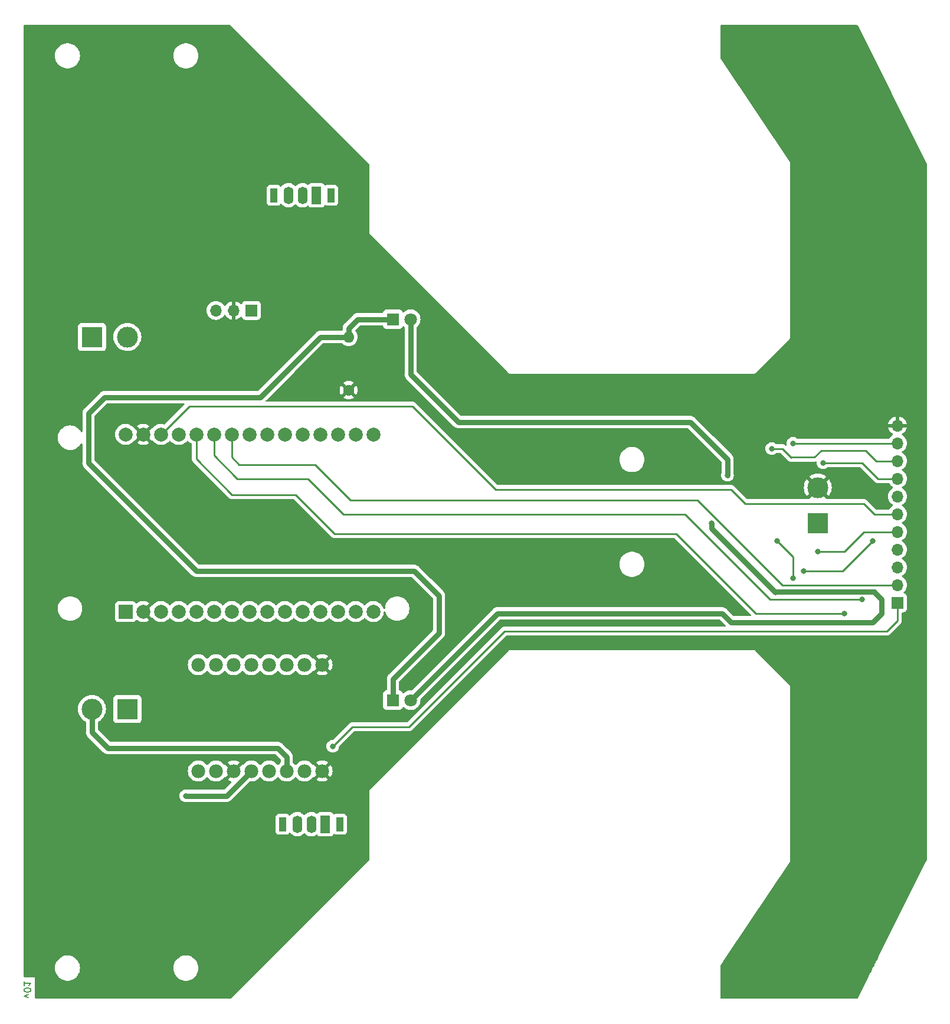
<source format=gbl>
%TF.GenerationSoftware,KiCad,Pcbnew,7.0.9*%
%TF.CreationDate,2024-02-13T13:26:57+05:30*%
%TF.ProjectId,PIDFollower,50494446-6f6c-46c6-9f77-65722e6b6963,v01*%
%TF.SameCoordinates,Original*%
%TF.FileFunction,Copper,L2,Bot*%
%TF.FilePolarity,Positive*%
%FSLAX46Y46*%
G04 Gerber Fmt 4.6, Leading zero omitted, Abs format (unit mm)*
G04 Created by KiCad (PCBNEW 7.0.9) date 2024-02-13 13:26:57*
%MOMM*%
%LPD*%
G01*
G04 APERTURE LIST*
%ADD10C,0.200000*%
%TA.AperFunction,NonConductor*%
%ADD11C,0.200000*%
%TD*%
%TA.AperFunction,ComponentPad*%
%ADD12R,2.000000X2.000000*%
%TD*%
%TA.AperFunction,ComponentPad*%
%ADD13C,2.000000*%
%TD*%
%TA.AperFunction,ComponentPad*%
%ADD14R,1.000000X2.000000*%
%TD*%
%TA.AperFunction,ComponentPad*%
%ADD15R,1.400000X2.500000*%
%TD*%
%TA.AperFunction,ComponentPad*%
%ADD16O,1.400000X2.500000*%
%TD*%
%TA.AperFunction,ComponentPad*%
%ADD17R,3.000000X3.000000*%
%TD*%
%TA.AperFunction,ComponentPad*%
%ADD18C,3.000000*%
%TD*%
%TA.AperFunction,ComponentPad*%
%ADD19C,1.980000*%
%TD*%
%TA.AperFunction,ComponentPad*%
%ADD20R,1.800000X1.800000*%
%TD*%
%TA.AperFunction,ComponentPad*%
%ADD21C,1.800000*%
%TD*%
%TA.AperFunction,ComponentPad*%
%ADD22R,1.700000X1.700000*%
%TD*%
%TA.AperFunction,ComponentPad*%
%ADD23O,1.700000X1.700000*%
%TD*%
%TA.AperFunction,ComponentPad*%
%ADD24C,1.600000*%
%TD*%
%TA.AperFunction,ComponentPad*%
%ADD25O,1.600000X1.600000*%
%TD*%
%TA.AperFunction,ViaPad*%
%ADD26C,0.800000*%
%TD*%
%TA.AperFunction,Conductor*%
%ADD27C,0.762000*%
%TD*%
%TA.AperFunction,Conductor*%
%ADD28C,0.254000*%
%TD*%
G04 APERTURE END LIST*
D10*
D11*
X78523447Y-162031564D02*
X77856780Y-161793469D01*
X77856780Y-161793469D02*
X78523447Y-161555374D01*
X78856780Y-160983945D02*
X78856780Y-160888707D01*
X78856780Y-160888707D02*
X78809161Y-160793469D01*
X78809161Y-160793469D02*
X78761542Y-160745850D01*
X78761542Y-160745850D02*
X78666304Y-160698231D01*
X78666304Y-160698231D02*
X78475828Y-160650612D01*
X78475828Y-160650612D02*
X78237733Y-160650612D01*
X78237733Y-160650612D02*
X78047257Y-160698231D01*
X78047257Y-160698231D02*
X77952019Y-160745850D01*
X77952019Y-160745850D02*
X77904400Y-160793469D01*
X77904400Y-160793469D02*
X77856780Y-160888707D01*
X77856780Y-160888707D02*
X77856780Y-160983945D01*
X77856780Y-160983945D02*
X77904400Y-161079183D01*
X77904400Y-161079183D02*
X77952019Y-161126802D01*
X77952019Y-161126802D02*
X78047257Y-161174421D01*
X78047257Y-161174421D02*
X78237733Y-161222040D01*
X78237733Y-161222040D02*
X78475828Y-161222040D01*
X78475828Y-161222040D02*
X78666304Y-161174421D01*
X78666304Y-161174421D02*
X78761542Y-161126802D01*
X78761542Y-161126802D02*
X78809161Y-161079183D01*
X78809161Y-161079183D02*
X78856780Y-160983945D01*
X77856780Y-159698231D02*
X77856780Y-160269659D01*
X77856780Y-159983945D02*
X78856780Y-159983945D01*
X78856780Y-159983945D02*
X78713923Y-160079183D01*
X78713923Y-160079183D02*
X78618685Y-160174421D01*
X78618685Y-160174421D02*
X78571066Y-160269659D01*
D12*
%TO.P,U3,1,3V3*%
%TO.N,unconnected-(U3-3V3-Pad1)*%
X92435000Y-106680000D03*
D13*
%TO.P,U3,2,GND*%
%TO.N,GND*%
X94975000Y-106680000D03*
%TO.P,U3,3,D15*%
%TO.N,/IR4*%
X97515000Y-106680000D03*
%TO.P,U3,4,D2*%
%TO.N,unconnected-(U3-D2-Pad4)*%
X100055000Y-106680000D03*
%TO.P,U3,5,D4*%
%TO.N,/IR6*%
X102595000Y-106680000D03*
%TO.P,U3,6,RX2*%
%TO.N,unconnected-(U3-RX2-Pad6)*%
X105135000Y-106680000D03*
%TO.P,U3,7,TX2*%
%TO.N,unconnected-(U3-TX2-Pad7)*%
X107675000Y-106680000D03*
%TO.P,U3,8,D5*%
%TO.N,unconnected-(U3-D5-Pad8)*%
X110215000Y-106680000D03*
%TO.P,U3,9,D18*%
%TO.N,/IR*%
X112755000Y-106680000D03*
%TO.P,U3,10,D19*%
%TO.N,/STBY*%
X115295000Y-106680000D03*
%TO.P,U3,11,D21*%
%TO.N,/AIN1*%
X117835000Y-106680000D03*
%TO.P,U3,12,RX0*%
%TO.N,unconnected-(U3-RX0-Pad12)*%
X120375000Y-106680000D03*
%TO.P,U3,13,TX0*%
%TO.N,unconnected-(U3-TX0-Pad13)*%
X122915000Y-106680000D03*
%TO.P,U3,14,D22*%
%TO.N,/AIN2*%
X125455000Y-106680000D03*
%TO.P,U3,15,D23*%
%TO.N,/PWMA*%
X127995000Y-106680000D03*
%TO.P,U3,16,EN*%
%TO.N,unconnected-(U3-EN-Pad16)*%
X127995000Y-81280000D03*
%TO.P,U3,17,VP*%
%TO.N,unconnected-(U3-VP-Pad17)*%
X125455000Y-81280000D03*
%TO.P,U3,18,VN*%
%TO.N,unconnected-(U3-VN-Pad18)*%
X122915000Y-81280000D03*
%TO.P,U3,19,D34*%
%TO.N,/IR8*%
X120375000Y-81280000D03*
%TO.P,U3,20,D35*%
%TO.N,/IR7*%
X117835000Y-81280000D03*
%TO.P,U3,21,D32*%
%TO.N,/PWMB*%
X115295000Y-81280000D03*
%TO.P,U3,22,D33*%
%TO.N,/BIN2*%
X112755000Y-81280000D03*
%TO.P,U3,23,D25*%
%TO.N,/BIN1*%
X110215000Y-81280000D03*
%TO.P,U3,24,D26*%
%TO.N,/IR1*%
X107675000Y-81280000D03*
%TO.P,U3,25,D27*%
%TO.N,/IR2*%
X105135000Y-81280000D03*
%TO.P,U3,26,D14*%
%TO.N,/IR3*%
X102595000Y-81280000D03*
%TO.P,U3,27,D12*%
%TO.N,unconnected-(U3-D12-Pad27)*%
X100055000Y-81280000D03*
%TO.P,U3,28,D13*%
%TO.N,/IR5*%
X97515000Y-81280000D03*
%TO.P,U3,29,GND*%
%TO.N,GND*%
X94975000Y-81280000D03*
%TO.P,U3,30,VIN*%
%TO.N,/5V*%
X92435000Y-81280000D03*
%TD*%
D14*
%TO.P,SW1,*%
%TO.N,*%
X121920000Y-46990000D03*
X113720000Y-46990000D03*
D15*
%TO.P,SW1,1,T1*%
%TO.N,unconnected-(SW1-T1-Pad1)*%
X119820000Y-46990000D03*
D16*
%TO.P,SW1,2,C*%
%TO.N,/Battery*%
X117820000Y-46990000D03*
%TO.P,SW1,3,T2*%
%TO.N,Net-(SW1-T2)*%
X115820000Y-46990000D03*
%TD*%
D17*
%TO.P,BT1,1,VCC*%
%TO.N,/Battery*%
X191770000Y-93980000D03*
D18*
%TO.P,BT1,2,GND*%
%TO.N,GND*%
X191770000Y-88900000D03*
%TD*%
D19*
%TO.P,U1,1,VM*%
%TO.N,Net-(LED1-A)*%
X102870000Y-129540000D03*
%TO.P,U1,2,VCC*%
%TO.N,/5V*%
X105410000Y-129540000D03*
%TO.P,U1,3,GND*%
%TO.N,GND*%
X107950000Y-129540000D03*
%TO.P,U1,4,A01*%
%TO.N,Net-(M1-T1)*%
X110490000Y-129540000D03*
%TO.P,U1,5,A02*%
%TO.N,Net-(M1-T2)*%
X113030000Y-129540000D03*
%TO.P,U1,6,B02*%
%TO.N,Net-(M2-T2)*%
X115570000Y-129540000D03*
%TO.P,U1,7,B01*%
%TO.N,Net-(M2-T1)*%
X118110000Y-129540000D03*
%TO.P,U1,8,GND*%
%TO.N,GND*%
X120650000Y-129540000D03*
%TO.P,U1,9,GND*%
X120650000Y-114300000D03*
%TO.P,U1,10,PWMB*%
%TO.N,/PWMB*%
X118110000Y-114300000D03*
%TO.P,U1,11,BI2*%
%TO.N,/BIN2*%
X115570000Y-114300000D03*
%TO.P,U1,12,BI1*%
%TO.N,/BIN1*%
X113030000Y-114300000D03*
%TO.P,U1,13,STBY*%
%TO.N,/STBY*%
X110490000Y-114300000D03*
%TO.P,U1,14,AI1*%
%TO.N,/AIN1*%
X107950000Y-114300000D03*
%TO.P,U1,15,AI2*%
%TO.N,/AIN2*%
X105410000Y-114300000D03*
%TO.P,U1,16,PWMA*%
%TO.N,/PWMA*%
X102870000Y-114300000D03*
%TD*%
D17*
%TO.P,M2,1,T1*%
%TO.N,Net-(M2-T1)*%
X92710000Y-120650000D03*
D18*
%TO.P,M2,2,T2*%
%TO.N,Net-(M2-T2)*%
X87630000Y-120650000D03*
%TD*%
D20*
%TO.P,LED1,1,K*%
%TO.N,Net-(LED1-K)*%
X130810000Y-64770000D03*
D21*
%TO.P,LED1,2,A*%
%TO.N,Net-(LED1-A)*%
X133350000Y-64770000D03*
%TD*%
D20*
%TO.P,LED2,1,K*%
%TO.N,Net-(LED1-K)*%
X130810000Y-119380000D03*
D21*
%TO.P,LED2,2,A*%
%TO.N,Net-(LED1-A)*%
X133350000Y-119380000D03*
%TD*%
D22*
%TO.P,VR1,1,VIN*%
%TO.N,Net-(SW1-T2)*%
X110490000Y-63500000D03*
D23*
%TO.P,VR1,2,GND*%
%TO.N,GND*%
X107950000Y-63500000D03*
%TO.P,VR1,3,VOUT*%
%TO.N,/5V*%
X105410000Y-63500000D03*
%TD*%
D24*
%TO.P,R1,1*%
%TO.N,GND*%
X124460000Y-74930000D03*
D25*
%TO.P,R1,2*%
%TO.N,Net-(LED1-K)*%
X124460000Y-67310000D03*
%TD*%
D14*
%TO.P,SW2,*%
%TO.N,*%
X123190000Y-137160000D03*
X114990000Y-137160000D03*
D15*
%TO.P,SW2,1,T1*%
%TO.N,unconnected-(SW2-T1-Pad1)*%
X121090000Y-137160000D03*
D16*
%TO.P,SW2,2,C*%
%TO.N,/Battery*%
X119090000Y-137160000D03*
%TO.P,SW2,3,T2*%
%TO.N,Net-(LED1-A)*%
X117090000Y-137160000D03*
%TD*%
D17*
%TO.P,M1,1,T1*%
%TO.N,Net-(M1-T1)*%
X87630000Y-67310000D03*
D18*
%TO.P,M1,2,T2*%
%TO.N,Net-(M1-T2)*%
X92710000Y-67310000D03*
%TD*%
D22*
%TO.P,U2,1,VCC*%
%TO.N,/5V*%
X203200000Y-105410000D03*
D23*
%TO.P,U2,2,D8*%
%TO.N,/IR1*%
X203200000Y-102870000D03*
%TO.P,U2,3,D7*%
%TO.N,/IR2*%
X203200000Y-100330000D03*
%TO.P,U2,4,D6*%
%TO.N,/IR3*%
X203200000Y-97790000D03*
%TO.P,U2,5,D5*%
%TO.N,/IR4*%
X203200000Y-95250000D03*
%TO.P,U2,6,D4*%
%TO.N,/IR5*%
X203200000Y-92710000D03*
%TO.P,U2,7,D3*%
%TO.N,/IR6*%
X203200000Y-90170000D03*
%TO.P,U2,8,D2*%
%TO.N,/IR7*%
X203200000Y-87630000D03*
%TO.P,U2,9,D1*%
%TO.N,/IR8*%
X203200000Y-85090000D03*
%TO.P,U2,10,IR*%
%TO.N,/IR*%
X203200000Y-82550000D03*
%TO.P,U2,11,GND*%
%TO.N,GND*%
X203200000Y-80010000D03*
%TD*%
D26*
%TO.N,Net-(M1-T1)*%
X101092000Y-133096000D03*
%TO.N,/5V*%
X122174000Y-125984000D03*
%TO.N,Net-(LED1-A)*%
X176530000Y-93980000D03*
X178816000Y-87122000D03*
%TO.N,/IR4*%
X191770000Y-98044000D03*
%TO.N,/IR6*%
X199644000Y-96520000D03*
X189738000Y-100838000D03*
%TO.N,/IR*%
X185928000Y-96520000D03*
X188214000Y-82550000D03*
X188214000Y-101854000D03*
%TO.N,/IR8*%
X185166000Y-83312000D03*
%TO.N,/IR7*%
X192532000Y-85344000D03*
%TO.N,/IR2*%
X198120000Y-104902000D03*
%TO.N,/IR3*%
X195580000Y-106934000D03*
%TD*%
D27*
%TO.N,Net-(M1-T1)*%
X106934000Y-133096000D02*
X110490000Y-129540000D01*
X101092000Y-133096000D02*
X106934000Y-133096000D01*
%TO.N,Net-(M2-T2)*%
X89916000Y-126238000D02*
X87630000Y-123952000D01*
X87630000Y-123952000D02*
X87630000Y-120650000D01*
X115570000Y-129540000D02*
X115570000Y-127508000D01*
X114300000Y-126238000D02*
X89916000Y-126238000D01*
X115570000Y-127508000D02*
X114300000Y-126238000D01*
%TO.N,Net-(LED1-K)*%
X111760000Y-75946000D02*
X89408000Y-75946000D01*
X89408000Y-75946000D02*
X87122000Y-78232000D01*
X130810000Y-116332000D02*
X130810000Y-119380000D01*
X102616000Y-100838000D02*
X133858000Y-100838000D01*
X87122000Y-78232000D02*
X87122000Y-85344000D01*
X133858000Y-100838000D02*
X137414000Y-104394000D01*
X125730000Y-64770000D02*
X130810000Y-64770000D01*
X87122000Y-85344000D02*
X102616000Y-100838000D01*
X124460000Y-67310000D02*
X124460000Y-66040000D01*
X124460000Y-66040000D02*
X125730000Y-64770000D01*
X137414000Y-109728000D02*
X130810000Y-116332000D01*
X124460000Y-67310000D02*
X120396000Y-67310000D01*
X137414000Y-104394000D02*
X137414000Y-109728000D01*
X120396000Y-67310000D02*
X111760000Y-75946000D01*
D28*
%TO.N,/5V*%
X203200000Y-107950000D02*
X201676000Y-109474000D01*
X133096000Y-123190000D02*
X124968000Y-123190000D01*
X203200000Y-105410000D02*
X203200000Y-107950000D01*
X124968000Y-123190000D02*
X122174000Y-125984000D01*
X146812000Y-109474000D02*
X133096000Y-123190000D01*
X201676000Y-109474000D02*
X146812000Y-109474000D01*
D27*
%TO.N,Net-(LED1-A)*%
X199883000Y-103871000D02*
X185689000Y-103871000D01*
X178816000Y-84836000D02*
X173482000Y-79502000D01*
X178816000Y-87122000D02*
X178816000Y-84836000D01*
X178054000Y-106934000D02*
X179324000Y-108204000D01*
X199644000Y-108204000D02*
X200914000Y-106934000D01*
X133350000Y-72644000D02*
X133350000Y-64770000D01*
X198882000Y-108204000D02*
X199644000Y-108204000D01*
X200914000Y-106934000D02*
X200914000Y-104902000D01*
X179324000Y-108204000D02*
X198882000Y-108204000D01*
X176530000Y-94742000D02*
X176530000Y-93980000D01*
X146050000Y-106934000D02*
X178054000Y-106934000D01*
X133350000Y-119380000D02*
X145796000Y-106934000D01*
X140208000Y-79502000D02*
X133350000Y-72644000D01*
X185674000Y-103886000D02*
X176530000Y-94742000D01*
X145796000Y-106934000D02*
X146050000Y-106934000D01*
X199898000Y-103886000D02*
X199883000Y-103871000D01*
X200914000Y-104902000D02*
X199898000Y-103886000D01*
X173482000Y-79502000D02*
X140208000Y-79502000D01*
X185689000Y-103871000D02*
X185674000Y-103886000D01*
D28*
%TO.N,/IR4*%
X198374000Y-95250000D02*
X203200000Y-95250000D01*
X191770000Y-98044000D02*
X195580000Y-98044000D01*
X195580000Y-98044000D02*
X198374000Y-95250000D01*
%TO.N,/IR6*%
X189738000Y-100838000D02*
X195326000Y-100838000D01*
X195326000Y-100838000D02*
X199644000Y-96520000D01*
%TO.N,/IR*%
X188214000Y-98806000D02*
X185928000Y-96520000D01*
X188214000Y-101854000D02*
X188214000Y-98806000D01*
X188214000Y-82550000D02*
X203200000Y-82550000D01*
%TO.N,/IR8*%
X187975000Y-84567000D02*
X191277000Y-84567000D01*
X192278000Y-83566000D02*
X198628000Y-83566000D01*
X186690000Y-83312000D02*
X187960000Y-84582000D01*
X187960000Y-84582000D02*
X187975000Y-84567000D01*
X185166000Y-83312000D02*
X186690000Y-83312000D01*
X191277000Y-84567000D02*
X192278000Y-83566000D01*
X198628000Y-83566000D02*
X200152000Y-85090000D01*
X200152000Y-85090000D02*
X203200000Y-85090000D01*
%TO.N,/IR7*%
X200406000Y-87630000D02*
X203200000Y-87630000D01*
X198120000Y-85344000D02*
X200406000Y-87630000D01*
X192532000Y-85344000D02*
X198120000Y-85344000D01*
%TO.N,/IR1*%
X186690000Y-102870000D02*
X203200000Y-102870000D01*
X124714000Y-90678000D02*
X174498000Y-90678000D01*
X119634000Y-85598000D02*
X124714000Y-90678000D01*
X174498000Y-90678000D02*
X186690000Y-102870000D01*
X108712000Y-85598000D02*
X119634000Y-85598000D01*
X107675000Y-84561000D02*
X108712000Y-85598000D01*
X107675000Y-81280000D02*
X107675000Y-84561000D01*
%TO.N,/IR2*%
X123698000Y-92710000D02*
X172720000Y-92710000D01*
X172720000Y-92710000D02*
X184912000Y-104902000D01*
X108204000Y-87376000D02*
X108458000Y-87630000D01*
X105135000Y-84307000D02*
X108204000Y-87376000D01*
X118618000Y-87630000D02*
X123698000Y-92710000D01*
X184912000Y-104902000D02*
X198120000Y-104902000D01*
X108458000Y-87630000D02*
X118618000Y-87630000D01*
X105135000Y-81280000D02*
X105135000Y-84307000D01*
%TO.N,/IR3*%
X122428000Y-95504000D02*
X171450000Y-95504000D01*
X107696000Y-89916000D02*
X116840000Y-89916000D01*
X116840000Y-89916000D02*
X117856000Y-90932000D01*
X102595000Y-81280000D02*
X102595000Y-84815000D01*
X171450000Y-95504000D02*
X180086000Y-104140000D01*
X182880000Y-106934000D02*
X195580000Y-106934000D01*
X117856000Y-90932000D02*
X122428000Y-95504000D01*
X180086000Y-104140000D02*
X182880000Y-106934000D01*
X102595000Y-84815000D02*
X107696000Y-89916000D01*
%TO.N,/IR5*%
X198374000Y-91186000D02*
X199898000Y-92710000D01*
X179324000Y-89154000D02*
X181356000Y-91186000D01*
X97515000Y-81280000D02*
X101579000Y-77216000D01*
X181356000Y-91186000D02*
X198374000Y-91186000D01*
X133604000Y-77216000D02*
X145542000Y-89154000D01*
X199898000Y-92710000D02*
X203200000Y-92710000D01*
X145542000Y-89154000D02*
X179324000Y-89154000D01*
X101579000Y-77216000D02*
X133604000Y-77216000D01*
%TD*%
%TA.AperFunction,Conductor*%
%TO.N,GND*%
G36*
X100847758Y-76847185D02*
G01*
X100893513Y-76899989D01*
X100903457Y-76969147D01*
X100874432Y-77032703D01*
X100868400Y-77039181D01*
X98090123Y-79817456D01*
X98028800Y-79850941D01*
X97962180Y-79847057D01*
X97884613Y-79820428D01*
X97639335Y-79779500D01*
X97390665Y-79779500D01*
X97145383Y-79820429D01*
X96910197Y-79901169D01*
X96910188Y-79901172D01*
X96691493Y-80019524D01*
X96495257Y-80172261D01*
X96326837Y-80355213D01*
X96326829Y-80355224D01*
X96326455Y-80355797D01*
X96326242Y-80355978D01*
X96323690Y-80359258D01*
X96323014Y-80358732D01*
X96273304Y-80401147D01*
X96209865Y-80411302D01*
X96198434Y-80410116D01*
X95466132Y-81142418D01*
X95443682Y-81065960D01*
X95364395Y-80942587D01*
X95253562Y-80846549D01*
X95120161Y-80785627D01*
X95116366Y-80785081D01*
X95845057Y-80056390D01*
X95845056Y-80056389D01*
X95798229Y-80019943D01*
X95579614Y-79901635D01*
X95579603Y-79901630D01*
X95344493Y-79820916D01*
X95099293Y-79780000D01*
X94850707Y-79780000D01*
X94605506Y-79820916D01*
X94370396Y-79901630D01*
X94370390Y-79901632D01*
X94151761Y-80019949D01*
X94104942Y-80056388D01*
X94104942Y-80056390D01*
X94833634Y-80785081D01*
X94829839Y-80785627D01*
X94696438Y-80846549D01*
X94585605Y-80942587D01*
X94506318Y-81065960D01*
X94483867Y-81142419D01*
X93751564Y-80410116D01*
X93740135Y-80411302D01*
X93671423Y-80398637D01*
X93626910Y-80358802D01*
X93626317Y-80359265D01*
X93623768Y-80355991D01*
X93623535Y-80355782D01*
X93623166Y-80355218D01*
X93623165Y-80355217D01*
X93623164Y-80355215D01*
X93454744Y-80172262D01*
X93258509Y-80019526D01*
X93258507Y-80019525D01*
X93258506Y-80019524D01*
X93039811Y-79901172D01*
X93039802Y-79901169D01*
X92804616Y-79820429D01*
X92559335Y-79779500D01*
X92310665Y-79779500D01*
X92065383Y-79820429D01*
X91830197Y-79901169D01*
X91830188Y-79901172D01*
X91611493Y-80019524D01*
X91415257Y-80172261D01*
X91246833Y-80355217D01*
X91110826Y-80563393D01*
X91010936Y-80791118D01*
X90949892Y-81032175D01*
X90949890Y-81032187D01*
X90929357Y-81279994D01*
X90929357Y-81280005D01*
X90949890Y-81527812D01*
X90949892Y-81527824D01*
X91010936Y-81768881D01*
X91110826Y-81996606D01*
X91246833Y-82204782D01*
X91246836Y-82204785D01*
X91415256Y-82387738D01*
X91611491Y-82540474D01*
X91611493Y-82540475D01*
X91829332Y-82658364D01*
X91830190Y-82658828D01*
X92049141Y-82733994D01*
X92063964Y-82739083D01*
X92065386Y-82739571D01*
X92310665Y-82780500D01*
X92559335Y-82780500D01*
X92804614Y-82739571D01*
X93039810Y-82658828D01*
X93258509Y-82540474D01*
X93454744Y-82387738D01*
X93623164Y-82204785D01*
X93623533Y-82204219D01*
X93623745Y-82204038D01*
X93626322Y-82200729D01*
X93627002Y-82201258D01*
X93676676Y-82158860D01*
X93740138Y-82148697D01*
X93751564Y-82149882D01*
X94483866Y-81417580D01*
X94506318Y-81494040D01*
X94585605Y-81617413D01*
X94696438Y-81713451D01*
X94829839Y-81774373D01*
X94833634Y-81774918D01*
X94104942Y-82503609D01*
X94151768Y-82540055D01*
X94151770Y-82540056D01*
X94370385Y-82658364D01*
X94370396Y-82658369D01*
X94605506Y-82739083D01*
X94850707Y-82780000D01*
X95099293Y-82780000D01*
X95344493Y-82739083D01*
X95579603Y-82658369D01*
X95579614Y-82658364D01*
X95798228Y-82540057D01*
X95798231Y-82540055D01*
X95845056Y-82503609D01*
X95116365Y-81774918D01*
X95120161Y-81774373D01*
X95253562Y-81713451D01*
X95364395Y-81617413D01*
X95443682Y-81494040D01*
X95466132Y-81417580D01*
X96198434Y-82149882D01*
X96209861Y-82148697D01*
X96278573Y-82161360D01*
X96323092Y-82201194D01*
X96323683Y-82200735D01*
X96326218Y-82203992D01*
X96326456Y-82204205D01*
X96326831Y-82204780D01*
X96326836Y-82204785D01*
X96495256Y-82387738D01*
X96691491Y-82540474D01*
X96691493Y-82540475D01*
X96909332Y-82658364D01*
X96910190Y-82658828D01*
X97129141Y-82733994D01*
X97143964Y-82739083D01*
X97145386Y-82739571D01*
X97390665Y-82780500D01*
X97639335Y-82780500D01*
X97884614Y-82739571D01*
X98119810Y-82658828D01*
X98338509Y-82540474D01*
X98534744Y-82387738D01*
X98693771Y-82214988D01*
X98753657Y-82178999D01*
X98823495Y-82181099D01*
X98876228Y-82214988D01*
X99035256Y-82387738D01*
X99231491Y-82540474D01*
X99231493Y-82540475D01*
X99449332Y-82658364D01*
X99450190Y-82658828D01*
X99669141Y-82733994D01*
X99683964Y-82739083D01*
X99685386Y-82739571D01*
X99930665Y-82780500D01*
X100179335Y-82780500D01*
X100424614Y-82739571D01*
X100659810Y-82658828D01*
X100878509Y-82540474D01*
X101074744Y-82387738D01*
X101233771Y-82214988D01*
X101293657Y-82178999D01*
X101363495Y-82181099D01*
X101416228Y-82214988D01*
X101575256Y-82387738D01*
X101656349Y-82450855D01*
X101771488Y-82540472D01*
X101771492Y-82540475D01*
X101902517Y-82611381D01*
X101952108Y-82660600D01*
X101967500Y-82720436D01*
X101967500Y-84732032D01*
X101965772Y-84747681D01*
X101966054Y-84747708D01*
X101965319Y-84755475D01*
X101967500Y-84824859D01*
X101967500Y-84854477D01*
X101968371Y-84861380D01*
X101968829Y-84867199D01*
X101970298Y-84913942D01*
X101975916Y-84933275D01*
X101979862Y-84952329D01*
X101982383Y-84972287D01*
X101982386Y-84972299D01*
X101999595Y-85015765D01*
X102001487Y-85021293D01*
X102014530Y-85066187D01*
X102014530Y-85066188D01*
X102024777Y-85083515D01*
X102033335Y-85100985D01*
X102040745Y-85119701D01*
X102068229Y-85157529D01*
X102071437Y-85162413D01*
X102095234Y-85202652D01*
X102095240Y-85202660D01*
X102109469Y-85216888D01*
X102122109Y-85231687D01*
X102133934Y-85247964D01*
X102133936Y-85247965D01*
X102133937Y-85247967D01*
X102169957Y-85277765D01*
X102174268Y-85281687D01*
X104687469Y-87794888D01*
X107193624Y-90301043D01*
X107203471Y-90313333D01*
X107203689Y-90313154D01*
X107208657Y-90319160D01*
X107259257Y-90366677D01*
X107280201Y-90387620D01*
X107280207Y-90387626D01*
X107285697Y-90391883D01*
X107290148Y-90395684D01*
X107324235Y-90427695D01*
X107324237Y-90427696D01*
X107341867Y-90437387D01*
X107358135Y-90448072D01*
X107374038Y-90460408D01*
X107374040Y-90460409D01*
X107374042Y-90460410D01*
X107395380Y-90469643D01*
X107416943Y-90478974D01*
X107422190Y-90481545D01*
X107443734Y-90493389D01*
X107463166Y-90504072D01*
X107482667Y-90509079D01*
X107501065Y-90515378D01*
X107519541Y-90523373D01*
X107565740Y-90530690D01*
X107571414Y-90531865D01*
X107616728Y-90543500D01*
X107636864Y-90543500D01*
X107656263Y-90545027D01*
X107676133Y-90548174D01*
X107722671Y-90543774D01*
X107728508Y-90543500D01*
X116528719Y-90543500D01*
X116595758Y-90563185D01*
X116616400Y-90579819D01*
X121925624Y-95889043D01*
X121935471Y-95901333D01*
X121935689Y-95901154D01*
X121940657Y-95907160D01*
X121991257Y-95954677D01*
X122012201Y-95975620D01*
X122012207Y-95975626D01*
X122017697Y-95979883D01*
X122022148Y-95983684D01*
X122056235Y-96015695D01*
X122056237Y-96015696D01*
X122073867Y-96025387D01*
X122090135Y-96036072D01*
X122106038Y-96048408D01*
X122106040Y-96048409D01*
X122106042Y-96048410D01*
X122127380Y-96057643D01*
X122148943Y-96066974D01*
X122154190Y-96069545D01*
X122175734Y-96081389D01*
X122195166Y-96092072D01*
X122214667Y-96097079D01*
X122233065Y-96103378D01*
X122251541Y-96111373D01*
X122297740Y-96118690D01*
X122303414Y-96119865D01*
X122348728Y-96131500D01*
X122368864Y-96131500D01*
X122388263Y-96133027D01*
X122408133Y-96136174D01*
X122454671Y-96131774D01*
X122460508Y-96131500D01*
X171138719Y-96131500D01*
X171205758Y-96151185D01*
X171226400Y-96167819D01*
X182169400Y-107110819D01*
X182202885Y-107172142D01*
X182197901Y-107241834D01*
X182156029Y-107297767D01*
X182090565Y-107322184D01*
X182081719Y-107322500D01*
X179740491Y-107322500D01*
X179673452Y-107302815D01*
X179652810Y-107286181D01*
X179184089Y-106817460D01*
X178704427Y-106337798D01*
X178701024Y-106334106D01*
X178663781Y-106290260D01*
X178596946Y-106239454D01*
X178593148Y-106236401D01*
X178531547Y-106186884D01*
X178531297Y-106186760D01*
X178511369Y-106174399D01*
X178511142Y-106174227D01*
X178511143Y-106174227D01*
X178511141Y-106174226D01*
X178434951Y-106138977D01*
X178359774Y-106101693D01*
X178359770Y-106101692D01*
X178359767Y-106101691D01*
X178359498Y-106101624D01*
X178337377Y-106093834D01*
X178337129Y-106093719D01*
X178337124Y-106093717D01*
X178255157Y-106075675D01*
X178173705Y-106055419D01*
X178173697Y-106055418D01*
X178173424Y-106055411D01*
X178150144Y-106052560D01*
X178149874Y-106052500D01*
X178149869Y-106052500D01*
X178065946Y-106052500D01*
X177982039Y-106050227D01*
X177982038Y-106050227D01*
X177982036Y-106050227D01*
X177981761Y-106050279D01*
X177958403Y-106052500D01*
X145834354Y-106052500D01*
X145829319Y-106052295D01*
X145771992Y-106047626D01*
X145771983Y-106047627D01*
X145688802Y-106058959D01*
X145605383Y-106068033D01*
X145605372Y-106068036D01*
X145605108Y-106068125D01*
X145582298Y-106073470D01*
X145582012Y-106073508D01*
X145503200Y-106102463D01*
X145423685Y-106129255D01*
X145423676Y-106129259D01*
X145423431Y-106129407D01*
X145402315Y-106139526D01*
X145402041Y-106139626D01*
X145402028Y-106139633D01*
X145331317Y-106184830D01*
X145259393Y-106228106D01*
X145259382Y-106228114D01*
X145259176Y-106228310D01*
X145240721Y-106242738D01*
X145240482Y-106242890D01*
X145240476Y-106242895D01*
X145181138Y-106302232D01*
X145120188Y-106359967D01*
X145120187Y-106359968D01*
X145120028Y-106360204D01*
X145105086Y-106378283D01*
X133540189Y-117943181D01*
X133478866Y-117976666D01*
X133452508Y-117979500D01*
X133233951Y-117979500D01*
X133205366Y-117984270D01*
X133005015Y-118017702D01*
X132785504Y-118093061D01*
X132785495Y-118093064D01*
X132581371Y-118203531D01*
X132581365Y-118203535D01*
X132398222Y-118346081D01*
X132398218Y-118346085D01*
X132389866Y-118355158D01*
X132329979Y-118391148D01*
X132260141Y-118389047D01*
X132202525Y-118349522D01*
X132182455Y-118314507D01*
X132153797Y-118237671D01*
X132153793Y-118237664D01*
X132067547Y-118122455D01*
X132067544Y-118122452D01*
X131952335Y-118036206D01*
X131952328Y-118036202D01*
X131817483Y-117985908D01*
X131802242Y-117984270D01*
X131737692Y-117957531D01*
X131697845Y-117900138D01*
X131691500Y-117860981D01*
X131691500Y-116748490D01*
X131711185Y-116681451D01*
X131727814Y-116660814D01*
X138010205Y-110378422D01*
X138013874Y-110375039D01*
X138057739Y-110337782D01*
X138108553Y-110270937D01*
X138161115Y-110205547D01*
X138161225Y-110205324D01*
X138173613Y-110185351D01*
X138173774Y-110185141D01*
X138209028Y-110108938D01*
X138246307Y-110033774D01*
X138246367Y-110033530D01*
X138254174Y-110011357D01*
X138254282Y-110011124D01*
X138272324Y-109929157D01*
X138280889Y-109894717D01*
X138292580Y-109847711D01*
X138292580Y-109847707D01*
X138292581Y-109847704D01*
X138292588Y-109847432D01*
X138295443Y-109824127D01*
X138295500Y-109823869D01*
X138295500Y-109739946D01*
X138297773Y-109656037D01*
X138297720Y-109655762D01*
X138295500Y-109632404D01*
X138295500Y-104432351D01*
X138295705Y-104427316D01*
X138297933Y-104399954D01*
X138300373Y-104369988D01*
X138289038Y-104286798D01*
X138279967Y-104203386D01*
X138279881Y-104203130D01*
X138274526Y-104180280D01*
X138274489Y-104180006D01*
X138245534Y-104101194D01*
X138218745Y-104021685D01*
X138218612Y-104021465D01*
X138208456Y-104000269D01*
X138208367Y-104000027D01*
X138163163Y-103929308D01*
X138140463Y-103891580D01*
X138119894Y-103857393D01*
X138119704Y-103857192D01*
X138105243Y-103838693D01*
X138105105Y-103838477D01*
X138105104Y-103838475D01*
X138045767Y-103779138D01*
X137988036Y-103718192D01*
X137987812Y-103718040D01*
X137969713Y-103703084D01*
X136265226Y-101998597D01*
X134508427Y-100241798D01*
X134505024Y-100238106D01*
X134467781Y-100194260D01*
X134400946Y-100143454D01*
X134335548Y-100090885D01*
X134335547Y-100090884D01*
X134335297Y-100090760D01*
X134315369Y-100078399D01*
X134315142Y-100078227D01*
X134315143Y-100078227D01*
X134315141Y-100078226D01*
X134238951Y-100042977D01*
X134163774Y-100005693D01*
X134163770Y-100005692D01*
X134163767Y-100005691D01*
X134163498Y-100005624D01*
X134141377Y-99997834D01*
X134141129Y-99997719D01*
X134141124Y-99997717D01*
X134059157Y-99979675D01*
X133977705Y-99959419D01*
X133977697Y-99959418D01*
X133977424Y-99959411D01*
X133954144Y-99956560D01*
X133953874Y-99956500D01*
X133953869Y-99956500D01*
X133869946Y-99956500D01*
X133786039Y-99954227D01*
X133786038Y-99954227D01*
X133786036Y-99954227D01*
X133785761Y-99954279D01*
X133762403Y-99956500D01*
X103032491Y-99956500D01*
X102965452Y-99936815D01*
X102944810Y-99920181D01*
X102914633Y-99890004D01*
X163294451Y-99890004D01*
X163314616Y-100159101D01*
X163374664Y-100422188D01*
X163374666Y-100422195D01*
X163430875Y-100565413D01*
X163473257Y-100673398D01*
X163608185Y-100907102D01*
X163703208Y-101026256D01*
X163776442Y-101118089D01*
X163956029Y-101284720D01*
X163974259Y-101301635D01*
X164197226Y-101453651D01*
X164440359Y-101570738D01*
X164698228Y-101650280D01*
X164698229Y-101650280D01*
X164698232Y-101650281D01*
X164965063Y-101690499D01*
X164965068Y-101690499D01*
X164965071Y-101690500D01*
X164965072Y-101690500D01*
X165234928Y-101690500D01*
X165234929Y-101690500D01*
X165234936Y-101690499D01*
X165501767Y-101650281D01*
X165501768Y-101650280D01*
X165501772Y-101650280D01*
X165759641Y-101570738D01*
X165969077Y-101469879D01*
X166002767Y-101453655D01*
X166002767Y-101453654D01*
X166002775Y-101453651D01*
X166225741Y-101301635D01*
X166423561Y-101118085D01*
X166591815Y-100907102D01*
X166726743Y-100673398D01*
X166825334Y-100422195D01*
X166885383Y-100159103D01*
X166900347Y-99959418D01*
X166905549Y-99890004D01*
X166905549Y-99889995D01*
X166885383Y-99620898D01*
X166885383Y-99620897D01*
X166825334Y-99357805D01*
X166726743Y-99106602D01*
X166591815Y-98872898D01*
X166423561Y-98661915D01*
X166423560Y-98661914D01*
X166423557Y-98661910D01*
X166225741Y-98478365D01*
X166200427Y-98461106D01*
X166002775Y-98326349D01*
X166002769Y-98326346D01*
X166002768Y-98326345D01*
X166002767Y-98326344D01*
X165759643Y-98209263D01*
X165759645Y-98209263D01*
X165501773Y-98129720D01*
X165501767Y-98129718D01*
X165234936Y-98089500D01*
X165234929Y-98089500D01*
X164965071Y-98089500D01*
X164965063Y-98089500D01*
X164698232Y-98129718D01*
X164698226Y-98129720D01*
X164440358Y-98209262D01*
X164197230Y-98326346D01*
X163974258Y-98478365D01*
X163776442Y-98661910D01*
X163608185Y-98872898D01*
X163473258Y-99106599D01*
X163473256Y-99106603D01*
X163374666Y-99357804D01*
X163374664Y-99357811D01*
X163314616Y-99620898D01*
X163294451Y-99889995D01*
X163294451Y-99890004D01*
X102914633Y-99890004D01*
X88039819Y-85015190D01*
X88006334Y-84953867D01*
X88003500Y-84927509D01*
X88003500Y-78648491D01*
X88023185Y-78581452D01*
X88039819Y-78560810D01*
X89736810Y-76863819D01*
X89798133Y-76830334D01*
X89824491Y-76827500D01*
X100780719Y-76827500D01*
X100847758Y-76847185D01*
G37*
%TD.AperFunction*%
%TA.AperFunction,Conductor*%
G36*
X107532628Y-22610185D02*
G01*
X107553270Y-22626819D01*
X127363181Y-42436730D01*
X127396666Y-42498053D01*
X127399500Y-42524411D01*
X127399500Y-52334870D01*
X127396419Y-52353002D01*
X127397202Y-52353091D01*
X127395638Y-52366972D01*
X127399110Y-52397797D01*
X127399500Y-52404742D01*
X127399500Y-52412591D01*
X127401246Y-52420245D01*
X127402411Y-52427100D01*
X127405884Y-52457924D01*
X127405885Y-52457926D01*
X127409702Y-52468833D01*
X127414708Y-52479229D01*
X127434055Y-52503489D01*
X127438078Y-52509160D01*
X127442251Y-52515801D01*
X127447797Y-52521347D01*
X127452433Y-52526534D01*
X127471775Y-52550787D01*
X127482698Y-52559498D01*
X127482206Y-52560114D01*
X127497213Y-52570762D01*
X147419239Y-72492789D01*
X147429884Y-72507791D01*
X147430500Y-72507300D01*
X147439211Y-72518223D01*
X147439212Y-72518224D01*
X147463470Y-72537569D01*
X147468637Y-72542187D01*
X147474196Y-72547746D01*
X147474199Y-72547749D01*
X147477402Y-72549761D01*
X147480837Y-72551919D01*
X147486515Y-72555947D01*
X147510769Y-72575290D01*
X147510773Y-72575290D01*
X147521174Y-72580300D01*
X147532074Y-72584114D01*
X147532076Y-72584115D01*
X147558431Y-72587084D01*
X147562895Y-72587587D01*
X147569755Y-72588753D01*
X147575916Y-72590158D01*
X147577410Y-72590500D01*
X147585266Y-72590500D01*
X147592205Y-72590889D01*
X147623026Y-72594362D01*
X147636907Y-72592798D01*
X147636995Y-72593581D01*
X147655131Y-72590500D01*
X182544868Y-72590500D01*
X182563003Y-72593581D01*
X182563092Y-72592798D01*
X182576972Y-72594362D01*
X182576973Y-72594361D01*
X182576974Y-72594362D01*
X182590857Y-72592798D01*
X182607797Y-72590890D01*
X182614743Y-72590500D01*
X182622588Y-72590500D01*
X182622590Y-72590500D01*
X182630252Y-72588750D01*
X182637092Y-72587588D01*
X182663043Y-72584665D01*
X182667925Y-72584116D01*
X182678821Y-72580302D01*
X182689226Y-72575292D01*
X182689227Y-72575290D01*
X182689231Y-72575290D01*
X182713490Y-72555942D01*
X182719150Y-72551926D01*
X182725801Y-72547748D01*
X182729077Y-72544470D01*
X182731346Y-72542203D01*
X182736537Y-72537563D01*
X182760785Y-72518226D01*
X182760788Y-72518224D01*
X182760790Y-72518219D01*
X182769500Y-72507298D01*
X182770117Y-72507790D01*
X182780759Y-72492788D01*
X187702788Y-67570760D01*
X187717788Y-67560120D01*
X187717296Y-67559503D01*
X187728224Y-67550788D01*
X187747559Y-67526542D01*
X187752199Y-67521351D01*
X187754469Y-67519080D01*
X187757749Y-67515801D01*
X187761930Y-67509146D01*
X187765944Y-67503489D01*
X187785290Y-67479231D01*
X187785290Y-67479227D01*
X187785292Y-67479226D01*
X187790302Y-67468821D01*
X187794116Y-67457925D01*
X187794665Y-67453043D01*
X187797588Y-67427092D01*
X187798750Y-67420252D01*
X187800500Y-67412590D01*
X187800500Y-67404742D01*
X187800890Y-67397797D01*
X187801794Y-67389768D01*
X187804362Y-67366974D01*
X187804360Y-67366970D01*
X187802798Y-67353091D01*
X187803580Y-67353002D01*
X187800500Y-67334870D01*
X187800500Y-42401185D01*
X187800725Y-42395906D01*
X187801490Y-42386947D01*
X187803667Y-42361464D01*
X187793898Y-42335792D01*
X187791401Y-42327547D01*
X187785290Y-42300769D01*
X187763733Y-42273738D01*
X187760629Y-42269487D01*
X182786139Y-34807753D01*
X177821326Y-27360532D01*
X177800518Y-27293833D01*
X177800500Y-27291749D01*
X177800500Y-22714500D01*
X177820185Y-22647461D01*
X177872989Y-22601706D01*
X177924500Y-22590500D01*
X197399448Y-22590500D01*
X197466487Y-22610185D01*
X197510357Y-22659046D01*
X207386409Y-42411149D01*
X207399500Y-42466603D01*
X207399500Y-142313396D01*
X207386409Y-142368850D01*
X207374308Y-142393053D01*
X207361567Y-142418535D01*
X207361566Y-142418537D01*
X207331219Y-142479231D01*
X207292904Y-142555861D01*
X200516203Y-156109263D01*
X200381652Y-156378365D01*
X200289877Y-156561915D01*
X200105630Y-156930409D01*
X200067533Y-157006603D01*
X199941932Y-157257805D01*
X199941929Y-157257811D01*
X199920450Y-157300769D01*
X199871563Y-157398543D01*
X199810386Y-157520897D01*
X199675837Y-157789995D01*
X199541284Y-158059101D01*
X199541283Y-158059103D01*
X199448626Y-158244417D01*
X199246039Y-158649591D01*
X199167284Y-158807101D01*
X199083969Y-158973731D01*
X199035022Y-159071625D01*
X198894009Y-159353651D01*
X198894008Y-159353653D01*
X198894007Y-159353655D01*
X198835466Y-159470737D01*
X198795695Y-159550279D01*
X198795694Y-159550281D01*
X197512329Y-162117011D01*
X197510357Y-162120954D01*
X197462770Y-162172113D01*
X197399448Y-162189500D01*
X177924500Y-162189500D01*
X177857461Y-162169815D01*
X177811706Y-162117011D01*
X177800500Y-162065500D01*
X177800500Y-157488249D01*
X177820185Y-157421210D01*
X177821326Y-157419466D01*
X178774637Y-155989500D01*
X187760627Y-142510514D01*
X187763726Y-142506269D01*
X187785290Y-142479231D01*
X187791401Y-142452454D01*
X187793901Y-142444198D01*
X187803667Y-142418536D01*
X187800724Y-142384088D01*
X187800500Y-142378814D01*
X187800500Y-117445132D01*
X187803581Y-117426996D01*
X187802798Y-117426908D01*
X187804362Y-117413026D01*
X187800890Y-117382201D01*
X187800500Y-117375255D01*
X187800500Y-117367413D01*
X187800500Y-117367410D01*
X187798752Y-117359753D01*
X187797588Y-117352902D01*
X187794116Y-117322076D01*
X187790302Y-117311177D01*
X187785291Y-117300771D01*
X187785290Y-117300770D01*
X187785290Y-117300769D01*
X187765945Y-117276512D01*
X187761933Y-117270858D01*
X187757749Y-117264199D01*
X187752187Y-117258637D01*
X187747569Y-117253470D01*
X187728224Y-117229212D01*
X187728223Y-117229211D01*
X187717300Y-117220500D01*
X187717791Y-117219884D01*
X187702789Y-117209239D01*
X182780762Y-112287213D01*
X182770114Y-112272206D01*
X182769498Y-112272698D01*
X182760787Y-112261775D01*
X182736534Y-112242433D01*
X182731347Y-112237797D01*
X182725801Y-112232251D01*
X182719160Y-112228078D01*
X182713489Y-112224055D01*
X182689229Y-112204708D01*
X182678833Y-112199702D01*
X182667926Y-112195885D01*
X182667924Y-112195884D01*
X182667920Y-112195883D01*
X182667919Y-112195883D01*
X182637100Y-112192411D01*
X182630245Y-112191246D01*
X182622592Y-112189500D01*
X182622590Y-112189500D01*
X182614743Y-112189500D01*
X182607797Y-112189110D01*
X182576972Y-112185637D01*
X182563092Y-112187202D01*
X182563003Y-112186418D01*
X182544868Y-112189500D01*
X147655131Y-112189500D01*
X147636995Y-112186418D01*
X147636907Y-112187202D01*
X147623026Y-112185637D01*
X147602537Y-112187946D01*
X147592205Y-112189110D01*
X147585266Y-112189500D01*
X147577405Y-112189500D01*
X147569744Y-112191248D01*
X147562892Y-112192412D01*
X147532075Y-112195884D01*
X147521172Y-112199699D01*
X147510767Y-112204711D01*
X147486514Y-112224052D01*
X147480838Y-112228080D01*
X147474195Y-112232253D01*
X147468637Y-112237810D01*
X147463460Y-112242436D01*
X147439214Y-112261773D01*
X147430504Y-112272696D01*
X147429888Y-112272205D01*
X147419241Y-112287207D01*
X127497208Y-132209241D01*
X127482204Y-132219888D01*
X127482696Y-132220504D01*
X127471773Y-132229214D01*
X127452432Y-132253465D01*
X127447806Y-132258642D01*
X127442255Y-132264194D01*
X127442251Y-132264200D01*
X127438071Y-132270850D01*
X127434053Y-132276511D01*
X127414710Y-132300767D01*
X127409698Y-132311173D01*
X127405883Y-132322078D01*
X127402411Y-132352895D01*
X127401248Y-132359743D01*
X127399500Y-132367407D01*
X127399500Y-132375255D01*
X127399110Y-132382201D01*
X127395637Y-132413026D01*
X127397202Y-132426908D01*
X127396418Y-132426996D01*
X127399500Y-132445132D01*
X127399500Y-142255588D01*
X127379815Y-142322627D01*
X127363181Y-142343269D01*
X107553270Y-162153181D01*
X107491947Y-162186666D01*
X107465589Y-162189500D01*
X79585003Y-162189500D01*
X79517964Y-162169815D01*
X79472209Y-162117011D01*
X79461003Y-162065500D01*
X79461003Y-159097731D01*
X77924500Y-159097731D01*
X77857461Y-159078046D01*
X77811706Y-159025242D01*
X77800500Y-158973731D01*
X77800500Y-157790004D01*
X82294451Y-157790004D01*
X82314616Y-158059101D01*
X82374664Y-158322188D01*
X82374666Y-158322195D01*
X82473257Y-158573398D01*
X82608185Y-158807102D01*
X82618189Y-158819646D01*
X82776442Y-159018089D01*
X82915027Y-159146676D01*
X82974259Y-159201635D01*
X83197226Y-159353651D01*
X83440359Y-159470738D01*
X83698228Y-159550280D01*
X83698229Y-159550280D01*
X83698232Y-159550281D01*
X83965063Y-159590499D01*
X83965068Y-159590499D01*
X83965071Y-159590500D01*
X83965072Y-159590500D01*
X84234928Y-159590500D01*
X84234929Y-159590500D01*
X84234936Y-159590499D01*
X84501767Y-159550281D01*
X84501768Y-159550280D01*
X84501772Y-159550280D01*
X84759641Y-159470738D01*
X85002775Y-159353651D01*
X85225741Y-159201635D01*
X85423561Y-159018085D01*
X85591815Y-158807102D01*
X85726743Y-158573398D01*
X85825334Y-158322195D01*
X85885383Y-158059103D01*
X85905549Y-157790004D01*
X99294451Y-157790004D01*
X99314616Y-158059101D01*
X99374664Y-158322188D01*
X99374666Y-158322195D01*
X99473257Y-158573398D01*
X99608185Y-158807102D01*
X99618189Y-158819646D01*
X99776442Y-159018089D01*
X99915027Y-159146676D01*
X99974259Y-159201635D01*
X100197226Y-159353651D01*
X100440359Y-159470738D01*
X100698228Y-159550280D01*
X100698229Y-159550280D01*
X100698232Y-159550281D01*
X100965063Y-159590499D01*
X100965068Y-159590499D01*
X100965071Y-159590500D01*
X100965072Y-159590500D01*
X101234928Y-159590500D01*
X101234929Y-159590500D01*
X101234936Y-159590499D01*
X101501767Y-159550281D01*
X101501768Y-159550280D01*
X101501772Y-159550280D01*
X101759641Y-159470738D01*
X102002775Y-159353651D01*
X102225741Y-159201635D01*
X102423561Y-159018085D01*
X102591815Y-158807102D01*
X102726743Y-158573398D01*
X102825334Y-158322195D01*
X102885383Y-158059103D01*
X102905549Y-157790000D01*
X102885383Y-157520897D01*
X102825334Y-157257805D01*
X102726743Y-157006602D01*
X102591815Y-156772898D01*
X102423561Y-156561915D01*
X102423560Y-156561914D01*
X102423557Y-156561910D01*
X102225741Y-156378365D01*
X102002775Y-156226349D01*
X102002769Y-156226346D01*
X102002768Y-156226345D01*
X102002767Y-156226344D01*
X101759643Y-156109263D01*
X101759645Y-156109263D01*
X101501773Y-156029720D01*
X101501767Y-156029718D01*
X101234936Y-155989500D01*
X101234929Y-155989500D01*
X100965071Y-155989500D01*
X100965063Y-155989500D01*
X100698232Y-156029718D01*
X100698226Y-156029720D01*
X100440358Y-156109262D01*
X100197230Y-156226346D01*
X99974258Y-156378365D01*
X99776442Y-156561910D01*
X99608185Y-156772898D01*
X99473258Y-157006599D01*
X99473256Y-157006603D01*
X99374666Y-157257804D01*
X99374664Y-157257811D01*
X99314616Y-157520898D01*
X99294451Y-157789995D01*
X99294451Y-157790004D01*
X85905549Y-157790004D01*
X85905549Y-157790000D01*
X85885383Y-157520897D01*
X85825334Y-157257805D01*
X85726743Y-157006602D01*
X85591815Y-156772898D01*
X85423561Y-156561915D01*
X85423560Y-156561914D01*
X85423557Y-156561910D01*
X85225741Y-156378365D01*
X85002775Y-156226349D01*
X85002769Y-156226346D01*
X85002768Y-156226345D01*
X85002767Y-156226344D01*
X84759643Y-156109263D01*
X84759645Y-156109263D01*
X84501773Y-156029720D01*
X84501767Y-156029718D01*
X84234936Y-155989500D01*
X84234929Y-155989500D01*
X83965071Y-155989500D01*
X83965063Y-155989500D01*
X83698232Y-156029718D01*
X83698226Y-156029720D01*
X83440358Y-156109262D01*
X83197230Y-156226346D01*
X82974258Y-156378365D01*
X82776442Y-156561910D01*
X82608185Y-156772898D01*
X82473258Y-157006599D01*
X82473256Y-157006603D01*
X82374666Y-157257804D01*
X82374664Y-157257811D01*
X82314616Y-157520898D01*
X82294451Y-157789995D01*
X82294451Y-157790004D01*
X77800500Y-157790004D01*
X77800500Y-138207870D01*
X113989500Y-138207870D01*
X113989501Y-138207876D01*
X113995908Y-138267483D01*
X114046202Y-138402328D01*
X114046206Y-138402335D01*
X114132452Y-138517544D01*
X114132455Y-138517547D01*
X114247664Y-138603793D01*
X114247671Y-138603797D01*
X114382517Y-138654091D01*
X114382516Y-138654091D01*
X114389444Y-138654835D01*
X114442127Y-138660500D01*
X115537872Y-138660499D01*
X115597483Y-138654091D01*
X115732331Y-138603796D01*
X115847546Y-138517546D01*
X115921919Y-138418196D01*
X115977850Y-138376326D01*
X116047542Y-138371342D01*
X116108865Y-138404827D01*
X116120138Y-138417781D01*
X116199020Y-138522238D01*
X116363437Y-138672123D01*
X116363439Y-138672125D01*
X116552595Y-138789245D01*
X116552596Y-138789245D01*
X116552599Y-138789247D01*
X116760060Y-138869618D01*
X116978757Y-138910500D01*
X116978759Y-138910500D01*
X117201241Y-138910500D01*
X117201243Y-138910500D01*
X117419940Y-138869618D01*
X117627401Y-138789247D01*
X117816562Y-138672124D01*
X117980981Y-138522236D01*
X117991046Y-138508906D01*
X118047153Y-138467271D01*
X118116865Y-138462578D01*
X118178047Y-138496319D01*
X118188948Y-138508900D01*
X118199019Y-138522236D01*
X118199022Y-138522239D01*
X118199025Y-138522242D01*
X118363437Y-138672123D01*
X118363439Y-138672125D01*
X118552595Y-138789245D01*
X118552596Y-138789245D01*
X118552599Y-138789247D01*
X118760060Y-138869618D01*
X118978757Y-138910500D01*
X118978759Y-138910500D01*
X119201241Y-138910500D01*
X119201243Y-138910500D01*
X119419940Y-138869618D01*
X119627401Y-138789247D01*
X119816562Y-138672124D01*
X119816562Y-138672123D01*
X119818755Y-138670766D01*
X119886115Y-138652211D01*
X119952815Y-138673019D01*
X119983295Y-138701878D01*
X120032454Y-138767546D01*
X120032455Y-138767546D01*
X120032456Y-138767548D01*
X120147664Y-138853793D01*
X120147671Y-138853797D01*
X120282517Y-138904091D01*
X120282516Y-138904091D01*
X120289444Y-138904835D01*
X120342127Y-138910500D01*
X121837872Y-138910499D01*
X121897483Y-138904091D01*
X122032331Y-138853796D01*
X122147546Y-138767546D01*
X122233796Y-138652331D01*
X122233841Y-138652211D01*
X122236742Y-138644434D01*
X122278612Y-138588500D01*
X122344076Y-138564082D01*
X122412349Y-138578933D01*
X122427235Y-138588499D01*
X122447669Y-138603796D01*
X122447671Y-138603797D01*
X122582517Y-138654091D01*
X122582516Y-138654091D01*
X122589444Y-138654835D01*
X122642127Y-138660500D01*
X123737872Y-138660499D01*
X123797483Y-138654091D01*
X123932331Y-138603796D01*
X124047546Y-138517546D01*
X124133796Y-138402331D01*
X124184091Y-138267483D01*
X124190500Y-138207873D01*
X124190499Y-136112128D01*
X124184091Y-136052517D01*
X124143562Y-135943854D01*
X124133797Y-135917671D01*
X124133793Y-135917664D01*
X124047547Y-135802455D01*
X124047544Y-135802452D01*
X123932335Y-135716206D01*
X123932328Y-135716202D01*
X123797482Y-135665908D01*
X123797483Y-135665908D01*
X123737883Y-135659501D01*
X123737881Y-135659500D01*
X123737873Y-135659500D01*
X123737864Y-135659500D01*
X122642129Y-135659500D01*
X122642123Y-135659501D01*
X122582516Y-135665908D01*
X122447671Y-135716202D01*
X122447669Y-135716203D01*
X122427235Y-135731501D01*
X122361771Y-135755918D01*
X122293498Y-135741067D01*
X122244092Y-135691662D01*
X122236742Y-135675566D01*
X122233798Y-135667673D01*
X122233793Y-135667664D01*
X122147547Y-135552455D01*
X122147544Y-135552452D01*
X122032335Y-135466206D01*
X122032328Y-135466202D01*
X121897482Y-135415908D01*
X121897483Y-135415908D01*
X121837883Y-135409501D01*
X121837881Y-135409500D01*
X121837873Y-135409500D01*
X121837864Y-135409500D01*
X120342129Y-135409500D01*
X120342123Y-135409501D01*
X120282516Y-135415908D01*
X120147671Y-135466202D01*
X120147664Y-135466206D01*
X120032455Y-135552452D01*
X120032452Y-135552455D01*
X119983298Y-135618117D01*
X119927364Y-135659988D01*
X119857673Y-135664972D01*
X119818755Y-135649233D01*
X119627404Y-135530754D01*
X119627398Y-135530752D01*
X119419940Y-135450382D01*
X119201243Y-135409500D01*
X118978757Y-135409500D01*
X118760060Y-135450382D01*
X118719219Y-135466204D01*
X118552601Y-135530752D01*
X118552595Y-135530754D01*
X118363439Y-135647874D01*
X118363437Y-135647876D01*
X118199019Y-135797762D01*
X118188953Y-135811093D01*
X118132844Y-135852728D01*
X118063132Y-135857419D01*
X118001950Y-135823676D01*
X117991047Y-135811093D01*
X117980980Y-135797762D01*
X117816562Y-135647876D01*
X117816560Y-135647874D01*
X117627404Y-135530754D01*
X117627398Y-135530752D01*
X117419940Y-135450382D01*
X117201243Y-135409500D01*
X116978757Y-135409500D01*
X116760060Y-135450382D01*
X116719219Y-135466204D01*
X116552601Y-135530752D01*
X116552595Y-135530754D01*
X116363439Y-135647874D01*
X116363437Y-135647876D01*
X116199020Y-135797762D01*
X116120138Y-135902218D01*
X116064028Y-135943854D01*
X115994316Y-135948545D01*
X115933135Y-135914803D01*
X115921924Y-135901810D01*
X115847546Y-135802454D01*
X115824709Y-135785358D01*
X115732335Y-135716206D01*
X115732328Y-135716202D01*
X115597482Y-135665908D01*
X115597483Y-135665908D01*
X115537883Y-135659501D01*
X115537881Y-135659500D01*
X115537873Y-135659500D01*
X115537864Y-135659500D01*
X114442129Y-135659500D01*
X114442123Y-135659501D01*
X114382516Y-135665908D01*
X114247671Y-135716202D01*
X114247664Y-135716206D01*
X114132455Y-135802452D01*
X114132452Y-135802455D01*
X114046206Y-135917664D01*
X114046202Y-135917671D01*
X113995908Y-136052517D01*
X113989501Y-136112116D01*
X113989501Y-136112123D01*
X113989500Y-136112135D01*
X113989500Y-138207870D01*
X77800500Y-138207870D01*
X77800500Y-120650001D01*
X85624390Y-120650001D01*
X85644804Y-120935433D01*
X85705628Y-121215037D01*
X85805635Y-121483166D01*
X85942770Y-121734309D01*
X85942775Y-121734317D01*
X86114254Y-121963387D01*
X86114270Y-121963405D01*
X86316594Y-122165729D01*
X86316612Y-122165745D01*
X86545682Y-122337224D01*
X86545685Y-122337226D01*
X86683928Y-122412712D01*
X86733332Y-122462115D01*
X86748500Y-122521543D01*
X86748500Y-123913646D01*
X86748295Y-123918681D01*
X86743626Y-123976008D01*
X86743627Y-123976016D01*
X86754959Y-124059197D01*
X86764033Y-124142613D01*
X86764033Y-124142616D01*
X86764120Y-124142872D01*
X86769471Y-124165705D01*
X86769509Y-124165987D01*
X86769510Y-124165991D01*
X86798463Y-124244799D01*
X86825255Y-124324316D01*
X86825401Y-124324559D01*
X86835532Y-124345700D01*
X86835627Y-124345960D01*
X86835634Y-124345973D01*
X86880829Y-124416682D01*
X86924104Y-124488605D01*
X86924108Y-124488610D01*
X86924294Y-124488806D01*
X86938748Y-124507294D01*
X86938893Y-124507521D01*
X86938900Y-124507530D01*
X86998232Y-124566861D01*
X87055960Y-124627805D01*
X87055963Y-124627807D01*
X87056187Y-124627959D01*
X87074286Y-124642915D01*
X89265571Y-126834200D01*
X89268975Y-126837893D01*
X89306217Y-126881739D01*
X89335085Y-126903684D01*
X89373062Y-126932553D01*
X89438453Y-126985115D01*
X89438682Y-126985228D01*
X89458637Y-126997605D01*
X89458862Y-126997776D01*
X89535061Y-127033028D01*
X89610226Y-127070307D01*
X89610481Y-127070370D01*
X89632633Y-127078169D01*
X89632876Y-127078282D01*
X89632879Y-127078282D01*
X89632880Y-127078283D01*
X89632878Y-127078283D01*
X89714842Y-127096324D01*
X89796296Y-127116581D01*
X89796565Y-127116588D01*
X89819871Y-127119443D01*
X89820130Y-127119500D01*
X89904054Y-127119500D01*
X89987964Y-127121773D01*
X89988238Y-127121720D01*
X90011597Y-127119500D01*
X113883509Y-127119500D01*
X113950548Y-127139185D01*
X113971190Y-127155819D01*
X114652181Y-127836810D01*
X114685666Y-127898133D01*
X114688500Y-127924491D01*
X114688500Y-128276715D01*
X114668815Y-128343754D01*
X114640662Y-128374568D01*
X114557058Y-128439639D01*
X114557055Y-128439642D01*
X114391230Y-128619777D01*
X114331343Y-128655767D01*
X114261505Y-128653667D01*
X114208770Y-128619777D01*
X114042948Y-128439645D01*
X114042943Y-128439641D01*
X114042941Y-128439639D01*
X113848028Y-128287932D01*
X113848022Y-128287928D01*
X113630780Y-128170362D01*
X113630771Y-128170359D01*
X113397153Y-128090157D01*
X113214417Y-128059664D01*
X113153506Y-128049500D01*
X112906494Y-128049500D01*
X112857765Y-128057631D01*
X112662846Y-128090157D01*
X112429228Y-128170359D01*
X112429219Y-128170362D01*
X112211977Y-128287928D01*
X112211971Y-128287932D01*
X112017058Y-128439639D01*
X112017055Y-128439642D01*
X111851230Y-128619777D01*
X111791343Y-128655767D01*
X111721505Y-128653667D01*
X111668770Y-128619777D01*
X111502948Y-128439645D01*
X111502943Y-128439641D01*
X111502941Y-128439639D01*
X111308028Y-128287932D01*
X111308022Y-128287928D01*
X111090780Y-128170362D01*
X111090771Y-128170359D01*
X110857153Y-128090157D01*
X110674417Y-128059664D01*
X110613506Y-128049500D01*
X110366494Y-128049500D01*
X110317765Y-128057631D01*
X110122846Y-128090157D01*
X109889228Y-128170359D01*
X109889219Y-128170362D01*
X109671977Y-128287928D01*
X109671971Y-128287932D01*
X109477058Y-128439639D01*
X109477055Y-128439642D01*
X109309753Y-128621381D01*
X109307767Y-128624421D01*
X109306635Y-128625386D01*
X109306604Y-128625427D01*
X109306595Y-128625420D01*
X109254617Y-128669774D01*
X109191172Y-128679931D01*
X109166208Y-128677342D01*
X108560513Y-129283037D01*
X108497158Y-129162324D01*
X108390875Y-129042355D01*
X108258970Y-128951307D01*
X108205441Y-128931006D01*
X108812931Y-128323516D01*
X108812931Y-128323515D01*
X108767743Y-128288346D01*
X108550578Y-128170821D01*
X108550570Y-128170818D01*
X108317029Y-128090643D01*
X108073465Y-128050000D01*
X107826535Y-128050000D01*
X107582970Y-128090643D01*
X107349429Y-128170818D01*
X107349421Y-128170821D01*
X107132252Y-128288348D01*
X107132251Y-128288349D01*
X107087068Y-128323514D01*
X107087068Y-128323516D01*
X107694558Y-128931006D01*
X107641030Y-128951307D01*
X107509125Y-129042355D01*
X107402842Y-129162324D01*
X107339485Y-129283037D01*
X106733790Y-128677342D01*
X106708827Y-128679931D01*
X106640115Y-128667266D01*
X106592223Y-128624407D01*
X106590245Y-128621379D01*
X106422948Y-128439645D01*
X106422943Y-128439641D01*
X106422941Y-128439639D01*
X106228028Y-128287932D01*
X106228022Y-128287928D01*
X106010780Y-128170362D01*
X106010771Y-128170359D01*
X105777153Y-128090157D01*
X105594417Y-128059664D01*
X105533506Y-128049500D01*
X105286494Y-128049500D01*
X105237765Y-128057631D01*
X105042846Y-128090157D01*
X104809228Y-128170359D01*
X104809219Y-128170362D01*
X104591977Y-128287928D01*
X104591971Y-128287932D01*
X104397058Y-128439639D01*
X104397055Y-128439642D01*
X104231230Y-128619777D01*
X104171343Y-128655767D01*
X104101505Y-128653667D01*
X104048770Y-128619777D01*
X103882948Y-128439645D01*
X103882943Y-128439641D01*
X103882941Y-128439639D01*
X103688028Y-128287932D01*
X103688022Y-128287928D01*
X103470780Y-128170362D01*
X103470771Y-128170359D01*
X103237153Y-128090157D01*
X103054417Y-128059664D01*
X102993506Y-128049500D01*
X102746494Y-128049500D01*
X102697765Y-128057631D01*
X102502846Y-128090157D01*
X102269228Y-128170359D01*
X102269219Y-128170362D01*
X102051977Y-128287928D01*
X102051971Y-128287932D01*
X101857058Y-128439639D01*
X101857055Y-128439642D01*
X101689752Y-128621382D01*
X101554650Y-128828172D01*
X101455428Y-129054376D01*
X101394789Y-129293834D01*
X101374392Y-129539994D01*
X101374392Y-129540005D01*
X101394789Y-129786165D01*
X101394789Y-129786168D01*
X101394790Y-129786169D01*
X101455428Y-130025623D01*
X101554652Y-130251831D01*
X101600000Y-130321241D01*
X101687115Y-130454581D01*
X101689755Y-130458621D01*
X101857052Y-130640355D01*
X101857055Y-130640357D01*
X101857058Y-130640360D01*
X102051971Y-130792067D01*
X102051977Y-130792071D01*
X102051980Y-130792073D01*
X102230230Y-130888537D01*
X102268376Y-130909181D01*
X102269221Y-130909638D01*
X102390536Y-130951285D01*
X102502846Y-130989842D01*
X102502848Y-130989842D01*
X102502850Y-130989843D01*
X102746494Y-131030500D01*
X102746495Y-131030500D01*
X102993505Y-131030500D01*
X102993506Y-131030500D01*
X103237150Y-130989843D01*
X103470779Y-130909638D01*
X103688020Y-130792073D01*
X103688559Y-130791654D01*
X103753476Y-130741126D01*
X103882948Y-130640355D01*
X104048772Y-130460220D01*
X104108657Y-130424232D01*
X104178495Y-130426332D01*
X104231227Y-130460220D01*
X104397052Y-130640355D01*
X104397055Y-130640357D01*
X104397058Y-130640360D01*
X104591971Y-130792067D01*
X104591977Y-130792071D01*
X104591980Y-130792073D01*
X104770230Y-130888537D01*
X104808376Y-130909181D01*
X104809221Y-130909638D01*
X104930536Y-130951285D01*
X105042846Y-130989842D01*
X105042848Y-130989842D01*
X105042850Y-130989843D01*
X105286494Y-131030500D01*
X105286495Y-131030500D01*
X105533505Y-131030500D01*
X105533506Y-131030500D01*
X105777150Y-130989843D01*
X106010779Y-130909638D01*
X106228020Y-130792073D01*
X106228559Y-130791654D01*
X106293476Y-130741126D01*
X106422948Y-130640355D01*
X106590245Y-130458621D01*
X106592223Y-130455592D01*
X106593352Y-130454628D01*
X106593397Y-130454572D01*
X106593408Y-130454581D01*
X106645365Y-130410232D01*
X106708830Y-130400068D01*
X106733790Y-130402656D01*
X107339485Y-129796961D01*
X107402842Y-129917676D01*
X107509125Y-130037645D01*
X107641030Y-130128693D01*
X107694558Y-130148993D01*
X107087068Y-130756483D01*
X107132256Y-130791653D01*
X107349421Y-130909178D01*
X107349429Y-130909181D01*
X107552197Y-130978792D01*
X107609212Y-131019177D01*
X107635343Y-131083977D01*
X107622292Y-131152617D01*
X107599615Y-131183754D01*
X106605190Y-132178181D01*
X106543867Y-132211666D01*
X106517509Y-132214500D01*
X101289066Y-132214500D01*
X101263285Y-132211790D01*
X101251293Y-132209241D01*
X101186646Y-132195500D01*
X100997354Y-132195500D01*
X100964897Y-132202398D01*
X100812197Y-132234855D01*
X100812192Y-132234857D01*
X100639270Y-132311848D01*
X100639265Y-132311851D01*
X100486129Y-132423111D01*
X100359466Y-132563785D01*
X100264821Y-132727715D01*
X100264818Y-132727722D01*
X100206327Y-132907740D01*
X100206326Y-132907744D01*
X100186540Y-133096000D01*
X100206326Y-133284256D01*
X100206327Y-133284259D01*
X100264818Y-133464277D01*
X100264821Y-133464284D01*
X100359467Y-133628216D01*
X100486129Y-133768888D01*
X100639265Y-133880148D01*
X100639270Y-133880151D01*
X100812192Y-133957142D01*
X100812197Y-133957144D01*
X100997354Y-133996500D01*
X100997355Y-133996500D01*
X101186645Y-133996500D01*
X101186646Y-133996500D01*
X101263285Y-133980209D01*
X101289066Y-133977500D01*
X106895646Y-133977500D01*
X106900681Y-133977705D01*
X106923474Y-133979560D01*
X106958011Y-133982373D01*
X107041198Y-133971039D01*
X107124614Y-133961967D01*
X107124869Y-133961880D01*
X107147714Y-133956527D01*
X107147994Y-133956489D01*
X107226799Y-133927536D01*
X107306315Y-133900745D01*
X107306539Y-133900610D01*
X107327723Y-133890458D01*
X107327970Y-133890368D01*
X107398682Y-133845169D01*
X107470607Y-133801894D01*
X107470793Y-133801717D01*
X107489306Y-133787243D01*
X107489525Y-133787104D01*
X107548861Y-133727767D01*
X107609808Y-133670036D01*
X107609957Y-133669814D01*
X107624911Y-133651716D01*
X110218209Y-131058418D01*
X110279530Y-131024935D01*
X110326297Y-131023792D01*
X110366494Y-131030500D01*
X110366499Y-131030500D01*
X110613505Y-131030500D01*
X110613506Y-131030500D01*
X110857150Y-130989843D01*
X111090779Y-130909638D01*
X111308020Y-130792073D01*
X111308559Y-130791654D01*
X111373476Y-130741126D01*
X111502948Y-130640355D01*
X111668772Y-130460220D01*
X111728657Y-130424232D01*
X111798495Y-130426332D01*
X111851227Y-130460220D01*
X112017052Y-130640355D01*
X112017055Y-130640357D01*
X112017058Y-130640360D01*
X112211971Y-130792067D01*
X112211977Y-130792071D01*
X112211980Y-130792073D01*
X112390230Y-130888537D01*
X112428376Y-130909181D01*
X112429221Y-130909638D01*
X112550536Y-130951285D01*
X112662846Y-130989842D01*
X112662848Y-130989842D01*
X112662850Y-130989843D01*
X112906494Y-131030500D01*
X112906495Y-131030500D01*
X113153505Y-131030500D01*
X113153506Y-131030500D01*
X113397150Y-130989843D01*
X113630779Y-130909638D01*
X113848020Y-130792073D01*
X113848559Y-130791654D01*
X113913476Y-130741126D01*
X114042948Y-130640355D01*
X114208772Y-130460220D01*
X114268657Y-130424232D01*
X114338495Y-130426332D01*
X114391227Y-130460220D01*
X114557052Y-130640355D01*
X114557055Y-130640357D01*
X114557058Y-130640360D01*
X114751971Y-130792067D01*
X114751977Y-130792071D01*
X114751980Y-130792073D01*
X114930230Y-130888537D01*
X114968376Y-130909181D01*
X114969221Y-130909638D01*
X115090536Y-130951285D01*
X115202846Y-130989842D01*
X115202848Y-130989842D01*
X115202850Y-130989843D01*
X115446494Y-131030500D01*
X115446495Y-131030500D01*
X115693505Y-131030500D01*
X115693506Y-131030500D01*
X115937150Y-130989843D01*
X116170779Y-130909638D01*
X116388020Y-130792073D01*
X116388559Y-130791654D01*
X116453476Y-130741126D01*
X116582948Y-130640355D01*
X116748772Y-130460220D01*
X116808657Y-130424232D01*
X116878495Y-130426332D01*
X116931227Y-130460220D01*
X117097052Y-130640355D01*
X117097055Y-130640357D01*
X117097058Y-130640360D01*
X117291971Y-130792067D01*
X117291977Y-130792071D01*
X117291980Y-130792073D01*
X117470230Y-130888537D01*
X117508376Y-130909181D01*
X117509221Y-130909638D01*
X117630536Y-130951285D01*
X117742846Y-130989842D01*
X117742848Y-130989842D01*
X117742850Y-130989843D01*
X117986494Y-131030500D01*
X117986495Y-131030500D01*
X118233505Y-131030500D01*
X118233506Y-131030500D01*
X118477150Y-130989843D01*
X118710779Y-130909638D01*
X118928020Y-130792073D01*
X118928559Y-130791654D01*
X118993476Y-130741126D01*
X119122948Y-130640355D01*
X119290245Y-130458621D01*
X119292223Y-130455592D01*
X119293352Y-130454628D01*
X119293397Y-130454572D01*
X119293408Y-130454581D01*
X119345365Y-130410232D01*
X119408830Y-130400068D01*
X119433790Y-130402656D01*
X120039485Y-129796961D01*
X120102842Y-129917676D01*
X120209125Y-130037645D01*
X120341030Y-130128693D01*
X120394558Y-130148993D01*
X119787068Y-130756483D01*
X119832256Y-130791653D01*
X120049421Y-130909178D01*
X120049429Y-130909181D01*
X120282970Y-130989356D01*
X120526535Y-131030000D01*
X120773465Y-131030000D01*
X121017029Y-130989356D01*
X121250570Y-130909181D01*
X121250578Y-130909178D01*
X121467743Y-130791654D01*
X121512930Y-130756483D01*
X120905440Y-130148993D01*
X120958970Y-130128693D01*
X121090875Y-130037645D01*
X121197158Y-129917676D01*
X121260514Y-129796961D01*
X121866209Y-130402657D01*
X121964904Y-130251595D01*
X121964909Y-130251587D01*
X122064098Y-130025460D01*
X122124715Y-129786090D01*
X122124717Y-129786079D01*
X122145107Y-129540006D01*
X122145107Y-129539993D01*
X122124717Y-129293920D01*
X122124715Y-129293909D01*
X122064098Y-129054539D01*
X121964906Y-128828406D01*
X121866209Y-128677341D01*
X121260513Y-129283037D01*
X121197158Y-129162324D01*
X121090875Y-129042355D01*
X120958970Y-128951307D01*
X120905441Y-128931006D01*
X121512931Y-128323516D01*
X121512931Y-128323515D01*
X121467743Y-128288346D01*
X121250578Y-128170821D01*
X121250570Y-128170818D01*
X121017029Y-128090643D01*
X120773465Y-128050000D01*
X120526535Y-128050000D01*
X120282970Y-128090643D01*
X120049429Y-128170818D01*
X120049421Y-128170821D01*
X119832252Y-128288348D01*
X119832251Y-128288349D01*
X119787068Y-128323514D01*
X119787068Y-128323516D01*
X120394558Y-128931006D01*
X120341030Y-128951307D01*
X120209125Y-129042355D01*
X120102842Y-129162324D01*
X120039485Y-129283037D01*
X119433790Y-128677342D01*
X119408827Y-128679931D01*
X119340115Y-128667266D01*
X119292223Y-128624407D01*
X119290245Y-128621379D01*
X119122948Y-128439645D01*
X119122943Y-128439641D01*
X119122941Y-128439639D01*
X118928028Y-128287932D01*
X118928022Y-128287928D01*
X118710780Y-128170362D01*
X118710771Y-128170359D01*
X118477153Y-128090157D01*
X118294417Y-128059664D01*
X118233506Y-128049500D01*
X117986494Y-128049500D01*
X117937765Y-128057631D01*
X117742846Y-128090157D01*
X117509228Y-128170359D01*
X117509219Y-128170362D01*
X117291977Y-128287928D01*
X117291971Y-128287932D01*
X117097058Y-128439639D01*
X117097055Y-128439642D01*
X116931230Y-128619777D01*
X116871343Y-128655767D01*
X116801505Y-128653667D01*
X116748770Y-128619777D01*
X116582948Y-128439645D01*
X116582943Y-128439641D01*
X116582941Y-128439639D01*
X116499338Y-128374568D01*
X116458525Y-128317858D01*
X116451500Y-128276715D01*
X116451500Y-127546352D01*
X116451705Y-127541317D01*
X116456373Y-127483991D01*
X116456372Y-127483985D01*
X116445040Y-127400802D01*
X116435967Y-127317388D01*
X116435965Y-127317380D01*
X116435881Y-127317130D01*
X116430526Y-127294280D01*
X116430489Y-127294006D01*
X116401536Y-127215200D01*
X116374745Y-127135685D01*
X116374741Y-127135677D01*
X116374603Y-127135447D01*
X116364462Y-127114285D01*
X116364368Y-127114031D01*
X116364368Y-127114030D01*
X116319169Y-127043317D01*
X116312978Y-127033028D01*
X116291768Y-126997776D01*
X116275894Y-126971393D01*
X116275704Y-126971192D01*
X116261243Y-126952693D01*
X116261105Y-126952477D01*
X116261104Y-126952475D01*
X116201767Y-126893138D01*
X116144036Y-126832192D01*
X116143812Y-126832040D01*
X116125713Y-126817084D01*
X115660906Y-126352277D01*
X114950427Y-125641798D01*
X114947024Y-125638106D01*
X114909781Y-125594260D01*
X114842946Y-125543454D01*
X114777548Y-125490885D01*
X114777547Y-125490884D01*
X114777297Y-125490760D01*
X114757369Y-125478399D01*
X114757142Y-125478227D01*
X114757143Y-125478227D01*
X114757141Y-125478226D01*
X114680951Y-125442977D01*
X114605774Y-125405693D01*
X114605770Y-125405692D01*
X114605767Y-125405691D01*
X114605498Y-125405624D01*
X114583377Y-125397834D01*
X114583129Y-125397719D01*
X114583124Y-125397717D01*
X114501157Y-125379675D01*
X114419705Y-125359419D01*
X114419697Y-125359418D01*
X114419424Y-125359411D01*
X114396144Y-125356560D01*
X114395874Y-125356500D01*
X114395869Y-125356500D01*
X114311946Y-125356500D01*
X114228039Y-125354227D01*
X114228038Y-125354227D01*
X114228036Y-125354227D01*
X114227761Y-125354279D01*
X114204403Y-125356500D01*
X90332491Y-125356500D01*
X90265452Y-125336815D01*
X90244810Y-125320181D01*
X88547819Y-123623190D01*
X88514334Y-123561867D01*
X88511500Y-123535509D01*
X88511500Y-122521543D01*
X88531185Y-122454504D01*
X88576071Y-122412712D01*
X88714315Y-122337226D01*
X88900473Y-122197870D01*
X90709500Y-122197870D01*
X90709501Y-122197876D01*
X90715908Y-122257483D01*
X90766202Y-122392328D01*
X90766206Y-122392335D01*
X90852452Y-122507544D01*
X90852455Y-122507547D01*
X90967664Y-122593793D01*
X90967671Y-122593797D01*
X91102517Y-122644091D01*
X91102516Y-122644091D01*
X91109444Y-122644835D01*
X91162127Y-122650500D01*
X94257872Y-122650499D01*
X94317483Y-122644091D01*
X94452331Y-122593796D01*
X94567546Y-122507546D01*
X94653796Y-122392331D01*
X94704091Y-122257483D01*
X94710500Y-122197873D01*
X94710499Y-119102128D01*
X94704091Y-119042517D01*
X94674347Y-118962770D01*
X94653797Y-118907671D01*
X94653793Y-118907664D01*
X94567547Y-118792455D01*
X94567544Y-118792452D01*
X94452335Y-118706206D01*
X94452328Y-118706202D01*
X94317482Y-118655908D01*
X94317483Y-118655908D01*
X94257883Y-118649501D01*
X94257881Y-118649500D01*
X94257873Y-118649500D01*
X94257864Y-118649500D01*
X91162129Y-118649500D01*
X91162123Y-118649501D01*
X91102516Y-118655908D01*
X90967671Y-118706202D01*
X90967664Y-118706206D01*
X90852455Y-118792452D01*
X90852452Y-118792455D01*
X90766206Y-118907664D01*
X90766202Y-118907671D01*
X90715908Y-119042517D01*
X90709501Y-119102116D01*
X90709501Y-119102123D01*
X90709500Y-119102135D01*
X90709500Y-122197870D01*
X88900473Y-122197870D01*
X88943395Y-122165739D01*
X89145739Y-121963395D01*
X89317226Y-121734315D01*
X89454367Y-121483161D01*
X89554369Y-121215046D01*
X89615196Y-120935428D01*
X89635610Y-120650000D01*
X89615196Y-120364572D01*
X89607213Y-120327876D01*
X89554371Y-120084962D01*
X89554370Y-120084960D01*
X89554369Y-120084954D01*
X89454367Y-119816839D01*
X89317226Y-119565685D01*
X89317224Y-119565682D01*
X89145745Y-119336612D01*
X89145729Y-119336594D01*
X88943405Y-119134270D01*
X88943387Y-119134254D01*
X88714317Y-118962775D01*
X88714309Y-118962770D01*
X88463166Y-118825635D01*
X88463167Y-118825635D01*
X88355915Y-118785632D01*
X88195046Y-118725631D01*
X88195043Y-118725630D01*
X88195037Y-118725628D01*
X87915433Y-118664804D01*
X87630001Y-118644390D01*
X87629999Y-118644390D01*
X87344566Y-118664804D01*
X87064962Y-118725628D01*
X86796833Y-118825635D01*
X86545690Y-118962770D01*
X86545682Y-118962775D01*
X86316612Y-119134254D01*
X86316594Y-119134270D01*
X86114270Y-119336594D01*
X86114254Y-119336612D01*
X85942775Y-119565682D01*
X85942770Y-119565690D01*
X85805635Y-119816833D01*
X85705628Y-120084962D01*
X85644804Y-120364566D01*
X85624390Y-120649998D01*
X85624390Y-120650001D01*
X77800500Y-120650001D01*
X77800500Y-114300005D01*
X101374392Y-114300005D01*
X101394789Y-114546165D01*
X101394789Y-114546168D01*
X101394790Y-114546169D01*
X101455428Y-114785623D01*
X101554652Y-115011831D01*
X101600000Y-115081241D01*
X101687115Y-115214581D01*
X101689755Y-115218621D01*
X101857052Y-115400355D01*
X101857055Y-115400357D01*
X101857058Y-115400360D01*
X102051971Y-115552067D01*
X102051977Y-115552071D01*
X102051980Y-115552073D01*
X102230230Y-115648537D01*
X102268376Y-115669181D01*
X102269221Y-115669638D01*
X102313876Y-115684968D01*
X102502846Y-115749842D01*
X102502848Y-115749842D01*
X102502850Y-115749843D01*
X102746494Y-115790500D01*
X102746495Y-115790500D01*
X102993505Y-115790500D01*
X102993506Y-115790500D01*
X103237150Y-115749843D01*
X103470779Y-115669638D01*
X103688020Y-115552073D01*
X103688559Y-115551654D01*
X103753476Y-115501126D01*
X103882948Y-115400355D01*
X104048772Y-115220220D01*
X104108657Y-115184232D01*
X104178495Y-115186332D01*
X104231227Y-115220220D01*
X104397052Y-115400355D01*
X104397055Y-115400357D01*
X104397058Y-115400360D01*
X104591971Y-115552067D01*
X104591977Y-115552071D01*
X104591980Y-115552073D01*
X104770230Y-115648537D01*
X104808376Y-115669181D01*
X104809221Y-115669638D01*
X104853876Y-115684968D01*
X105042846Y-115749842D01*
X105042848Y-115749842D01*
X105042850Y-115749843D01*
X105286494Y-115790500D01*
X105286495Y-115790500D01*
X105533505Y-115790500D01*
X105533506Y-115790500D01*
X105777150Y-115749843D01*
X106010779Y-115669638D01*
X106228020Y-115552073D01*
X106228559Y-115551654D01*
X106293476Y-115501126D01*
X106422948Y-115400355D01*
X106588772Y-115220220D01*
X106648657Y-115184232D01*
X106718495Y-115186332D01*
X106771227Y-115220220D01*
X106937052Y-115400355D01*
X106937055Y-115400357D01*
X106937058Y-115400360D01*
X107131971Y-115552067D01*
X107131977Y-115552071D01*
X107131980Y-115552073D01*
X107310230Y-115648537D01*
X107348376Y-115669181D01*
X107349221Y-115669638D01*
X107393876Y-115684968D01*
X107582846Y-115749842D01*
X107582848Y-115749842D01*
X107582850Y-115749843D01*
X107826494Y-115790500D01*
X107826495Y-115790500D01*
X108073505Y-115790500D01*
X108073506Y-115790500D01*
X108317150Y-115749843D01*
X108550779Y-115669638D01*
X108768020Y-115552073D01*
X108768559Y-115551654D01*
X108833476Y-115501126D01*
X108962948Y-115400355D01*
X109128772Y-115220220D01*
X109188657Y-115184232D01*
X109258495Y-115186332D01*
X109311227Y-115220220D01*
X109477052Y-115400355D01*
X109477055Y-115400357D01*
X109477058Y-115400360D01*
X109671971Y-115552067D01*
X109671977Y-115552071D01*
X109671980Y-115552073D01*
X109850230Y-115648537D01*
X109888376Y-115669181D01*
X109889221Y-115669638D01*
X109933876Y-115684968D01*
X110122846Y-115749842D01*
X110122848Y-115749842D01*
X110122850Y-115749843D01*
X110366494Y-115790500D01*
X110366495Y-115790500D01*
X110613505Y-115790500D01*
X110613506Y-115790500D01*
X110857150Y-115749843D01*
X111090779Y-115669638D01*
X111308020Y-115552073D01*
X111308559Y-115551654D01*
X111373476Y-115501126D01*
X111502948Y-115400355D01*
X111668772Y-115220220D01*
X111728657Y-115184232D01*
X111798495Y-115186332D01*
X111851227Y-115220220D01*
X112017052Y-115400355D01*
X112017055Y-115400357D01*
X112017058Y-115400360D01*
X112211971Y-115552067D01*
X112211977Y-115552071D01*
X112211980Y-115552073D01*
X112390230Y-115648537D01*
X112428376Y-115669181D01*
X112429221Y-115669638D01*
X112473876Y-115684968D01*
X112662846Y-115749842D01*
X112662848Y-115749842D01*
X112662850Y-115749843D01*
X112906494Y-115790500D01*
X112906495Y-115790500D01*
X113153505Y-115790500D01*
X113153506Y-115790500D01*
X113397150Y-115749843D01*
X113630779Y-115669638D01*
X113848020Y-115552073D01*
X113848559Y-115551654D01*
X113913476Y-115501126D01*
X114042948Y-115400355D01*
X114208772Y-115220220D01*
X114268657Y-115184232D01*
X114338495Y-115186332D01*
X114391227Y-115220220D01*
X114557052Y-115400355D01*
X114557055Y-115400357D01*
X114557058Y-115400360D01*
X114751971Y-115552067D01*
X114751977Y-115552071D01*
X114751980Y-115552073D01*
X114930230Y-115648537D01*
X114968376Y-115669181D01*
X114969221Y-115669638D01*
X115013876Y-115684968D01*
X115202846Y-115749842D01*
X115202848Y-115749842D01*
X115202850Y-115749843D01*
X115446494Y-115790500D01*
X115446495Y-115790500D01*
X115693505Y-115790500D01*
X115693506Y-115790500D01*
X115937150Y-115749843D01*
X116170779Y-115669638D01*
X116388020Y-115552073D01*
X116388559Y-115551654D01*
X116453476Y-115501126D01*
X116582948Y-115400355D01*
X116748772Y-115220220D01*
X116808657Y-115184232D01*
X116878495Y-115186332D01*
X116931227Y-115220220D01*
X117097052Y-115400355D01*
X117097055Y-115400357D01*
X117097058Y-115400360D01*
X117291971Y-115552067D01*
X117291977Y-115552071D01*
X117291980Y-115552073D01*
X117470230Y-115648537D01*
X117508376Y-115669181D01*
X117509221Y-115669638D01*
X117553876Y-115684968D01*
X117742846Y-115749842D01*
X117742848Y-115749842D01*
X117742850Y-115749843D01*
X117986494Y-115790500D01*
X117986495Y-115790500D01*
X118233505Y-115790500D01*
X118233506Y-115790500D01*
X118477150Y-115749843D01*
X118710779Y-115669638D01*
X118928020Y-115552073D01*
X118928559Y-115551654D01*
X118993476Y-115501126D01*
X119122948Y-115400355D01*
X119290245Y-115218621D01*
X119292223Y-115215592D01*
X119293352Y-115214628D01*
X119293397Y-115214572D01*
X119293408Y-115214581D01*
X119345365Y-115170232D01*
X119408830Y-115160068D01*
X119433790Y-115162656D01*
X120039485Y-114556961D01*
X120102842Y-114677676D01*
X120209125Y-114797645D01*
X120341030Y-114888693D01*
X120394558Y-114908993D01*
X119787068Y-115516483D01*
X119832256Y-115551653D01*
X120049421Y-115669178D01*
X120049429Y-115669181D01*
X120282970Y-115749356D01*
X120526535Y-115790000D01*
X120773465Y-115790000D01*
X121017029Y-115749356D01*
X121250570Y-115669181D01*
X121250578Y-115669178D01*
X121467743Y-115551654D01*
X121512930Y-115516483D01*
X120905440Y-114908993D01*
X120958970Y-114888693D01*
X121090875Y-114797645D01*
X121197158Y-114677676D01*
X121260514Y-114556961D01*
X121866209Y-115162657D01*
X121964904Y-115011595D01*
X121964909Y-115011587D01*
X122064098Y-114785460D01*
X122124715Y-114546090D01*
X122124717Y-114546079D01*
X122145107Y-114300006D01*
X122145107Y-114299993D01*
X122124717Y-114053920D01*
X122124715Y-114053909D01*
X122064098Y-113814539D01*
X121964906Y-113588406D01*
X121866209Y-113437341D01*
X121260513Y-114043037D01*
X121197158Y-113922324D01*
X121090875Y-113802355D01*
X120958970Y-113711307D01*
X120905441Y-113691006D01*
X121512931Y-113083516D01*
X121512931Y-113083515D01*
X121467743Y-113048346D01*
X121250578Y-112930821D01*
X121250570Y-112930818D01*
X121017029Y-112850643D01*
X120773465Y-112810000D01*
X120526535Y-112810000D01*
X120282970Y-112850643D01*
X120049429Y-112930818D01*
X120049421Y-112930821D01*
X119832252Y-113048348D01*
X119832251Y-113048349D01*
X119787068Y-113083514D01*
X119787068Y-113083516D01*
X120394558Y-113691006D01*
X120341030Y-113711307D01*
X120209125Y-113802355D01*
X120102842Y-113922324D01*
X120039485Y-114043037D01*
X119433790Y-113437342D01*
X119408827Y-113439931D01*
X119340115Y-113427266D01*
X119292223Y-113384407D01*
X119290245Y-113381379D01*
X119122948Y-113199645D01*
X119122943Y-113199641D01*
X119122941Y-113199639D01*
X118928028Y-113047932D01*
X118928022Y-113047928D01*
X118710780Y-112930362D01*
X118710771Y-112930359D01*
X118477153Y-112850157D01*
X118294417Y-112819664D01*
X118233506Y-112809500D01*
X117986494Y-112809500D01*
X117937765Y-112817631D01*
X117742846Y-112850157D01*
X117509228Y-112930359D01*
X117509219Y-112930362D01*
X117291977Y-113047928D01*
X117291971Y-113047932D01*
X117097058Y-113199639D01*
X117097055Y-113199642D01*
X116931230Y-113379777D01*
X116871343Y-113415767D01*
X116801505Y-113413667D01*
X116748770Y-113379777D01*
X116582948Y-113199645D01*
X116582943Y-113199641D01*
X116582941Y-113199639D01*
X116388028Y-113047932D01*
X116388022Y-113047928D01*
X116170780Y-112930362D01*
X116170771Y-112930359D01*
X115937153Y-112850157D01*
X115754417Y-112819664D01*
X115693506Y-112809500D01*
X115446494Y-112809500D01*
X115397765Y-112817631D01*
X115202846Y-112850157D01*
X114969228Y-112930359D01*
X114969219Y-112930362D01*
X114751977Y-113047928D01*
X114751971Y-113047932D01*
X114557058Y-113199639D01*
X114557055Y-113199642D01*
X114391230Y-113379777D01*
X114331343Y-113415767D01*
X114261505Y-113413667D01*
X114208770Y-113379777D01*
X114042948Y-113199645D01*
X114042943Y-113199641D01*
X114042941Y-113199639D01*
X113848028Y-113047932D01*
X113848022Y-113047928D01*
X113630780Y-112930362D01*
X113630771Y-112930359D01*
X113397153Y-112850157D01*
X113214417Y-112819664D01*
X113153506Y-112809500D01*
X112906494Y-112809500D01*
X112857765Y-112817631D01*
X112662846Y-112850157D01*
X112429228Y-112930359D01*
X112429219Y-112930362D01*
X112211977Y-113047928D01*
X112211971Y-113047932D01*
X112017058Y-113199639D01*
X112017055Y-113199642D01*
X111851230Y-113379777D01*
X111791343Y-113415767D01*
X111721505Y-113413667D01*
X111668770Y-113379777D01*
X111502948Y-113199645D01*
X111502943Y-113199641D01*
X111502941Y-113199639D01*
X111308028Y-113047932D01*
X111308022Y-113047928D01*
X111090780Y-112930362D01*
X111090771Y-112930359D01*
X110857153Y-112850157D01*
X110674417Y-112819664D01*
X110613506Y-112809500D01*
X110366494Y-112809500D01*
X110317765Y-112817631D01*
X110122846Y-112850157D01*
X109889228Y-112930359D01*
X109889219Y-112930362D01*
X109671977Y-113047928D01*
X109671971Y-113047932D01*
X109477058Y-113199639D01*
X109477055Y-113199642D01*
X109311230Y-113379777D01*
X109251343Y-113415767D01*
X109181505Y-113413667D01*
X109128770Y-113379777D01*
X108962948Y-113199645D01*
X108962943Y-113199641D01*
X108962941Y-113199639D01*
X108768028Y-113047932D01*
X108768022Y-113047928D01*
X108550780Y-112930362D01*
X108550771Y-112930359D01*
X108317153Y-112850157D01*
X108134417Y-112819664D01*
X108073506Y-112809500D01*
X107826494Y-112809500D01*
X107777765Y-112817631D01*
X107582846Y-112850157D01*
X107349228Y-112930359D01*
X107349219Y-112930362D01*
X107131977Y-113047928D01*
X107131971Y-113047932D01*
X106937058Y-113199639D01*
X106937055Y-113199642D01*
X106771230Y-113379777D01*
X106711343Y-113415767D01*
X106641505Y-113413667D01*
X106588770Y-113379777D01*
X106422948Y-113199645D01*
X106422943Y-113199641D01*
X106422941Y-113199639D01*
X106228028Y-113047932D01*
X106228022Y-113047928D01*
X106010780Y-112930362D01*
X106010771Y-112930359D01*
X105777153Y-112850157D01*
X105594417Y-112819664D01*
X105533506Y-112809500D01*
X105286494Y-112809500D01*
X105237765Y-112817631D01*
X105042846Y-112850157D01*
X104809228Y-112930359D01*
X104809219Y-112930362D01*
X104591977Y-113047928D01*
X104591971Y-113047932D01*
X104397058Y-113199639D01*
X104397055Y-113199642D01*
X104231230Y-113379777D01*
X104171343Y-113415767D01*
X104101505Y-113413667D01*
X104048770Y-113379777D01*
X103882948Y-113199645D01*
X103882943Y-113199641D01*
X103882941Y-113199639D01*
X103688028Y-113047932D01*
X103688022Y-113047928D01*
X103470780Y-112930362D01*
X103470771Y-112930359D01*
X103237153Y-112850157D01*
X103054417Y-112819664D01*
X102993506Y-112809500D01*
X102746494Y-112809500D01*
X102697765Y-112817631D01*
X102502846Y-112850157D01*
X102269228Y-112930359D01*
X102269219Y-112930362D01*
X102051977Y-113047928D01*
X102051971Y-113047932D01*
X101857058Y-113199639D01*
X101857055Y-113199642D01*
X101689752Y-113381382D01*
X101554650Y-113588172D01*
X101455428Y-113814376D01*
X101394789Y-114053834D01*
X101374392Y-114299994D01*
X101374392Y-114300005D01*
X77800500Y-114300005D01*
X77800500Y-106391187D01*
X82724500Y-106391187D01*
X82730679Y-106432179D01*
X82763604Y-106650615D01*
X82763605Y-106650617D01*
X82763606Y-106650623D01*
X82797499Y-106760500D01*
X82838690Y-106894040D01*
X82840938Y-106901326D01*
X82954767Y-107137696D01*
X82954768Y-107137697D01*
X82954770Y-107137700D01*
X82954772Y-107137704D01*
X83066981Y-107302284D01*
X83102567Y-107354479D01*
X83281014Y-107546801D01*
X83281018Y-107546804D01*
X83281019Y-107546805D01*
X83486143Y-107710386D01*
X83713357Y-107841568D01*
X83957584Y-107937420D01*
X84213370Y-107995802D01*
X84213376Y-107995802D01*
X84213379Y-107995803D01*
X84409500Y-108010500D01*
X84409506Y-108010500D01*
X84540500Y-108010500D01*
X84736620Y-107995803D01*
X84736622Y-107995802D01*
X84736630Y-107995802D01*
X84992416Y-107937420D01*
X85236643Y-107841568D01*
X85433574Y-107727870D01*
X90934500Y-107727870D01*
X90934501Y-107727876D01*
X90940908Y-107787483D01*
X90991202Y-107922328D01*
X90991206Y-107922335D01*
X91077452Y-108037544D01*
X91077455Y-108037547D01*
X91192664Y-108123793D01*
X91192671Y-108123797D01*
X91327517Y-108174091D01*
X91327516Y-108174091D01*
X91334444Y-108174835D01*
X91387127Y-108180500D01*
X93482872Y-108180499D01*
X93542483Y-108174091D01*
X93677331Y-108123796D01*
X93792546Y-108037546D01*
X93878796Y-107922331D01*
X93878797Y-107922326D01*
X93883047Y-107914546D01*
X93886135Y-107916232D01*
X93917873Y-107873790D01*
X93983324Y-107849339D01*
X94051605Y-107864155D01*
X94068398Y-107875165D01*
X94151768Y-107940055D01*
X94151771Y-107940057D01*
X94370385Y-108058364D01*
X94370396Y-108058369D01*
X94605506Y-108139083D01*
X94850707Y-108180000D01*
X95099293Y-108180000D01*
X95344493Y-108139083D01*
X95579603Y-108058369D01*
X95579614Y-108058364D01*
X95798228Y-107940057D01*
X95798231Y-107940055D01*
X95845056Y-107903609D01*
X95116365Y-107174918D01*
X95120161Y-107174373D01*
X95253562Y-107113451D01*
X95364395Y-107017413D01*
X95443682Y-106894040D01*
X95466132Y-106817580D01*
X96198434Y-107549882D01*
X96209861Y-107548697D01*
X96278573Y-107561360D01*
X96323092Y-107601194D01*
X96323683Y-107600735D01*
X96326218Y-107603992D01*
X96326456Y-107604205D01*
X96326831Y-107604780D01*
X96326836Y-107604785D01*
X96495256Y-107787738D01*
X96691491Y-107940474D01*
X96782517Y-107989735D01*
X96909332Y-108058364D01*
X96910190Y-108058828D01*
X97099426Y-108123793D01*
X97143964Y-108139083D01*
X97145386Y-108139571D01*
X97390665Y-108180500D01*
X97639335Y-108180500D01*
X97884614Y-108139571D01*
X98119810Y-108058828D01*
X98338509Y-107940474D01*
X98534744Y-107787738D01*
X98693771Y-107614988D01*
X98753657Y-107578999D01*
X98823495Y-107581099D01*
X98876228Y-107614988D01*
X99035256Y-107787738D01*
X99231491Y-107940474D01*
X99322517Y-107989735D01*
X99449332Y-108058364D01*
X99450190Y-108058828D01*
X99639426Y-108123793D01*
X99683964Y-108139083D01*
X99685386Y-108139571D01*
X99930665Y-108180500D01*
X100179335Y-108180500D01*
X100424614Y-108139571D01*
X100659810Y-108058828D01*
X100878509Y-107940474D01*
X101074744Y-107787738D01*
X101233771Y-107614988D01*
X101293657Y-107578999D01*
X101363495Y-107581099D01*
X101416228Y-107614988D01*
X101575256Y-107787738D01*
X101771491Y-107940474D01*
X101862517Y-107989735D01*
X101989332Y-108058364D01*
X101990190Y-108058828D01*
X102179426Y-108123793D01*
X102223964Y-108139083D01*
X102225386Y-108139571D01*
X102470665Y-108180500D01*
X102719335Y-108180500D01*
X102964614Y-108139571D01*
X103199810Y-108058828D01*
X103418509Y-107940474D01*
X103614744Y-107787738D01*
X103773771Y-107614988D01*
X103833657Y-107578999D01*
X103903495Y-107581099D01*
X103956228Y-107614988D01*
X104115256Y-107787738D01*
X104311491Y-107940474D01*
X104402517Y-107989735D01*
X104529332Y-108058364D01*
X104530190Y-108058828D01*
X104719426Y-108123793D01*
X104763964Y-108139083D01*
X104765386Y-108139571D01*
X105010665Y-108180500D01*
X105259335Y-108180500D01*
X105504614Y-108139571D01*
X105739810Y-108058828D01*
X105958509Y-107940474D01*
X106154744Y-107787738D01*
X106313771Y-107614988D01*
X106373657Y-107578999D01*
X106443495Y-107581099D01*
X106496228Y-107614988D01*
X106655256Y-107787738D01*
X106851491Y-107940474D01*
X106942517Y-107989735D01*
X107069332Y-108058364D01*
X107070190Y-108058828D01*
X107259426Y-108123793D01*
X107303964Y-108139083D01*
X107305386Y-108139571D01*
X107550665Y-108180500D01*
X107799335Y-108180500D01*
X108044614Y-108139571D01*
X108279810Y-108058828D01*
X108498509Y-107940474D01*
X108694744Y-107787738D01*
X108853771Y-107614988D01*
X108913657Y-107578999D01*
X108983495Y-107581099D01*
X109036228Y-107614988D01*
X109195256Y-107787738D01*
X109391491Y-107940474D01*
X109482517Y-107989735D01*
X109609332Y-108058364D01*
X109610190Y-108058828D01*
X109799426Y-108123793D01*
X109843964Y-108139083D01*
X109845386Y-108139571D01*
X110090665Y-108180500D01*
X110339335Y-108180500D01*
X110584614Y-108139571D01*
X110819810Y-108058828D01*
X111038509Y-107940474D01*
X111234744Y-107787738D01*
X111393771Y-107614988D01*
X111453657Y-107578999D01*
X111523495Y-107581099D01*
X111576228Y-107614988D01*
X111735256Y-107787738D01*
X111931491Y-107940474D01*
X112022517Y-107989735D01*
X112149332Y-108058364D01*
X112150190Y-108058828D01*
X112339426Y-108123793D01*
X112383964Y-108139083D01*
X112385386Y-108139571D01*
X112630665Y-108180500D01*
X112879335Y-108180500D01*
X113124614Y-108139571D01*
X113359810Y-108058828D01*
X113578509Y-107940474D01*
X113774744Y-107787738D01*
X113933771Y-107614988D01*
X113993657Y-107578999D01*
X114063495Y-107581099D01*
X114116228Y-107614988D01*
X114275256Y-107787738D01*
X114471491Y-107940474D01*
X114562517Y-107989735D01*
X114689332Y-108058364D01*
X114690190Y-108058828D01*
X114879426Y-108123793D01*
X114923964Y-108139083D01*
X114925386Y-108139571D01*
X115170665Y-108180500D01*
X115419335Y-108180500D01*
X115664614Y-108139571D01*
X115899810Y-108058828D01*
X116118509Y-107940474D01*
X116314744Y-107787738D01*
X116473771Y-107614988D01*
X116533657Y-107578999D01*
X116603495Y-107581099D01*
X116656228Y-107614988D01*
X116815256Y-107787738D01*
X117011491Y-107940474D01*
X117102517Y-107989735D01*
X117229332Y-108058364D01*
X117230190Y-108058828D01*
X117419426Y-108123793D01*
X117463964Y-108139083D01*
X117465386Y-108139571D01*
X117710665Y-108180500D01*
X117959335Y-108180500D01*
X118204614Y-108139571D01*
X118439810Y-108058828D01*
X118658509Y-107940474D01*
X118854744Y-107787738D01*
X119013771Y-107614988D01*
X119073657Y-107578999D01*
X119143495Y-107581099D01*
X119196228Y-107614988D01*
X119355256Y-107787738D01*
X119551491Y-107940474D01*
X119642517Y-107989735D01*
X119769332Y-108058364D01*
X119770190Y-108058828D01*
X119959426Y-108123793D01*
X120003964Y-108139083D01*
X120005386Y-108139571D01*
X120250665Y-108180500D01*
X120499335Y-108180500D01*
X120744614Y-108139571D01*
X120979810Y-108058828D01*
X121198509Y-107940474D01*
X121394744Y-107787738D01*
X121553771Y-107614988D01*
X121613657Y-107578999D01*
X121683495Y-107581099D01*
X121736228Y-107614988D01*
X121895256Y-107787738D01*
X122091491Y-107940474D01*
X122182517Y-107989735D01*
X122309332Y-108058364D01*
X122310190Y-108058828D01*
X122499426Y-108123793D01*
X122543964Y-108139083D01*
X122545386Y-108139571D01*
X122790665Y-108180500D01*
X123039335Y-108180500D01*
X123284614Y-108139571D01*
X123519810Y-108058828D01*
X123738509Y-107940474D01*
X123934744Y-107787738D01*
X124093771Y-107614988D01*
X124153657Y-107578999D01*
X124223495Y-107581099D01*
X124276228Y-107614988D01*
X124435256Y-107787738D01*
X124631491Y-107940474D01*
X124722517Y-107989735D01*
X124849332Y-108058364D01*
X124850190Y-108058828D01*
X125039426Y-108123793D01*
X125083964Y-108139083D01*
X125085386Y-108139571D01*
X125330665Y-108180500D01*
X125579335Y-108180500D01*
X125824614Y-108139571D01*
X126059810Y-108058828D01*
X126278509Y-107940474D01*
X126474744Y-107787738D01*
X126633771Y-107614988D01*
X126693657Y-107578999D01*
X126763495Y-107581099D01*
X126816228Y-107614988D01*
X126975256Y-107787738D01*
X127171491Y-107940474D01*
X127262517Y-107989735D01*
X127389332Y-108058364D01*
X127390190Y-108058828D01*
X127579426Y-108123793D01*
X127623964Y-108139083D01*
X127625386Y-108139571D01*
X127870665Y-108180500D01*
X128119335Y-108180500D01*
X128364614Y-108139571D01*
X128599810Y-108058828D01*
X128818509Y-107940474D01*
X129014744Y-107787738D01*
X129183164Y-107604785D01*
X129319173Y-107396607D01*
X129419063Y-107168881D01*
X129480108Y-106927821D01*
X129480109Y-106927812D01*
X129494681Y-106751956D01*
X129519834Y-106686771D01*
X129576236Y-106645533D01*
X129645979Y-106641335D01*
X129706921Y-106675509D01*
X129736747Y-106725645D01*
X129788690Y-106894040D01*
X129790938Y-106901326D01*
X129904767Y-107137696D01*
X129904768Y-107137697D01*
X129904770Y-107137700D01*
X129904772Y-107137704D01*
X130016981Y-107302284D01*
X130052567Y-107354479D01*
X130231014Y-107546801D01*
X130231018Y-107546804D01*
X130231019Y-107546805D01*
X130436143Y-107710386D01*
X130663357Y-107841568D01*
X130907584Y-107937420D01*
X131163370Y-107995802D01*
X131163376Y-107995802D01*
X131163379Y-107995803D01*
X131359500Y-108010500D01*
X131359506Y-108010500D01*
X131490500Y-108010500D01*
X131686620Y-107995803D01*
X131686622Y-107995802D01*
X131686630Y-107995802D01*
X131942416Y-107937420D01*
X132186643Y-107841568D01*
X132413857Y-107710386D01*
X132618981Y-107546805D01*
X132797433Y-107354479D01*
X132945228Y-107137704D01*
X133059063Y-106901323D01*
X133136396Y-106650615D01*
X133175500Y-106391182D01*
X133175500Y-106128818D01*
X133136396Y-105869385D01*
X133059063Y-105618677D01*
X133035875Y-105570526D01*
X132945232Y-105382303D01*
X132945231Y-105382302D01*
X132945230Y-105382301D01*
X132945228Y-105382296D01*
X132797433Y-105165521D01*
X132787441Y-105154753D01*
X132618985Y-104973198D01*
X132513982Y-104889461D01*
X132413857Y-104809614D01*
X132186643Y-104678432D01*
X131942416Y-104582580D01*
X131942411Y-104582578D01*
X131942402Y-104582576D01*
X131701780Y-104527656D01*
X131686630Y-104524198D01*
X131686629Y-104524197D01*
X131686625Y-104524197D01*
X131686620Y-104524196D01*
X131490500Y-104509500D01*
X131490494Y-104509500D01*
X131359506Y-104509500D01*
X131359500Y-104509500D01*
X131163379Y-104524196D01*
X131163374Y-104524197D01*
X130907597Y-104582576D01*
X130907578Y-104582582D01*
X130663356Y-104678432D01*
X130436143Y-104809614D01*
X130231014Y-104973198D01*
X130052567Y-105165520D01*
X129904768Y-105382302D01*
X129904767Y-105382303D01*
X129790938Y-105618673D01*
X129713606Y-105869376D01*
X129713605Y-105869381D01*
X129713604Y-105869385D01*
X129711933Y-105880474D01*
X129674500Y-106128812D01*
X129674500Y-106205028D01*
X129654815Y-106272067D01*
X129602011Y-106317822D01*
X129532853Y-106327766D01*
X129469297Y-106298741D01*
X129431523Y-106239963D01*
X129430294Y-106235469D01*
X129419062Y-106191117D01*
X129391993Y-106129407D01*
X129319173Y-105963393D01*
X129257749Y-105869376D01*
X129183166Y-105755217D01*
X129119583Y-105686148D01*
X129014744Y-105572262D01*
X128818509Y-105419526D01*
X128818507Y-105419525D01*
X128818506Y-105419524D01*
X128599811Y-105301172D01*
X128599802Y-105301169D01*
X128364616Y-105220429D01*
X128119335Y-105179500D01*
X127870665Y-105179500D01*
X127625383Y-105220429D01*
X127390197Y-105301169D01*
X127390188Y-105301172D01*
X127171493Y-105419524D01*
X126975257Y-105572261D01*
X126816230Y-105745010D01*
X126756342Y-105781001D01*
X126686504Y-105778900D01*
X126633770Y-105745010D01*
X126579583Y-105686148D01*
X126474744Y-105572262D01*
X126278509Y-105419526D01*
X126278507Y-105419525D01*
X126278506Y-105419524D01*
X126059811Y-105301172D01*
X126059802Y-105301169D01*
X125824616Y-105220429D01*
X125579335Y-105179500D01*
X125330665Y-105179500D01*
X125085383Y-105220429D01*
X124850197Y-105301169D01*
X124850188Y-105301172D01*
X124631493Y-105419524D01*
X124435257Y-105572261D01*
X124276230Y-105745010D01*
X124216342Y-105781001D01*
X124146504Y-105778900D01*
X124093770Y-105745010D01*
X124039583Y-105686148D01*
X123934744Y-105572262D01*
X123738509Y-105419526D01*
X123738507Y-105419525D01*
X123738506Y-105419524D01*
X123519811Y-105301172D01*
X123519802Y-105301169D01*
X123284616Y-105220429D01*
X123039335Y-105179500D01*
X122790665Y-105179500D01*
X122545383Y-105220429D01*
X122310197Y-105301169D01*
X122310188Y-105301172D01*
X122091493Y-105419524D01*
X121895257Y-105572261D01*
X121736230Y-105745010D01*
X121676342Y-105781001D01*
X121606504Y-105778900D01*
X121553770Y-105745010D01*
X121499583Y-105686148D01*
X121394744Y-105572262D01*
X121198509Y-105419526D01*
X121198507Y-105419525D01*
X121198506Y-105419524D01*
X120979811Y-105301172D01*
X120979802Y-105301169D01*
X120744616Y-105220429D01*
X120499335Y-105179500D01*
X120250665Y-105179500D01*
X120005383Y-105220429D01*
X119770197Y-105301169D01*
X119770188Y-105301172D01*
X119551493Y-105419524D01*
X119355257Y-105572261D01*
X119196230Y-105745010D01*
X119136342Y-105781001D01*
X119066504Y-105778900D01*
X119013770Y-105745010D01*
X118959583Y-105686148D01*
X118854744Y-105572262D01*
X118658509Y-105419526D01*
X118658507Y-105419525D01*
X118658506Y-105419524D01*
X118439811Y-105301172D01*
X118439802Y-105301169D01*
X118204616Y-105220429D01*
X117959335Y-105179500D01*
X117710665Y-105179500D01*
X117465383Y-105220429D01*
X117230197Y-105301169D01*
X117230188Y-105301172D01*
X117011493Y-105419524D01*
X116815257Y-105572261D01*
X116656230Y-105745010D01*
X116596342Y-105781001D01*
X116526504Y-105778900D01*
X116473770Y-105745010D01*
X116419583Y-105686148D01*
X116314744Y-105572262D01*
X116118509Y-105419526D01*
X116118507Y-105419525D01*
X116118506Y-105419524D01*
X115899811Y-105301172D01*
X115899802Y-105301169D01*
X115664616Y-105220429D01*
X115419335Y-105179500D01*
X115170665Y-105179500D01*
X114925383Y-105220429D01*
X114690197Y-105301169D01*
X114690188Y-105301172D01*
X114471493Y-105419524D01*
X114275257Y-105572261D01*
X114116230Y-105745010D01*
X114056342Y-105781001D01*
X113986504Y-105778900D01*
X113933770Y-105745010D01*
X113879583Y-105686148D01*
X113774744Y-105572262D01*
X113578509Y-105419526D01*
X113578507Y-105419525D01*
X113578506Y-105419524D01*
X113359811Y-105301172D01*
X113359802Y-105301169D01*
X113124616Y-105220429D01*
X112879335Y-105179500D01*
X112630665Y-105179500D01*
X112385383Y-105220429D01*
X112150197Y-105301169D01*
X112150188Y-105301172D01*
X111931493Y-105419524D01*
X111735257Y-105572261D01*
X111576230Y-105745010D01*
X111516342Y-105781001D01*
X111446504Y-105778900D01*
X111393770Y-105745010D01*
X111339583Y-105686148D01*
X111234744Y-105572262D01*
X111038509Y-105419526D01*
X111038507Y-105419525D01*
X111038506Y-105419524D01*
X110819811Y-105301172D01*
X110819802Y-105301169D01*
X110584616Y-105220429D01*
X110339335Y-105179500D01*
X110090665Y-105179500D01*
X109845383Y-105220429D01*
X109610197Y-105301169D01*
X109610188Y-105301172D01*
X109391493Y-105419524D01*
X109195257Y-105572261D01*
X109036230Y-105745010D01*
X108976342Y-105781001D01*
X108906504Y-105778900D01*
X108853770Y-105745010D01*
X108799583Y-105686148D01*
X108694744Y-105572262D01*
X108498509Y-105419526D01*
X108498507Y-105419525D01*
X108498506Y-105419524D01*
X108279811Y-105301172D01*
X108279802Y-105301169D01*
X108044616Y-105220429D01*
X107799335Y-105179500D01*
X107550665Y-105179500D01*
X107305383Y-105220429D01*
X107070197Y-105301169D01*
X107070188Y-105301172D01*
X106851493Y-105419524D01*
X106655257Y-105572261D01*
X106496230Y-105745010D01*
X106436342Y-105781001D01*
X106366504Y-105778900D01*
X106313770Y-105745010D01*
X106259583Y-105686148D01*
X106154744Y-105572262D01*
X105958509Y-105419526D01*
X105958507Y-105419525D01*
X105958506Y-105419524D01*
X105739811Y-105301172D01*
X105739802Y-105301169D01*
X105504616Y-105220429D01*
X105259335Y-105179500D01*
X105010665Y-105179500D01*
X104765383Y-105220429D01*
X104530197Y-105301169D01*
X104530188Y-105301172D01*
X104311493Y-105419524D01*
X104115257Y-105572261D01*
X103956230Y-105745010D01*
X103896342Y-105781001D01*
X103826504Y-105778900D01*
X103773770Y-105745010D01*
X103719583Y-105686148D01*
X103614744Y-105572262D01*
X103418509Y-105419526D01*
X103418507Y-105419525D01*
X103418506Y-105419524D01*
X103199811Y-105301172D01*
X103199802Y-105301169D01*
X102964616Y-105220429D01*
X102719335Y-105179500D01*
X102470665Y-105179500D01*
X102225383Y-105220429D01*
X101990197Y-105301169D01*
X101990188Y-105301172D01*
X101771493Y-105419524D01*
X101575257Y-105572261D01*
X101416230Y-105745010D01*
X101356342Y-105781001D01*
X101286504Y-105778900D01*
X101233770Y-105745010D01*
X101179583Y-105686148D01*
X101074744Y-105572262D01*
X100878509Y-105419526D01*
X100878507Y-105419525D01*
X100878506Y-105419524D01*
X100659811Y-105301172D01*
X100659802Y-105301169D01*
X100424616Y-105220429D01*
X100179335Y-105179500D01*
X99930665Y-105179500D01*
X99685383Y-105220429D01*
X99450197Y-105301169D01*
X99450188Y-105301172D01*
X99231493Y-105419524D01*
X99035257Y-105572261D01*
X98876230Y-105745010D01*
X98816342Y-105781001D01*
X98746504Y-105778900D01*
X98693770Y-105745010D01*
X98639583Y-105686148D01*
X98534744Y-105572262D01*
X98338509Y-105419526D01*
X98338507Y-105419525D01*
X98338506Y-105419524D01*
X98119811Y-105301172D01*
X98119802Y-105301169D01*
X97884616Y-105220429D01*
X97639335Y-105179500D01*
X97390665Y-105179500D01*
X97145383Y-105220429D01*
X96910197Y-105301169D01*
X96910188Y-105301172D01*
X96691493Y-105419524D01*
X96495257Y-105572261D01*
X96326837Y-105755213D01*
X96326829Y-105755224D01*
X96326455Y-105755797D01*
X96326242Y-105755978D01*
X96323690Y-105759258D01*
X96323014Y-105758732D01*
X96273304Y-105801147D01*
X96209865Y-105811302D01*
X96198434Y-105810116D01*
X95466132Y-106542418D01*
X95443682Y-106465960D01*
X95364395Y-106342587D01*
X95253562Y-106246549D01*
X95120161Y-106185627D01*
X95116365Y-106185081D01*
X95845057Y-105456389D01*
X95798229Y-105419943D01*
X95579614Y-105301635D01*
X95579603Y-105301630D01*
X95344493Y-105220916D01*
X95099293Y-105180000D01*
X94850707Y-105180000D01*
X94605506Y-105220916D01*
X94370396Y-105301630D01*
X94370385Y-105301635D01*
X94151771Y-105419942D01*
X94151769Y-105419943D01*
X94068397Y-105484835D01*
X94003403Y-105510477D01*
X93934863Y-105496910D01*
X93884538Y-105448442D01*
X93883120Y-105445413D01*
X93883047Y-105445454D01*
X93878793Y-105437664D01*
X93792547Y-105322455D01*
X93792544Y-105322452D01*
X93677335Y-105236206D01*
X93677328Y-105236202D01*
X93542482Y-105185908D01*
X93542483Y-105185908D01*
X93482883Y-105179501D01*
X93482881Y-105179500D01*
X93482873Y-105179500D01*
X93482864Y-105179500D01*
X91387129Y-105179500D01*
X91387123Y-105179501D01*
X91327516Y-105185908D01*
X91192671Y-105236202D01*
X91192664Y-105236206D01*
X91077455Y-105322452D01*
X91077452Y-105322455D01*
X90991206Y-105437664D01*
X90991202Y-105437671D01*
X90940908Y-105572517D01*
X90934501Y-105632116D01*
X90934500Y-105632135D01*
X90934500Y-107727870D01*
X85433574Y-107727870D01*
X85463857Y-107710386D01*
X85668981Y-107546805D01*
X85847433Y-107354479D01*
X85995228Y-107137704D01*
X86109063Y-106901323D01*
X86186396Y-106650615D01*
X86225500Y-106391182D01*
X86225500Y-106128818D01*
X86186396Y-105869385D01*
X86109063Y-105618677D01*
X86085875Y-105570526D01*
X85995232Y-105382303D01*
X85995231Y-105382302D01*
X85995230Y-105382301D01*
X85995228Y-105382296D01*
X85847433Y-105165521D01*
X85837441Y-105154753D01*
X85668985Y-104973198D01*
X85563982Y-104889461D01*
X85463857Y-104809614D01*
X85236643Y-104678432D01*
X84992416Y-104582580D01*
X84992411Y-104582578D01*
X84992402Y-104582576D01*
X84751780Y-104527656D01*
X84736630Y-104524198D01*
X84736629Y-104524197D01*
X84736625Y-104524197D01*
X84736620Y-104524196D01*
X84540500Y-104509500D01*
X84540494Y-104509500D01*
X84409506Y-104509500D01*
X84409500Y-104509500D01*
X84213379Y-104524196D01*
X84213374Y-104524197D01*
X83957597Y-104582576D01*
X83957578Y-104582582D01*
X83713356Y-104678432D01*
X83486143Y-104809614D01*
X83281014Y-104973198D01*
X83102567Y-105165520D01*
X82954768Y-105382302D01*
X82954767Y-105382303D01*
X82840938Y-105618673D01*
X82763606Y-105869376D01*
X82763605Y-105869381D01*
X82763604Y-105869385D01*
X82761933Y-105880474D01*
X82724500Y-106128812D01*
X82724500Y-106391187D01*
X77800500Y-106391187D01*
X77800500Y-81881187D01*
X82724500Y-81881187D01*
X82741898Y-81996606D01*
X82763604Y-82140615D01*
X82763605Y-82140617D01*
X82763606Y-82140623D01*
X82786545Y-82214989D01*
X82839831Y-82387739D01*
X82840938Y-82391326D01*
X82954767Y-82627696D01*
X82954768Y-82627697D01*
X82954770Y-82627700D01*
X82954772Y-82627704D01*
X83062633Y-82785907D01*
X83102567Y-82844479D01*
X83281014Y-83036801D01*
X83281018Y-83036804D01*
X83281019Y-83036805D01*
X83486143Y-83200386D01*
X83713357Y-83331568D01*
X83957584Y-83427420D01*
X84213370Y-83485802D01*
X84213376Y-83485802D01*
X84213379Y-83485803D01*
X84409500Y-83500500D01*
X84409506Y-83500500D01*
X84540500Y-83500500D01*
X84736620Y-83485803D01*
X84736622Y-83485802D01*
X84736630Y-83485802D01*
X84992416Y-83427420D01*
X85236643Y-83331568D01*
X85463857Y-83200386D01*
X85668981Y-83036805D01*
X85847433Y-82844479D01*
X85995228Y-82627704D01*
X86004780Y-82607868D01*
X86051601Y-82556010D01*
X86119027Y-82537696D01*
X86185652Y-82558743D01*
X86230321Y-82612468D01*
X86240500Y-82661670D01*
X86240500Y-85305646D01*
X86240295Y-85310681D01*
X86235626Y-85368008D01*
X86235627Y-85368016D01*
X86246959Y-85451197D01*
X86256033Y-85534613D01*
X86256033Y-85534616D01*
X86256120Y-85534872D01*
X86261471Y-85557705D01*
X86261509Y-85557987D01*
X86261510Y-85557991D01*
X86261510Y-85557993D01*
X86261511Y-85557994D01*
X86285053Y-85622074D01*
X86290463Y-85636799D01*
X86317255Y-85716316D01*
X86317401Y-85716559D01*
X86327532Y-85737700D01*
X86327627Y-85737960D01*
X86327634Y-85737973D01*
X86372829Y-85808682D01*
X86416104Y-85880605D01*
X86416108Y-85880610D01*
X86416294Y-85880806D01*
X86430748Y-85899294D01*
X86430893Y-85899521D01*
X86430900Y-85899530D01*
X86490232Y-85958861D01*
X86547960Y-86019805D01*
X86547963Y-86019807D01*
X86548187Y-86019959D01*
X86566286Y-86034915D01*
X101965571Y-101434200D01*
X101968975Y-101437893D01*
X102006214Y-101481735D01*
X102006215Y-101481736D01*
X102006218Y-101481739D01*
X102073053Y-101532545D01*
X102138453Y-101585116D01*
X102138460Y-101585119D01*
X102138461Y-101585120D01*
X102138690Y-101585234D01*
X102158640Y-101597608D01*
X102158860Y-101597775D01*
X102158859Y-101597775D01*
X102185387Y-101610047D01*
X102235048Y-101633022D01*
X102310226Y-101670307D01*
X102310411Y-101670353D01*
X102310487Y-101670372D01*
X102332630Y-101678168D01*
X102332878Y-101678283D01*
X102413211Y-101695965D01*
X102414842Y-101696324D01*
X102496296Y-101716581D01*
X102496565Y-101716588D01*
X102519871Y-101719443D01*
X102520130Y-101719500D01*
X102604054Y-101719500D01*
X102687964Y-101721773D01*
X102688238Y-101721720D01*
X102711597Y-101719500D01*
X133441509Y-101719500D01*
X133508548Y-101739185D01*
X133529190Y-101755819D01*
X136496181Y-104722810D01*
X136529666Y-104784133D01*
X136532500Y-104810491D01*
X136532500Y-109311508D01*
X136512815Y-109378547D01*
X136496181Y-109399189D01*
X130213815Y-115681555D01*
X130210112Y-115684968D01*
X130166260Y-115722218D01*
X130166259Y-115722219D01*
X130115455Y-115789052D01*
X130062882Y-115854456D01*
X130062877Y-115854464D01*
X130062754Y-115854713D01*
X130050408Y-115874618D01*
X130050231Y-115874850D01*
X130050227Y-115874857D01*
X130050226Y-115874858D01*
X130050226Y-115874859D01*
X130014977Y-115951048D01*
X129996106Y-115989097D01*
X129977695Y-116026220D01*
X129977690Y-116026233D01*
X129977624Y-116026501D01*
X129969840Y-116048610D01*
X129969720Y-116048869D01*
X129969717Y-116048875D01*
X129951675Y-116130842D01*
X129931419Y-116212294D01*
X129931418Y-116212302D01*
X129931411Y-116212576D01*
X129928561Y-116235853D01*
X129928500Y-116236126D01*
X129928500Y-116320053D01*
X129926227Y-116403962D01*
X129926278Y-116404228D01*
X129928500Y-116427598D01*
X129928500Y-117860981D01*
X129908815Y-117928020D01*
X129856011Y-117973775D01*
X129817754Y-117984271D01*
X129802516Y-117985909D01*
X129667671Y-118036202D01*
X129667664Y-118036206D01*
X129552455Y-118122452D01*
X129552452Y-118122455D01*
X129466206Y-118237664D01*
X129466202Y-118237671D01*
X129415908Y-118372517D01*
X129409501Y-118432116D01*
X129409500Y-118432135D01*
X129409500Y-120327870D01*
X129409501Y-120327876D01*
X129415908Y-120387483D01*
X129466202Y-120522328D01*
X129466206Y-120522335D01*
X129552452Y-120637544D01*
X129552455Y-120637547D01*
X129667664Y-120723793D01*
X129667671Y-120723797D01*
X129802517Y-120774091D01*
X129802516Y-120774091D01*
X129809444Y-120774835D01*
X129862127Y-120780500D01*
X131757872Y-120780499D01*
X131817483Y-120774091D01*
X131952331Y-120723796D01*
X132067546Y-120637546D01*
X132153796Y-120522331D01*
X132182455Y-120445493D01*
X132224326Y-120389559D01*
X132289790Y-120365141D01*
X132358063Y-120379992D01*
X132389866Y-120404843D01*
X132397302Y-120412920D01*
X132398215Y-120413912D01*
X132398222Y-120413918D01*
X132581365Y-120556464D01*
X132581371Y-120556468D01*
X132581374Y-120556470D01*
X132785497Y-120666936D01*
X132899487Y-120706068D01*
X133005015Y-120742297D01*
X133005017Y-120742297D01*
X133005019Y-120742298D01*
X133233951Y-120780500D01*
X133233952Y-120780500D01*
X133466048Y-120780500D01*
X133466049Y-120780500D01*
X133694981Y-120742298D01*
X133914503Y-120666936D01*
X134118626Y-120556470D01*
X134301784Y-120413913D01*
X134458979Y-120243153D01*
X134585924Y-120048849D01*
X134679157Y-119836300D01*
X134736134Y-119611305D01*
X134755300Y-119380000D01*
X134747904Y-119290748D01*
X134761984Y-119222314D01*
X134783796Y-119192831D01*
X146124810Y-107851819D01*
X146186133Y-107818334D01*
X146212491Y-107815500D01*
X177637509Y-107815500D01*
X177704548Y-107835185D01*
X177725190Y-107851819D01*
X178508190Y-108634819D01*
X178541675Y-108696142D01*
X178536691Y-108765834D01*
X178494819Y-108821767D01*
X178429355Y-108846184D01*
X178420509Y-108846500D01*
X146894967Y-108846500D01*
X146879319Y-108844772D01*
X146879293Y-108845054D01*
X146871525Y-108844319D01*
X146802154Y-108846500D01*
X146772521Y-108846500D01*
X146765607Y-108847373D01*
X146759790Y-108847830D01*
X146713058Y-108849299D01*
X146713054Y-108849300D01*
X146693722Y-108854916D01*
X146674682Y-108858859D01*
X146654712Y-108861382D01*
X146654708Y-108861383D01*
X146611237Y-108878594D01*
X146605710Y-108880486D01*
X146560812Y-108893530D01*
X146560805Y-108893533D01*
X146543480Y-108903779D01*
X146526010Y-108912337D01*
X146507298Y-108919745D01*
X146469463Y-108947233D01*
X146464580Y-108950440D01*
X146424346Y-108974234D01*
X146410106Y-108988474D01*
X146395320Y-109001102D01*
X146379033Y-109012936D01*
X146379032Y-109012936D01*
X146349227Y-109048963D01*
X146345294Y-109053285D01*
X139608081Y-115790500D01*
X132872400Y-122526181D01*
X132811077Y-122559666D01*
X132784719Y-122562500D01*
X125050967Y-122562500D01*
X125035318Y-122560772D01*
X125035292Y-122561054D01*
X125027524Y-122560319D01*
X124958141Y-122562500D01*
X124928522Y-122562500D01*
X124921618Y-122563371D01*
X124915800Y-122563829D01*
X124869060Y-122565298D01*
X124869054Y-122565299D01*
X124849719Y-122570916D01*
X124830680Y-122574859D01*
X124810715Y-122577382D01*
X124810701Y-122577385D01*
X124767235Y-122594594D01*
X124761710Y-122596485D01*
X124716809Y-122609531D01*
X124716806Y-122609533D01*
X124699480Y-122619779D01*
X124682010Y-122628337D01*
X124663298Y-122635745D01*
X124625463Y-122663233D01*
X124620580Y-122666440D01*
X124580346Y-122690234D01*
X124566106Y-122704474D01*
X124551320Y-122717102D01*
X124535033Y-122728936D01*
X124535032Y-122728936D01*
X124505227Y-122764963D01*
X124501295Y-122769284D01*
X122223400Y-125047181D01*
X122162077Y-125080666D01*
X122135719Y-125083500D01*
X122079354Y-125083500D01*
X122046897Y-125090398D01*
X121894197Y-125122855D01*
X121894192Y-125122857D01*
X121721270Y-125199848D01*
X121721265Y-125199851D01*
X121568129Y-125311111D01*
X121441466Y-125451785D01*
X121346821Y-125615715D01*
X121346818Y-125615722D01*
X121288327Y-125795740D01*
X121288326Y-125795744D01*
X121268540Y-125984000D01*
X121288326Y-126172256D01*
X121288327Y-126172259D01*
X121346818Y-126352277D01*
X121346821Y-126352284D01*
X121441467Y-126516216D01*
X121568129Y-126656888D01*
X121721265Y-126768148D01*
X121721270Y-126768151D01*
X121894192Y-126845142D01*
X121894197Y-126845144D01*
X122079354Y-126884500D01*
X122079355Y-126884500D01*
X122268644Y-126884500D01*
X122268646Y-126884500D01*
X122453803Y-126845144D01*
X122626730Y-126768151D01*
X122779871Y-126656888D01*
X122906533Y-126516216D01*
X123001179Y-126352284D01*
X123059674Y-126172256D01*
X123076989Y-126007505D01*
X123103572Y-125942894D01*
X123112619Y-125932798D01*
X125191600Y-123853819D01*
X125252923Y-123820334D01*
X125279281Y-123817500D01*
X133013033Y-123817500D01*
X133028681Y-123819227D01*
X133028708Y-123818946D01*
X133036475Y-123819680D01*
X133036476Y-123819679D01*
X133036477Y-123819680D01*
X133105860Y-123817500D01*
X133135476Y-123817500D01*
X133142378Y-123816627D01*
X133148190Y-123816169D01*
X133194943Y-123814701D01*
X133214272Y-123809084D01*
X133233328Y-123805137D01*
X133253293Y-123802616D01*
X133296770Y-123785401D01*
X133302276Y-123783516D01*
X133347191Y-123770468D01*
X133364515Y-123760221D01*
X133381983Y-123751663D01*
X133400703Y-123744253D01*
X133438542Y-123716759D01*
X133443391Y-123713574D01*
X133483656Y-123689763D01*
X133497897Y-123675520D01*
X133512678Y-123662897D01*
X133528967Y-123651063D01*
X133528969Y-123651059D01*
X133528971Y-123651059D01*
X133540845Y-123636703D01*
X133558776Y-123615028D01*
X133562689Y-123610728D01*
X147035600Y-110137819D01*
X147096923Y-110104334D01*
X147123281Y-110101500D01*
X201593033Y-110101500D01*
X201608681Y-110103227D01*
X201608708Y-110102946D01*
X201616475Y-110103680D01*
X201616476Y-110103679D01*
X201616477Y-110103680D01*
X201685860Y-110101500D01*
X201715476Y-110101500D01*
X201722378Y-110100627D01*
X201728190Y-110100169D01*
X201774943Y-110098701D01*
X201794272Y-110093084D01*
X201813328Y-110089137D01*
X201833293Y-110086616D01*
X201876770Y-110069401D01*
X201882276Y-110067516D01*
X201927191Y-110054468D01*
X201944515Y-110044221D01*
X201961983Y-110035663D01*
X201980703Y-110028253D01*
X202018542Y-110000759D01*
X202023391Y-109997574D01*
X202063656Y-109973763D01*
X202077897Y-109959520D01*
X202092678Y-109946897D01*
X202108967Y-109935063D01*
X202108969Y-109935059D01*
X202108971Y-109935059D01*
X202120845Y-109920703D01*
X202138776Y-109899028D01*
X202142689Y-109894728D01*
X203585043Y-108452374D01*
X203597325Y-108442537D01*
X203597144Y-108442318D01*
X203603152Y-108437346D01*
X203603162Y-108437340D01*
X203650677Y-108386741D01*
X203671623Y-108365796D01*
X203675892Y-108360290D01*
X203679676Y-108355859D01*
X203711693Y-108321767D01*
X203721389Y-108304128D01*
X203732073Y-108287861D01*
X203744408Y-108271962D01*
X203762978Y-108229046D01*
X203765534Y-108223827D01*
X203788072Y-108182834D01*
X203793078Y-108163334D01*
X203799382Y-108144924D01*
X203807373Y-108126459D01*
X203814687Y-108080280D01*
X203815868Y-108074570D01*
X203827500Y-108029272D01*
X203827500Y-108009135D01*
X203829027Y-107989735D01*
X203832174Y-107969867D01*
X203827775Y-107923329D01*
X203827500Y-107917491D01*
X203827500Y-106884499D01*
X203847185Y-106817460D01*
X203899989Y-106771705D01*
X203951500Y-106760499D01*
X204097871Y-106760499D01*
X204097872Y-106760499D01*
X204157483Y-106754091D01*
X204292331Y-106703796D01*
X204407546Y-106617546D01*
X204493796Y-106502331D01*
X204544091Y-106367483D01*
X204550500Y-106307873D01*
X204550499Y-104512128D01*
X204544091Y-104452517D01*
X204524486Y-104399954D01*
X204493797Y-104317671D01*
X204493793Y-104317664D01*
X204407547Y-104202455D01*
X204407544Y-104202452D01*
X204292335Y-104116206D01*
X204292328Y-104116202D01*
X204160917Y-104067189D01*
X204104983Y-104025318D01*
X204080566Y-103959853D01*
X204095418Y-103891580D01*
X204116563Y-103863332D01*
X204238495Y-103741401D01*
X204374035Y-103547830D01*
X204473903Y-103333663D01*
X204535063Y-103105408D01*
X204555659Y-102870000D01*
X204535063Y-102634592D01*
X204473903Y-102406337D01*
X204374035Y-102192171D01*
X204358519Y-102170011D01*
X204238494Y-101998597D01*
X204071402Y-101831506D01*
X204071396Y-101831501D01*
X203885842Y-101701575D01*
X203842217Y-101646998D01*
X203835023Y-101577500D01*
X203866546Y-101515145D01*
X203885842Y-101498425D01*
X203930397Y-101467227D01*
X204071401Y-101368495D01*
X204238495Y-101201401D01*
X204374035Y-101007830D01*
X204473903Y-100793663D01*
X204535063Y-100565408D01*
X204555659Y-100330000D01*
X204535063Y-100094592D01*
X204488330Y-99920181D01*
X204473905Y-99866344D01*
X204473904Y-99866343D01*
X204473903Y-99866337D01*
X204374035Y-99652171D01*
X204238495Y-99458599D01*
X204238494Y-99458597D01*
X204071402Y-99291506D01*
X204071396Y-99291501D01*
X203885842Y-99161575D01*
X203842217Y-99106998D01*
X203835023Y-99037500D01*
X203866546Y-98975145D01*
X203885842Y-98958425D01*
X204004592Y-98875275D01*
X204071401Y-98828495D01*
X204238495Y-98661401D01*
X204374035Y-98467830D01*
X204473903Y-98253663D01*
X204535063Y-98025408D01*
X204555659Y-97790000D01*
X204535063Y-97554592D01*
X204473903Y-97326337D01*
X204374035Y-97112171D01*
X204332055Y-97052216D01*
X204238494Y-96918597D01*
X204071402Y-96751506D01*
X204071396Y-96751501D01*
X203885842Y-96621575D01*
X203842217Y-96566998D01*
X203835023Y-96497500D01*
X203866546Y-96435145D01*
X203885842Y-96418425D01*
X204009635Y-96331744D01*
X204071401Y-96288495D01*
X204238495Y-96121401D01*
X204374035Y-95927830D01*
X204473903Y-95713663D01*
X204535063Y-95485408D01*
X204555659Y-95250000D01*
X204535063Y-95014592D01*
X204488330Y-94840181D01*
X204473905Y-94786344D01*
X204473904Y-94786343D01*
X204473903Y-94786337D01*
X204374035Y-94572171D01*
X204355313Y-94545432D01*
X204238494Y-94378597D01*
X204071402Y-94211506D01*
X204071396Y-94211501D01*
X203885842Y-94081575D01*
X203842217Y-94026998D01*
X203835023Y-93957500D01*
X203866546Y-93895145D01*
X203885842Y-93878425D01*
X204009635Y-93791744D01*
X204071401Y-93748495D01*
X204238495Y-93581401D01*
X204374035Y-93387830D01*
X204473903Y-93173663D01*
X204535063Y-92945408D01*
X204555659Y-92710000D01*
X204535063Y-92474592D01*
X204473903Y-92246337D01*
X204374035Y-92032171D01*
X204341643Y-91985909D01*
X204238494Y-91838597D01*
X204071402Y-91671506D01*
X204071396Y-91671501D01*
X203885842Y-91541575D01*
X203842217Y-91486998D01*
X203835023Y-91417500D01*
X203866546Y-91355145D01*
X203885842Y-91338425D01*
X203951161Y-91292688D01*
X204071401Y-91208495D01*
X204238495Y-91041401D01*
X204374035Y-90847830D01*
X204473903Y-90633663D01*
X204535063Y-90405408D01*
X204555659Y-90170000D01*
X204551858Y-90126561D01*
X204550624Y-90112453D01*
X204535063Y-89934592D01*
X204477442Y-89719546D01*
X204473905Y-89706344D01*
X204473904Y-89706343D01*
X204473903Y-89706337D01*
X204374035Y-89492171D01*
X204355236Y-89465322D01*
X204238494Y-89298597D01*
X204071402Y-89131506D01*
X204071396Y-89131501D01*
X203885842Y-89001575D01*
X203842217Y-88946998D01*
X203835023Y-88877500D01*
X203866546Y-88815145D01*
X203885842Y-88798425D01*
X203908026Y-88782891D01*
X204071401Y-88668495D01*
X204238495Y-88501401D01*
X204374035Y-88307830D01*
X204473903Y-88093663D01*
X204535063Y-87865408D01*
X204555659Y-87630000D01*
X204535063Y-87394592D01*
X204473903Y-87166337D01*
X204374035Y-86952171D01*
X204361133Y-86933744D01*
X204238494Y-86758597D01*
X204071402Y-86591506D01*
X204071396Y-86591501D01*
X203885842Y-86461575D01*
X203842217Y-86406998D01*
X203835023Y-86337500D01*
X203866546Y-86275145D01*
X203885842Y-86258425D01*
X203978557Y-86193505D01*
X204071401Y-86128495D01*
X204238495Y-85961401D01*
X204374035Y-85767830D01*
X204473903Y-85553663D01*
X204535063Y-85325408D01*
X204555659Y-85090000D01*
X204535063Y-84854592D01*
X204479007Y-84645386D01*
X204473905Y-84626344D01*
X204473904Y-84626343D01*
X204473903Y-84626337D01*
X204374035Y-84412171D01*
X204369675Y-84405943D01*
X204238494Y-84218597D01*
X204071402Y-84051506D01*
X204071396Y-84051501D01*
X203885842Y-83921575D01*
X203842217Y-83866998D01*
X203835023Y-83797500D01*
X203866546Y-83735145D01*
X203885842Y-83718425D01*
X203966546Y-83661915D01*
X204071401Y-83588495D01*
X204238495Y-83421401D01*
X204374035Y-83227830D01*
X204473903Y-83013663D01*
X204535063Y-82785408D01*
X204555659Y-82550000D01*
X204535063Y-82314592D01*
X204473903Y-82086337D01*
X204374035Y-81872171D01*
X204316499Y-81790000D01*
X204238494Y-81678597D01*
X204071402Y-81511506D01*
X204071401Y-81511505D01*
X203885405Y-81381269D01*
X203841781Y-81326692D01*
X203834588Y-81257193D01*
X203866110Y-81194839D01*
X203885405Y-81178119D01*
X204071082Y-81048105D01*
X204238105Y-80881082D01*
X204373600Y-80687578D01*
X204473429Y-80473492D01*
X204473432Y-80473486D01*
X204530636Y-80260000D01*
X203633686Y-80260000D01*
X203659493Y-80219844D01*
X203700000Y-80081889D01*
X203700000Y-79938111D01*
X203659493Y-79800156D01*
X203633686Y-79760000D01*
X204530636Y-79760000D01*
X204530635Y-79759999D01*
X204473432Y-79546513D01*
X204473429Y-79546507D01*
X204373600Y-79332422D01*
X204373599Y-79332420D01*
X204238113Y-79138926D01*
X204238108Y-79138920D01*
X204071082Y-78971894D01*
X203877578Y-78836399D01*
X203663492Y-78736570D01*
X203663486Y-78736567D01*
X203450000Y-78679364D01*
X203450000Y-79574498D01*
X203342315Y-79525320D01*
X203235763Y-79510000D01*
X203164237Y-79510000D01*
X203057685Y-79525320D01*
X202950000Y-79574498D01*
X202950000Y-78679364D01*
X202949999Y-78679364D01*
X202736513Y-78736567D01*
X202736507Y-78736570D01*
X202522422Y-78836399D01*
X202522420Y-78836400D01*
X202328926Y-78971886D01*
X202328920Y-78971891D01*
X202161891Y-79138920D01*
X202161886Y-79138926D01*
X202026400Y-79332420D01*
X202026399Y-79332422D01*
X201926570Y-79546507D01*
X201926567Y-79546513D01*
X201869364Y-79759999D01*
X201869364Y-79760000D01*
X202766314Y-79760000D01*
X202740507Y-79800156D01*
X202700000Y-79938111D01*
X202700000Y-80081889D01*
X202740507Y-80219844D01*
X202766314Y-80260000D01*
X201869364Y-80260000D01*
X201926567Y-80473486D01*
X201926570Y-80473492D01*
X202026399Y-80687578D01*
X202161894Y-80881082D01*
X202328917Y-81048105D01*
X202514595Y-81178119D01*
X202558219Y-81232696D01*
X202565412Y-81302195D01*
X202533890Y-81364549D01*
X202514595Y-81381269D01*
X202328594Y-81511508D01*
X202161505Y-81678597D01*
X202027749Y-81869623D01*
X201973172Y-81913248D01*
X201926174Y-81922500D01*
X188915947Y-81922500D01*
X188848908Y-81902815D01*
X188823800Y-81881476D01*
X188819871Y-81877112D01*
X188819869Y-81877111D01*
X188819867Y-81877108D01*
X188819864Y-81877106D01*
X188666734Y-81765851D01*
X188666729Y-81765848D01*
X188493807Y-81688857D01*
X188493802Y-81688855D01*
X188348001Y-81657865D01*
X188308646Y-81649500D01*
X188119354Y-81649500D01*
X188086897Y-81656398D01*
X187934197Y-81688855D01*
X187934192Y-81688857D01*
X187761270Y-81765848D01*
X187761265Y-81765851D01*
X187608129Y-81877111D01*
X187481466Y-82017785D01*
X187386821Y-82181715D01*
X187386818Y-82181722D01*
X187343645Y-82314596D01*
X187328326Y-82361744D01*
X187318960Y-82450856D01*
X187308540Y-82550000D01*
X187328327Y-82738266D01*
X187328926Y-82741082D01*
X187328798Y-82742747D01*
X187329006Y-82744719D01*
X187328645Y-82744756D01*
X187323605Y-82810749D01*
X187281463Y-82866479D01*
X187215881Y-82890578D01*
X187147681Y-82875396D01*
X187119954Y-82854535D01*
X187105796Y-82840377D01*
X187105795Y-82840376D01*
X187105793Y-82840374D01*
X187100296Y-82836111D01*
X187095848Y-82832312D01*
X187061768Y-82800308D01*
X187061763Y-82800304D01*
X187044122Y-82790606D01*
X187027857Y-82779922D01*
X187027680Y-82779785D01*
X187011962Y-82767592D01*
X186996804Y-82761032D01*
X186969054Y-82749023D01*
X186963807Y-82746453D01*
X186922837Y-82723929D01*
X186922828Y-82723926D01*
X186903334Y-82718920D01*
X186884933Y-82712620D01*
X186866459Y-82704626D01*
X186866452Y-82704624D01*
X186820287Y-82697313D01*
X186814563Y-82696128D01*
X186769279Y-82684500D01*
X186769272Y-82684500D01*
X186749142Y-82684500D01*
X186729743Y-82682973D01*
X186709868Y-82679825D01*
X186709867Y-82679825D01*
X186663321Y-82684225D01*
X186657483Y-82684500D01*
X185867947Y-82684500D01*
X185800908Y-82664815D01*
X185775800Y-82643476D01*
X185771871Y-82639112D01*
X185771869Y-82639111D01*
X185771867Y-82639108D01*
X185771864Y-82639106D01*
X185618734Y-82527851D01*
X185618729Y-82527848D01*
X185445807Y-82450857D01*
X185445802Y-82450855D01*
X185300001Y-82419865D01*
X185260646Y-82411500D01*
X185071354Y-82411500D01*
X185038897Y-82418398D01*
X184886197Y-82450855D01*
X184886192Y-82450857D01*
X184713270Y-82527848D01*
X184713265Y-82527851D01*
X184560129Y-82639111D01*
X184433466Y-82779785D01*
X184338821Y-82943715D01*
X184338818Y-82943722D01*
X184280327Y-83123740D01*
X184280326Y-83123744D01*
X184260540Y-83312000D01*
X184280326Y-83500256D01*
X184280327Y-83500259D01*
X184338818Y-83680277D01*
X184338821Y-83680284D01*
X184433467Y-83844216D01*
X184523204Y-83943879D01*
X184560129Y-83984888D01*
X184713265Y-84096148D01*
X184713270Y-84096151D01*
X184886192Y-84173142D01*
X184886197Y-84173144D01*
X185071354Y-84212500D01*
X185071355Y-84212500D01*
X185260644Y-84212500D01*
X185260646Y-84212500D01*
X185445803Y-84173144D01*
X185618730Y-84096151D01*
X185771871Y-83984888D01*
X185775799Y-83980525D01*
X185835286Y-83943879D01*
X185867947Y-83939500D01*
X186378719Y-83939500D01*
X186445758Y-83959185D01*
X186466400Y-83975819D01*
X187466062Y-84975481D01*
X187480936Y-84993459D01*
X187485565Y-85000271D01*
X187528787Y-85038377D01*
X187531608Y-85041027D01*
X187544198Y-85053618D01*
X187558282Y-85064543D01*
X187561281Y-85067025D01*
X187604489Y-85105118D01*
X187604492Y-85105119D01*
X187604494Y-85105121D01*
X187611830Y-85108859D01*
X187631533Y-85121362D01*
X187638038Y-85126408D01*
X187690907Y-85149286D01*
X187694421Y-85150940D01*
X187745753Y-85177095D01*
X187753788Y-85178891D01*
X187775982Y-85186102D01*
X187783541Y-85189373D01*
X187840450Y-85198386D01*
X187844263Y-85199114D01*
X187900477Y-85211680D01*
X187908708Y-85211421D01*
X187931999Y-85212886D01*
X187940133Y-85214175D01*
X187940134Y-85214174D01*
X187940135Y-85214175D01*
X187974260Y-85210948D01*
X187997475Y-85208753D01*
X188001342Y-85208510D01*
X188058943Y-85206701D01*
X188058946Y-85206700D01*
X188058947Y-85206700D01*
X188066849Y-85204404D01*
X188089784Y-85200028D01*
X188092411Y-85199779D01*
X188097973Y-85199254D01*
X188097974Y-85199253D01*
X188105582Y-85197553D01*
X188105949Y-85199196D01*
X188132818Y-85194500D01*
X191194033Y-85194500D01*
X191209681Y-85196227D01*
X191209708Y-85195946D01*
X191217475Y-85196680D01*
X191217476Y-85196679D01*
X191217477Y-85196680D01*
X191286860Y-85194500D01*
X191316476Y-85194500D01*
X191323378Y-85193627D01*
X191329190Y-85193169D01*
X191375943Y-85191701D01*
X191395272Y-85186084D01*
X191414328Y-85182137D01*
X191434293Y-85179616D01*
X191462545Y-85168429D01*
X191532121Y-85162053D01*
X191594102Y-85194304D01*
X191628807Y-85254945D01*
X191631513Y-85296682D01*
X191626540Y-85343999D01*
X191626540Y-85344000D01*
X191646326Y-85532256D01*
X191646327Y-85532259D01*
X191704818Y-85712277D01*
X191704821Y-85712284D01*
X191799467Y-85876216D01*
X191889204Y-85975879D01*
X191926129Y-86016888D01*
X192079265Y-86128148D01*
X192079270Y-86128151D01*
X192252192Y-86205142D01*
X192252197Y-86205144D01*
X192437354Y-86244500D01*
X192437355Y-86244500D01*
X192626644Y-86244500D01*
X192626646Y-86244500D01*
X192811803Y-86205144D01*
X192984730Y-86128151D01*
X193137871Y-86016888D01*
X193141799Y-86012525D01*
X193201286Y-85975879D01*
X193233947Y-85971500D01*
X197808719Y-85971500D01*
X197875758Y-85991185D01*
X197896400Y-86007819D01*
X199903624Y-88015043D01*
X199913471Y-88027333D01*
X199913689Y-88027154D01*
X199918657Y-88033160D01*
X199969257Y-88080677D01*
X199990201Y-88101620D01*
X199990207Y-88101626D01*
X199995697Y-88105883D01*
X200000148Y-88109684D01*
X200034235Y-88141695D01*
X200034237Y-88141696D01*
X200051867Y-88151387D01*
X200068135Y-88162072D01*
X200084038Y-88174408D01*
X200084040Y-88174409D01*
X200084042Y-88174410D01*
X200099207Y-88180972D01*
X200126943Y-88192974D01*
X200132190Y-88195545D01*
X200153734Y-88207389D01*
X200173166Y-88218072D01*
X200192667Y-88223079D01*
X200211061Y-88229376D01*
X200229541Y-88237373D01*
X200275716Y-88244685D01*
X200281419Y-88245866D01*
X200326728Y-88257500D01*
X200346859Y-88257500D01*
X200366256Y-88259026D01*
X200386133Y-88262175D01*
X200429064Y-88258116D01*
X200432679Y-88257775D01*
X200438517Y-88257500D01*
X201926173Y-88257500D01*
X201993212Y-88277185D01*
X202027747Y-88310375D01*
X202072932Y-88374906D01*
X202161505Y-88501401D01*
X202328597Y-88668493D01*
X202328603Y-88668498D01*
X202514158Y-88798425D01*
X202557783Y-88853002D01*
X202564977Y-88922500D01*
X202533454Y-88984855D01*
X202514158Y-89001575D01*
X202328597Y-89131505D01*
X202161505Y-89298597D01*
X202025965Y-89492169D01*
X202025964Y-89492171D01*
X201926098Y-89706335D01*
X201926094Y-89706344D01*
X201864938Y-89934586D01*
X201864936Y-89934596D01*
X201844341Y-90169999D01*
X201844341Y-90170000D01*
X201864936Y-90405403D01*
X201864938Y-90405413D01*
X201926094Y-90633655D01*
X201926096Y-90633659D01*
X201926097Y-90633663D01*
X201963735Y-90714377D01*
X202025965Y-90847830D01*
X202025967Y-90847834D01*
X202161501Y-91041395D01*
X202161506Y-91041402D01*
X202328597Y-91208493D01*
X202328603Y-91208498D01*
X202514158Y-91338425D01*
X202557783Y-91393002D01*
X202564977Y-91462500D01*
X202533454Y-91524855D01*
X202514158Y-91541575D01*
X202328597Y-91671505D01*
X202161505Y-91838597D01*
X202027749Y-92029623D01*
X201973172Y-92073248D01*
X201926174Y-92082500D01*
X200209281Y-92082500D01*
X200142242Y-92062815D01*
X200121600Y-92046181D01*
X198876376Y-90800957D01*
X198866531Y-90788668D01*
X198866313Y-90788849D01*
X198861340Y-90782838D01*
X198810741Y-90735322D01*
X198800268Y-90724849D01*
X198789797Y-90714377D01*
X198784296Y-90710111D01*
X198779848Y-90706312D01*
X198745768Y-90674308D01*
X198745763Y-90674304D01*
X198728122Y-90664606D01*
X198711857Y-90653922D01*
X198695963Y-90641593D01*
X198695962Y-90641592D01*
X198680804Y-90635032D01*
X198653054Y-90623023D01*
X198647807Y-90620453D01*
X198606837Y-90597929D01*
X198606828Y-90597926D01*
X198587334Y-90592920D01*
X198568933Y-90586620D01*
X198550459Y-90578626D01*
X198550452Y-90578624D01*
X198504287Y-90571313D01*
X198498563Y-90570128D01*
X198453279Y-90558500D01*
X198453272Y-90558500D01*
X198433142Y-90558500D01*
X198413743Y-90556973D01*
X198393868Y-90553825D01*
X198393867Y-90553825D01*
X198347321Y-90558225D01*
X198341483Y-90558500D01*
X193124141Y-90558500D01*
X193057102Y-90538815D01*
X193038925Y-90517837D01*
X193036605Y-90520158D01*
X192103748Y-89587300D01*
X192113409Y-89583784D01*
X192261844Y-89486157D01*
X192383764Y-89356930D01*
X192455768Y-89232215D01*
X193350115Y-90126562D01*
X193350116Y-90126561D01*
X193456803Y-89984047D01*
X193593908Y-89732958D01*
X193693890Y-89464895D01*
X193754699Y-89185362D01*
X193775109Y-88900001D01*
X193775109Y-88899998D01*
X193754699Y-88614637D01*
X193693890Y-88335104D01*
X193593908Y-88067041D01*
X193456808Y-87815961D01*
X193456807Y-87815960D01*
X193350115Y-87673436D01*
X192454803Y-88568747D01*
X192432660Y-88517413D01*
X192326567Y-88374906D01*
X192190470Y-88260706D01*
X192100782Y-88215663D01*
X192996562Y-87319883D01*
X192996561Y-87319882D01*
X192854046Y-87213196D01*
X192854038Y-87213191D01*
X192602957Y-87076091D01*
X192602958Y-87076091D01*
X192334895Y-86976109D01*
X192055362Y-86915300D01*
X191770001Y-86894891D01*
X191769999Y-86894891D01*
X191484637Y-86915300D01*
X191205104Y-86976109D01*
X190937041Y-87076091D01*
X190685961Y-87213191D01*
X190685953Y-87213196D01*
X190543437Y-87319882D01*
X190543436Y-87319883D01*
X191436252Y-88212699D01*
X191426591Y-88216216D01*
X191278156Y-88313843D01*
X191156236Y-88443070D01*
X191084231Y-88567784D01*
X190189883Y-87673436D01*
X190189882Y-87673437D01*
X190083196Y-87815953D01*
X190083191Y-87815961D01*
X189946091Y-88067041D01*
X189846109Y-88335104D01*
X189785300Y-88614637D01*
X189764891Y-88899998D01*
X189764891Y-88900001D01*
X189785300Y-89185362D01*
X189846109Y-89464895D01*
X189946091Y-89732958D01*
X190083191Y-89984038D01*
X190083196Y-89984046D01*
X190189882Y-90126561D01*
X190189883Y-90126562D01*
X191085195Y-89231250D01*
X191107340Y-89282587D01*
X191213433Y-89425094D01*
X191349530Y-89539294D01*
X191439216Y-89584335D01*
X190503394Y-90520158D01*
X190500926Y-90517690D01*
X190475302Y-90543323D01*
X190415858Y-90558500D01*
X181667281Y-90558500D01*
X181600242Y-90538815D01*
X181579600Y-90522181D01*
X179826376Y-88768957D01*
X179816531Y-88756668D01*
X179816313Y-88756849D01*
X179811340Y-88750838D01*
X179760741Y-88703322D01*
X179750268Y-88692849D01*
X179739797Y-88682377D01*
X179734296Y-88678111D01*
X179729848Y-88674312D01*
X179695768Y-88642308D01*
X179695763Y-88642304D01*
X179678122Y-88632606D01*
X179661857Y-88621922D01*
X179645963Y-88609593D01*
X179645962Y-88609592D01*
X179630804Y-88603032D01*
X179603054Y-88591023D01*
X179597807Y-88588453D01*
X179556837Y-88565929D01*
X179556828Y-88565926D01*
X179537334Y-88560920D01*
X179518933Y-88554620D01*
X179500459Y-88546626D01*
X179500452Y-88546624D01*
X179454287Y-88539313D01*
X179448563Y-88538128D01*
X179403279Y-88526500D01*
X179403272Y-88526500D01*
X179383142Y-88526500D01*
X179363743Y-88524973D01*
X179343868Y-88521825D01*
X179343867Y-88521825D01*
X179297321Y-88526225D01*
X179291483Y-88526500D01*
X145853281Y-88526500D01*
X145786242Y-88506815D01*
X145765600Y-88490181D01*
X142165423Y-84890004D01*
X163294451Y-84890004D01*
X163314616Y-85159101D01*
X163374664Y-85422188D01*
X163374666Y-85422195D01*
X163473256Y-85673396D01*
X163473258Y-85673400D01*
X163478845Y-85683077D01*
X163608185Y-85907102D01*
X163698186Y-86019959D01*
X163776442Y-86118089D01*
X163956029Y-86284720D01*
X163974259Y-86301635D01*
X164197226Y-86453651D01*
X164440359Y-86570738D01*
X164698228Y-86650280D01*
X164698229Y-86650280D01*
X164698232Y-86650281D01*
X164965063Y-86690499D01*
X164965068Y-86690499D01*
X164965071Y-86690500D01*
X164965072Y-86690500D01*
X165234928Y-86690500D01*
X165234929Y-86690500D01*
X165234936Y-86690499D01*
X165501767Y-86650281D01*
X165501768Y-86650280D01*
X165501772Y-86650280D01*
X165759641Y-86570738D01*
X166002775Y-86453651D01*
X166225741Y-86301635D01*
X166410640Y-86130074D01*
X166423557Y-86118089D01*
X166423557Y-86118087D01*
X166423561Y-86118085D01*
X166591815Y-85907102D01*
X166726743Y-85673398D01*
X166825334Y-85422195D01*
X166885383Y-85159103D01*
X166893290Y-85053592D01*
X166905549Y-84890004D01*
X166905549Y-84889995D01*
X166885791Y-84626337D01*
X166885383Y-84620897D01*
X166825334Y-84357805D01*
X166726743Y-84106602D01*
X166591815Y-83872898D01*
X166423561Y-83661915D01*
X166423560Y-83661914D01*
X166423557Y-83661910D01*
X166225741Y-83478365D01*
X166185102Y-83450658D01*
X166002775Y-83326349D01*
X166002769Y-83326346D01*
X166002768Y-83326345D01*
X166002767Y-83326344D01*
X165759643Y-83209263D01*
X165759645Y-83209263D01*
X165501773Y-83129720D01*
X165501767Y-83129718D01*
X165234936Y-83089500D01*
X165234929Y-83089500D01*
X164965071Y-83089500D01*
X164965063Y-83089500D01*
X164698232Y-83129718D01*
X164698226Y-83129720D01*
X164440358Y-83209262D01*
X164197230Y-83326346D01*
X163974258Y-83478365D01*
X163776442Y-83661910D01*
X163608185Y-83872898D01*
X163473258Y-84106599D01*
X163473256Y-84106603D01*
X163374666Y-84357804D01*
X163374664Y-84357811D01*
X163314616Y-84620898D01*
X163294451Y-84889995D01*
X163294451Y-84890004D01*
X142165423Y-84890004D01*
X134106376Y-76830957D01*
X134096531Y-76818668D01*
X134096313Y-76818849D01*
X134091340Y-76812838D01*
X134040741Y-76765322D01*
X134030268Y-76754849D01*
X134019797Y-76744377D01*
X134014296Y-76740111D01*
X134009848Y-76736312D01*
X133975768Y-76704308D01*
X133975763Y-76704304D01*
X133958122Y-76694606D01*
X133941857Y-76683922D01*
X133925963Y-76671593D01*
X133925962Y-76671592D01*
X133910804Y-76665032D01*
X133883054Y-76653023D01*
X133877807Y-76650453D01*
X133836837Y-76627929D01*
X133836828Y-76627926D01*
X133817334Y-76622920D01*
X133798933Y-76616620D01*
X133780459Y-76608626D01*
X133780452Y-76608624D01*
X133734287Y-76601313D01*
X133728563Y-76600128D01*
X133683279Y-76588500D01*
X133683272Y-76588500D01*
X133663142Y-76588500D01*
X133643743Y-76586973D01*
X133623868Y-76583825D01*
X133623867Y-76583825D01*
X133577321Y-76588225D01*
X133571483Y-76588500D01*
X112663490Y-76588500D01*
X112596451Y-76568815D01*
X112550696Y-76516011D01*
X112540752Y-76446853D01*
X112569777Y-76383297D01*
X112575809Y-76376819D01*
X114022626Y-74930002D01*
X123155034Y-74930002D01*
X123174858Y-75156599D01*
X123174860Y-75156610D01*
X123233730Y-75376317D01*
X123233734Y-75376326D01*
X123329865Y-75582481D01*
X123329866Y-75582483D01*
X123380973Y-75655471D01*
X123380974Y-75655472D01*
X124062046Y-74974399D01*
X124074835Y-75055148D01*
X124132359Y-75168045D01*
X124221955Y-75257641D01*
X124334852Y-75315165D01*
X124415599Y-75327953D01*
X123734526Y-76009025D01*
X123734526Y-76009026D01*
X123807512Y-76060131D01*
X123807516Y-76060133D01*
X124013673Y-76156265D01*
X124013682Y-76156269D01*
X124233389Y-76215139D01*
X124233400Y-76215141D01*
X124459998Y-76234966D01*
X124460002Y-76234966D01*
X124686599Y-76215141D01*
X124686610Y-76215139D01*
X124906317Y-76156269D01*
X124906331Y-76156264D01*
X125112478Y-76060136D01*
X125185472Y-76009025D01*
X124504401Y-75327953D01*
X124585148Y-75315165D01*
X124698045Y-75257641D01*
X124787641Y-75168045D01*
X124845165Y-75055148D01*
X124857953Y-74974400D01*
X125539025Y-75655472D01*
X125590136Y-75582478D01*
X125686264Y-75376331D01*
X125686269Y-75376317D01*
X125745139Y-75156610D01*
X125745141Y-75156599D01*
X125764966Y-74930002D01*
X125764966Y-74929997D01*
X125745141Y-74703400D01*
X125745139Y-74703389D01*
X125686269Y-74483682D01*
X125686265Y-74483673D01*
X125590133Y-74277516D01*
X125590131Y-74277512D01*
X125539026Y-74204526D01*
X125539025Y-74204526D01*
X124857953Y-74885598D01*
X124845165Y-74804852D01*
X124787641Y-74691955D01*
X124698045Y-74602359D01*
X124585148Y-74544835D01*
X124504400Y-74532046D01*
X125185472Y-73850974D01*
X125185471Y-73850973D01*
X125112483Y-73799866D01*
X125112481Y-73799865D01*
X124906326Y-73703734D01*
X124906317Y-73703730D01*
X124686610Y-73644860D01*
X124686599Y-73644858D01*
X124460002Y-73625034D01*
X124459998Y-73625034D01*
X124233400Y-73644858D01*
X124233389Y-73644860D01*
X124013682Y-73703730D01*
X124013673Y-73703734D01*
X123807513Y-73799868D01*
X123734527Y-73850972D01*
X123734526Y-73850973D01*
X124415600Y-74532046D01*
X124334852Y-74544835D01*
X124221955Y-74602359D01*
X124132359Y-74691955D01*
X124074835Y-74804852D01*
X124062046Y-74885599D01*
X123380973Y-74204526D01*
X123380972Y-74204527D01*
X123329868Y-74277513D01*
X123233734Y-74483673D01*
X123233730Y-74483682D01*
X123174860Y-74703389D01*
X123174858Y-74703400D01*
X123155034Y-74929997D01*
X123155034Y-74930002D01*
X114022626Y-74930002D01*
X116637440Y-72315189D01*
X120724810Y-68227819D01*
X120786133Y-68194334D01*
X120812491Y-68191500D01*
X123450952Y-68191500D01*
X123517991Y-68211185D01*
X123538628Y-68227814D01*
X123620861Y-68310047D01*
X123807266Y-68440568D01*
X124013504Y-68536739D01*
X124233308Y-68595635D01*
X124395230Y-68609801D01*
X124459998Y-68615468D01*
X124460000Y-68615468D01*
X124460002Y-68615468D01*
X124516673Y-68610509D01*
X124686692Y-68595635D01*
X124906496Y-68536739D01*
X125112734Y-68440568D01*
X125299139Y-68310047D01*
X125460047Y-68149139D01*
X125590568Y-67962734D01*
X125686739Y-67756496D01*
X125745635Y-67536692D01*
X125765468Y-67310000D01*
X125745635Y-67083308D01*
X125686739Y-66863504D01*
X125590568Y-66657266D01*
X125460047Y-66470861D01*
X125460045Y-66470858D01*
X125455588Y-66466401D01*
X125422103Y-66405078D01*
X125427087Y-66335386D01*
X125455585Y-66291042D01*
X126058810Y-65687819D01*
X126120133Y-65654334D01*
X126146491Y-65651500D01*
X129290981Y-65651500D01*
X129358020Y-65671185D01*
X129403775Y-65723989D01*
X129414271Y-65762246D01*
X129415909Y-65777483D01*
X129466202Y-65912328D01*
X129466206Y-65912335D01*
X129552452Y-66027544D01*
X129552455Y-66027547D01*
X129667664Y-66113793D01*
X129667671Y-66113797D01*
X129802517Y-66164091D01*
X129802516Y-66164091D01*
X129809444Y-66164835D01*
X129862127Y-66170500D01*
X131757872Y-66170499D01*
X131817483Y-66164091D01*
X131952331Y-66113796D01*
X132067546Y-66027546D01*
X132153796Y-65912331D01*
X132182455Y-65835493D01*
X132224326Y-65779559D01*
X132289790Y-65755141D01*
X132358063Y-65769992D01*
X132389866Y-65794843D01*
X132397302Y-65802920D01*
X132398215Y-65803912D01*
X132420662Y-65821383D01*
X132461475Y-65878094D01*
X132468500Y-65919237D01*
X132468500Y-72605646D01*
X132468295Y-72610681D01*
X132463626Y-72668008D01*
X132463627Y-72668016D01*
X132474959Y-72751197D01*
X132484033Y-72834613D01*
X132484033Y-72834616D01*
X132484120Y-72834872D01*
X132489471Y-72857705D01*
X132489509Y-72857987D01*
X132489510Y-72857991D01*
X132518463Y-72936799D01*
X132545255Y-73016316D01*
X132545401Y-73016559D01*
X132555532Y-73037700D01*
X132555627Y-73037960D01*
X132555634Y-73037973D01*
X132600829Y-73108682D01*
X132644104Y-73180605D01*
X132644108Y-73180610D01*
X132644294Y-73180806D01*
X132658748Y-73199294D01*
X132658893Y-73199521D01*
X132658900Y-73199530D01*
X132718232Y-73258861D01*
X132775960Y-73319805D01*
X132775963Y-73319807D01*
X132776187Y-73319959D01*
X132794286Y-73334915D01*
X139557571Y-80098200D01*
X139560975Y-80101893D01*
X139598217Y-80145739D01*
X139627084Y-80167683D01*
X139665060Y-80196551D01*
X139730453Y-80249115D01*
X139730454Y-80249116D01*
X139730694Y-80249235D01*
X139750628Y-80261599D01*
X139750856Y-80261772D01*
X139750859Y-80261774D01*
X139827055Y-80297025D01*
X139902226Y-80334307D01*
X139902481Y-80334370D01*
X139924633Y-80342169D01*
X139924876Y-80342282D01*
X139924879Y-80342282D01*
X139924880Y-80342283D01*
X139924878Y-80342283D01*
X139999609Y-80358732D01*
X140006842Y-80360324D01*
X140088296Y-80380581D01*
X140088565Y-80380588D01*
X140111871Y-80383443D01*
X140112130Y-80383500D01*
X140196054Y-80383500D01*
X140279964Y-80385773D01*
X140280238Y-80385720D01*
X140303597Y-80383500D01*
X173065509Y-80383500D01*
X173132548Y-80403185D01*
X173153190Y-80419819D01*
X177898181Y-85164810D01*
X177931666Y-85226133D01*
X177934500Y-85252491D01*
X177934500Y-86901257D01*
X177930405Y-86927118D01*
X177931676Y-86927389D01*
X177930326Y-86933739D01*
X177911948Y-87108606D01*
X177910540Y-87122000D01*
X177930326Y-87310256D01*
X177930327Y-87310259D01*
X177988818Y-87490277D01*
X177988821Y-87490284D01*
X178083467Y-87654216D01*
X178100774Y-87673437D01*
X178210129Y-87794888D01*
X178363265Y-87906148D01*
X178363270Y-87906151D01*
X178536192Y-87983142D01*
X178536197Y-87983144D01*
X178721354Y-88022500D01*
X178721355Y-88022500D01*
X178910644Y-88022500D01*
X178910646Y-88022500D01*
X179095803Y-87983144D01*
X179268730Y-87906151D01*
X179421871Y-87794888D01*
X179548533Y-87654216D01*
X179643179Y-87490284D01*
X179701674Y-87310256D01*
X179721460Y-87122000D01*
X179701674Y-86933744D01*
X179701673Y-86933741D01*
X179701673Y-86933739D01*
X179700324Y-86927389D01*
X179701594Y-86927118D01*
X179697500Y-86901257D01*
X179697500Y-84874352D01*
X179697705Y-84869317D01*
X179702373Y-84811991D01*
X179702372Y-84811985D01*
X179702363Y-84811922D01*
X179696620Y-84769765D01*
X179691040Y-84728802D01*
X179682675Y-84651893D01*
X179681967Y-84645386D01*
X179681881Y-84645130D01*
X179676526Y-84622280D01*
X179676489Y-84622006D01*
X179647536Y-84543200D01*
X179620745Y-84463685D01*
X179620741Y-84463677D01*
X179620603Y-84463447D01*
X179610462Y-84442285D01*
X179610368Y-84442031D01*
X179610368Y-84442030D01*
X179565169Y-84371317D01*
X179521894Y-84299393D01*
X179521704Y-84299192D01*
X179507243Y-84280693D01*
X179507105Y-84280477D01*
X179507104Y-84280475D01*
X179447767Y-84221138D01*
X179390036Y-84160192D01*
X179389812Y-84160040D01*
X179371713Y-84145084D01*
X176754441Y-81527812D01*
X174132427Y-78905798D01*
X174129024Y-78902106D01*
X174091781Y-78858260D01*
X174024946Y-78807454D01*
X173959548Y-78754885D01*
X173959547Y-78754884D01*
X173959297Y-78754760D01*
X173939369Y-78742399D01*
X173939142Y-78742227D01*
X173939143Y-78742227D01*
X173939141Y-78742226D01*
X173862951Y-78706977D01*
X173787774Y-78669693D01*
X173787770Y-78669692D01*
X173787767Y-78669691D01*
X173787498Y-78669624D01*
X173765377Y-78661834D01*
X173765129Y-78661719D01*
X173765124Y-78661717D01*
X173683157Y-78643675D01*
X173601705Y-78623419D01*
X173601697Y-78623418D01*
X173601424Y-78623411D01*
X173578144Y-78620560D01*
X173577874Y-78620500D01*
X173577869Y-78620500D01*
X173493946Y-78620500D01*
X173410039Y-78618227D01*
X173410038Y-78618227D01*
X173410036Y-78618227D01*
X173409761Y-78618279D01*
X173386403Y-78620500D01*
X140624492Y-78620500D01*
X140557453Y-78600815D01*
X140536811Y-78584181D01*
X134267819Y-72315189D01*
X134234334Y-72253866D01*
X134231500Y-72227508D01*
X134231500Y-65919237D01*
X134251185Y-65852198D01*
X134279338Y-65821383D01*
X134301784Y-65803913D01*
X134458979Y-65633153D01*
X134585924Y-65438849D01*
X134679157Y-65226300D01*
X134736134Y-65001305D01*
X134736135Y-65001297D01*
X134755300Y-64770006D01*
X134755300Y-64769993D01*
X134736135Y-64538702D01*
X134736133Y-64538691D01*
X134679157Y-64313699D01*
X134585924Y-64101151D01*
X134458983Y-63906852D01*
X134458980Y-63906849D01*
X134458979Y-63906847D01*
X134301784Y-63736087D01*
X134301779Y-63736083D01*
X134301777Y-63736081D01*
X134118634Y-63593535D01*
X134118628Y-63593531D01*
X133914504Y-63483064D01*
X133914495Y-63483061D01*
X133694984Y-63407702D01*
X133504450Y-63375908D01*
X133466049Y-63369500D01*
X133233951Y-63369500D01*
X133195550Y-63375908D01*
X133005015Y-63407702D01*
X132785504Y-63483061D01*
X132785495Y-63483064D01*
X132581371Y-63593531D01*
X132581365Y-63593535D01*
X132398222Y-63736081D01*
X132398218Y-63736085D01*
X132389866Y-63745158D01*
X132329979Y-63781148D01*
X132260141Y-63779047D01*
X132202525Y-63739522D01*
X132182455Y-63704507D01*
X132153797Y-63627671D01*
X132153793Y-63627664D01*
X132067547Y-63512455D01*
X132067544Y-63512452D01*
X131952335Y-63426206D01*
X131952328Y-63426202D01*
X131817482Y-63375908D01*
X131817483Y-63375908D01*
X131757883Y-63369501D01*
X131757881Y-63369500D01*
X131757873Y-63369500D01*
X131757864Y-63369500D01*
X129862129Y-63369500D01*
X129862123Y-63369501D01*
X129802516Y-63375908D01*
X129667671Y-63426202D01*
X129667664Y-63426206D01*
X129552455Y-63512452D01*
X129552452Y-63512455D01*
X129466206Y-63627664D01*
X129466202Y-63627671D01*
X129415908Y-63762516D01*
X129414270Y-63777758D01*
X129387531Y-63842308D01*
X129330138Y-63882155D01*
X129290981Y-63888500D01*
X125768354Y-63888500D01*
X125763319Y-63888295D01*
X125705992Y-63883626D01*
X125705983Y-63883627D01*
X125622802Y-63894959D01*
X125539383Y-63904033D01*
X125539372Y-63904036D01*
X125539108Y-63904125D01*
X125516298Y-63909470D01*
X125516012Y-63909508D01*
X125437200Y-63938463D01*
X125357685Y-63965255D01*
X125357676Y-63965259D01*
X125357431Y-63965407D01*
X125336315Y-63975526D01*
X125336041Y-63975626D01*
X125336028Y-63975633D01*
X125265317Y-64020830D01*
X125193393Y-64064106D01*
X125193382Y-64064114D01*
X125193176Y-64064310D01*
X125174721Y-64078738D01*
X125174482Y-64078890D01*
X125174476Y-64078895D01*
X125115138Y-64138232D01*
X125054188Y-64195967D01*
X125054187Y-64195968D01*
X125054028Y-64196204D01*
X125039086Y-64214283D01*
X123863815Y-65389555D01*
X123860112Y-65392968D01*
X123816260Y-65430218D01*
X123816259Y-65430219D01*
X123765455Y-65497052D01*
X123712882Y-65562456D01*
X123712877Y-65562464D01*
X123712754Y-65562713D01*
X123700408Y-65582618D01*
X123700231Y-65582850D01*
X123700227Y-65582857D01*
X123700226Y-65582858D01*
X123700226Y-65582859D01*
X123664977Y-65659048D01*
X123658958Y-65671185D01*
X123627695Y-65734220D01*
X123627690Y-65734233D01*
X123627624Y-65734501D01*
X123619840Y-65756610D01*
X123619720Y-65756869D01*
X123619717Y-65756875D01*
X123601675Y-65838842D01*
X123581419Y-65920294D01*
X123581418Y-65920302D01*
X123581411Y-65920576D01*
X123578561Y-65943853D01*
X123578500Y-65944126D01*
X123578500Y-66028053D01*
X123576227Y-66111962D01*
X123576278Y-66112228D01*
X123578500Y-66135598D01*
X123578500Y-66300952D01*
X123558815Y-66367991D01*
X123542181Y-66388633D01*
X123538633Y-66392181D01*
X123477310Y-66425666D01*
X123450952Y-66428500D01*
X120434354Y-66428500D01*
X120429319Y-66428295D01*
X120371992Y-66423626D01*
X120371983Y-66423627D01*
X120288802Y-66434959D01*
X120205383Y-66444033D01*
X120205372Y-66444036D01*
X120205108Y-66444125D01*
X120182298Y-66449470D01*
X120182012Y-66449508D01*
X120103200Y-66478463D01*
X120023685Y-66505255D01*
X120023676Y-66505259D01*
X120023431Y-66505407D01*
X120002315Y-66515526D01*
X120002041Y-66515626D01*
X120002028Y-66515633D01*
X119931317Y-66560830D01*
X119859393Y-66604106D01*
X119859382Y-66604114D01*
X119859176Y-66604310D01*
X119840721Y-66618738D01*
X119840482Y-66618890D01*
X119840476Y-66618895D01*
X119781138Y-66678232D01*
X119720188Y-66735967D01*
X119720187Y-66735968D01*
X119720028Y-66736204D01*
X119705086Y-66754283D01*
X111431190Y-75028181D01*
X111369867Y-75061666D01*
X111343509Y-75064500D01*
X89446354Y-75064500D01*
X89441319Y-75064295D01*
X89383992Y-75059626D01*
X89383983Y-75059627D01*
X89300802Y-75070959D01*
X89217383Y-75080033D01*
X89217372Y-75080036D01*
X89217108Y-75080125D01*
X89194298Y-75085470D01*
X89194012Y-75085508D01*
X89115200Y-75114463D01*
X89035685Y-75141255D01*
X89035676Y-75141259D01*
X89035431Y-75141407D01*
X89014315Y-75151526D01*
X89014041Y-75151626D01*
X89014028Y-75151633D01*
X88943317Y-75196830D01*
X88871393Y-75240106D01*
X88871382Y-75240114D01*
X88871176Y-75240310D01*
X88852721Y-75254738D01*
X88852482Y-75254890D01*
X88852476Y-75254895D01*
X88793138Y-75314232D01*
X88732188Y-75371967D01*
X88732187Y-75371968D01*
X88732028Y-75372204D01*
X88717086Y-75390283D01*
X86525815Y-77581555D01*
X86522112Y-77584968D01*
X86478260Y-77622218D01*
X86478259Y-77622219D01*
X86427455Y-77689052D01*
X86374882Y-77754456D01*
X86374877Y-77754464D01*
X86374754Y-77754713D01*
X86362408Y-77774618D01*
X86362231Y-77774850D01*
X86362227Y-77774857D01*
X86362226Y-77774858D01*
X86362226Y-77774859D01*
X86326977Y-77851048D01*
X86320958Y-77863185D01*
X86289695Y-77926220D01*
X86289690Y-77926233D01*
X86289624Y-77926501D01*
X86281840Y-77948610D01*
X86281720Y-77948869D01*
X86281717Y-77948875D01*
X86263675Y-78030842D01*
X86243419Y-78112294D01*
X86243418Y-78112302D01*
X86243411Y-78112576D01*
X86240561Y-78135853D01*
X86240500Y-78136126D01*
X86240500Y-78220053D01*
X86238227Y-78303962D01*
X86238278Y-78304228D01*
X86240500Y-78327598D01*
X86240500Y-80838329D01*
X86220815Y-80905368D01*
X86168011Y-80951123D01*
X86098853Y-80961067D01*
X86035297Y-80932042D01*
X86004780Y-80892131D01*
X85995230Y-80872300D01*
X85995229Y-80872299D01*
X85995228Y-80872296D01*
X85847433Y-80655521D01*
X85712410Y-80510000D01*
X85668985Y-80463198D01*
X85571897Y-80385773D01*
X85463857Y-80299614D01*
X85236643Y-80168432D01*
X84992416Y-80072580D01*
X84992411Y-80072578D01*
X84992402Y-80072576D01*
X84774818Y-80022914D01*
X84736630Y-80014198D01*
X84736629Y-80014197D01*
X84736625Y-80014197D01*
X84736620Y-80014196D01*
X84540500Y-79999500D01*
X84540494Y-79999500D01*
X84409506Y-79999500D01*
X84409500Y-79999500D01*
X84213379Y-80014196D01*
X84213374Y-80014197D01*
X83957597Y-80072576D01*
X83957578Y-80072582D01*
X83713356Y-80168432D01*
X83486143Y-80299614D01*
X83281014Y-80463198D01*
X83102567Y-80655520D01*
X82954768Y-80872302D01*
X82954767Y-80872303D01*
X82840938Y-81108673D01*
X82763606Y-81359376D01*
X82763605Y-81359381D01*
X82763604Y-81359385D01*
X82748853Y-81457247D01*
X82724500Y-81618812D01*
X82724500Y-81881187D01*
X77800500Y-81881187D01*
X77800500Y-68857870D01*
X85629500Y-68857870D01*
X85629501Y-68857876D01*
X85635908Y-68917483D01*
X85686202Y-69052328D01*
X85686206Y-69052335D01*
X85772452Y-69167544D01*
X85772455Y-69167547D01*
X85887664Y-69253793D01*
X85887671Y-69253797D01*
X86022517Y-69304091D01*
X86022516Y-69304091D01*
X86029444Y-69304835D01*
X86082127Y-69310500D01*
X89177872Y-69310499D01*
X89237483Y-69304091D01*
X89372331Y-69253796D01*
X89487546Y-69167546D01*
X89573796Y-69052331D01*
X89624091Y-68917483D01*
X89630500Y-68857873D01*
X89630500Y-67310001D01*
X90704390Y-67310001D01*
X90724804Y-67595433D01*
X90785628Y-67875037D01*
X90785630Y-67875043D01*
X90785631Y-67875046D01*
X90818337Y-67962734D01*
X90885635Y-68143166D01*
X91022770Y-68394309D01*
X91022775Y-68394317D01*
X91194254Y-68623387D01*
X91194270Y-68623405D01*
X91396594Y-68825729D01*
X91396612Y-68825745D01*
X91625682Y-68997224D01*
X91625690Y-68997229D01*
X91876833Y-69134364D01*
X91876832Y-69134364D01*
X91876836Y-69134365D01*
X91876839Y-69134367D01*
X92144954Y-69234369D01*
X92144960Y-69234370D01*
X92144962Y-69234371D01*
X92424566Y-69295195D01*
X92424568Y-69295195D01*
X92424572Y-69295196D01*
X92678220Y-69313337D01*
X92709999Y-69315610D01*
X92710000Y-69315610D01*
X92710001Y-69315610D01*
X92738595Y-69313564D01*
X92995428Y-69295196D01*
X93185742Y-69253796D01*
X93275037Y-69234371D01*
X93275037Y-69234370D01*
X93275046Y-69234369D01*
X93543161Y-69134367D01*
X93794315Y-68997226D01*
X94023395Y-68825739D01*
X94225739Y-68623395D01*
X94397226Y-68394315D01*
X94534367Y-68143161D01*
X94634369Y-67875046D01*
X94695196Y-67595428D01*
X94715610Y-67310000D01*
X94695196Y-67024572D01*
X94660159Y-66863511D01*
X94634371Y-66744962D01*
X94634370Y-66744960D01*
X94634369Y-66744954D01*
X94534367Y-66476839D01*
X94528667Y-66466401D01*
X94397229Y-66225690D01*
X94397224Y-66225682D01*
X94225745Y-65996612D01*
X94225729Y-65996594D01*
X94023405Y-65794270D01*
X94023387Y-65794254D01*
X93794317Y-65622775D01*
X93794309Y-65622770D01*
X93543166Y-65485635D01*
X93543167Y-65485635D01*
X93435915Y-65445632D01*
X93275046Y-65385631D01*
X93275043Y-65385630D01*
X93275037Y-65385628D01*
X92995433Y-65324804D01*
X92710001Y-65304390D01*
X92709999Y-65304390D01*
X92424566Y-65324804D01*
X92144962Y-65385628D01*
X91876833Y-65485635D01*
X91625690Y-65622770D01*
X91625682Y-65622775D01*
X91396612Y-65794254D01*
X91396594Y-65794270D01*
X91194270Y-65996594D01*
X91194254Y-65996612D01*
X91022775Y-66225682D01*
X91022770Y-66225690D01*
X90885635Y-66476833D01*
X90785628Y-66744962D01*
X90724804Y-67024566D01*
X90704390Y-67309998D01*
X90704390Y-67310001D01*
X89630500Y-67310001D01*
X89630499Y-65762128D01*
X89624091Y-65702517D01*
X89594347Y-65622770D01*
X89573797Y-65567671D01*
X89573793Y-65567664D01*
X89487547Y-65452455D01*
X89487544Y-65452452D01*
X89372335Y-65366206D01*
X89372328Y-65366202D01*
X89237482Y-65315908D01*
X89237483Y-65315908D01*
X89177883Y-65309501D01*
X89177881Y-65309500D01*
X89177873Y-65309500D01*
X89177864Y-65309500D01*
X86082129Y-65309500D01*
X86082123Y-65309501D01*
X86022516Y-65315908D01*
X85887671Y-65366202D01*
X85887664Y-65366206D01*
X85772455Y-65452452D01*
X85772452Y-65452455D01*
X85686206Y-65567664D01*
X85686202Y-65567671D01*
X85635908Y-65702517D01*
X85629501Y-65762116D01*
X85629501Y-65762123D01*
X85629500Y-65762135D01*
X85629500Y-68857870D01*
X77800500Y-68857870D01*
X77800500Y-63500000D01*
X104054341Y-63500000D01*
X104074936Y-63735403D01*
X104074938Y-63735413D01*
X104136094Y-63963655D01*
X104136096Y-63963659D01*
X104136097Y-63963663D01*
X104217500Y-64138232D01*
X104235965Y-64177830D01*
X104235967Y-64177834D01*
X104331102Y-64313700D01*
X104371505Y-64371401D01*
X104538599Y-64538495D01*
X104635384Y-64606265D01*
X104732165Y-64674032D01*
X104732167Y-64674033D01*
X104732170Y-64674035D01*
X104946337Y-64773903D01*
X105174592Y-64835063D01*
X105351034Y-64850500D01*
X105409999Y-64855659D01*
X105410000Y-64855659D01*
X105410001Y-64855659D01*
X105468966Y-64850500D01*
X105645408Y-64835063D01*
X105873663Y-64773903D01*
X106087830Y-64674035D01*
X106281401Y-64538495D01*
X106448495Y-64371401D01*
X106578730Y-64185405D01*
X106633307Y-64141781D01*
X106702805Y-64134587D01*
X106765160Y-64166110D01*
X106781879Y-64185405D01*
X106911890Y-64371078D01*
X107078917Y-64538105D01*
X107272421Y-64673600D01*
X107486507Y-64773429D01*
X107486516Y-64773433D01*
X107700000Y-64830634D01*
X107700000Y-63935501D01*
X107807685Y-63984680D01*
X107914237Y-64000000D01*
X107985763Y-64000000D01*
X108092315Y-63984680D01*
X108200000Y-63935501D01*
X108200000Y-64830633D01*
X108413483Y-64773433D01*
X108413492Y-64773429D01*
X108627578Y-64673600D01*
X108821078Y-64538108D01*
X108943133Y-64416053D01*
X109004456Y-64382568D01*
X109074148Y-64387552D01*
X109130082Y-64429423D01*
X109146997Y-64460401D01*
X109196202Y-64592328D01*
X109196206Y-64592335D01*
X109282452Y-64707544D01*
X109282455Y-64707547D01*
X109397664Y-64793793D01*
X109397671Y-64793797D01*
X109532517Y-64844091D01*
X109532516Y-64844091D01*
X109539444Y-64844835D01*
X109592127Y-64850500D01*
X111387872Y-64850499D01*
X111447483Y-64844091D01*
X111582331Y-64793796D01*
X111697546Y-64707546D01*
X111783796Y-64592331D01*
X111834091Y-64457483D01*
X111840500Y-64397873D01*
X111840499Y-62602128D01*
X111834091Y-62542517D01*
X111833002Y-62539598D01*
X111783797Y-62407671D01*
X111783793Y-62407664D01*
X111697547Y-62292455D01*
X111697544Y-62292452D01*
X111582335Y-62206206D01*
X111582328Y-62206202D01*
X111447482Y-62155908D01*
X111447483Y-62155908D01*
X111387883Y-62149501D01*
X111387881Y-62149500D01*
X111387873Y-62149500D01*
X111387864Y-62149500D01*
X109592129Y-62149500D01*
X109592123Y-62149501D01*
X109532516Y-62155908D01*
X109397671Y-62206202D01*
X109397664Y-62206206D01*
X109282455Y-62292452D01*
X109282452Y-62292455D01*
X109196206Y-62407664D01*
X109196202Y-62407671D01*
X109146997Y-62539598D01*
X109105126Y-62595532D01*
X109039661Y-62619949D01*
X108971388Y-62605097D01*
X108943134Y-62583946D01*
X108821082Y-62461894D01*
X108627578Y-62326399D01*
X108413492Y-62226570D01*
X108413486Y-62226567D01*
X108200000Y-62169364D01*
X108200000Y-63064498D01*
X108092315Y-63015320D01*
X107985763Y-63000000D01*
X107914237Y-63000000D01*
X107807685Y-63015320D01*
X107700000Y-63064498D01*
X107700000Y-62169364D01*
X107699999Y-62169364D01*
X107486513Y-62226567D01*
X107486507Y-62226570D01*
X107272422Y-62326399D01*
X107272420Y-62326400D01*
X107078926Y-62461886D01*
X107078920Y-62461891D01*
X106911891Y-62628920D01*
X106911890Y-62628922D01*
X106781880Y-62814595D01*
X106727303Y-62858219D01*
X106657804Y-62865412D01*
X106595450Y-62833890D01*
X106578730Y-62814594D01*
X106448494Y-62628597D01*
X106281402Y-62461506D01*
X106281395Y-62461501D01*
X106087834Y-62325967D01*
X106087830Y-62325965D01*
X106087828Y-62325964D01*
X105873663Y-62226097D01*
X105873659Y-62226096D01*
X105873655Y-62226094D01*
X105645413Y-62164938D01*
X105645403Y-62164936D01*
X105410001Y-62144341D01*
X105409999Y-62144341D01*
X105174596Y-62164936D01*
X105174586Y-62164938D01*
X104946344Y-62226094D01*
X104946335Y-62226098D01*
X104732171Y-62325964D01*
X104732169Y-62325965D01*
X104538597Y-62461505D01*
X104371505Y-62628597D01*
X104235965Y-62822169D01*
X104235964Y-62822171D01*
X104136098Y-63036335D01*
X104136094Y-63036344D01*
X104074938Y-63264586D01*
X104074936Y-63264596D01*
X104054341Y-63499999D01*
X104054341Y-63500000D01*
X77800500Y-63500000D01*
X77800500Y-48037870D01*
X112719500Y-48037870D01*
X112719501Y-48037876D01*
X112725908Y-48097483D01*
X112776202Y-48232328D01*
X112776206Y-48232335D01*
X112862452Y-48347544D01*
X112862455Y-48347547D01*
X112977664Y-48433793D01*
X112977671Y-48433797D01*
X113112517Y-48484091D01*
X113112516Y-48484091D01*
X113119444Y-48484835D01*
X113172127Y-48490500D01*
X114267872Y-48490499D01*
X114327483Y-48484091D01*
X114462331Y-48433796D01*
X114577546Y-48347546D01*
X114651919Y-48248196D01*
X114707850Y-48206326D01*
X114777542Y-48201342D01*
X114838865Y-48234827D01*
X114850138Y-48247781D01*
X114929020Y-48352238D01*
X115093437Y-48502123D01*
X115093439Y-48502125D01*
X115282595Y-48619245D01*
X115282596Y-48619245D01*
X115282599Y-48619247D01*
X115490060Y-48699618D01*
X115708757Y-48740500D01*
X115708759Y-48740500D01*
X115931241Y-48740500D01*
X115931243Y-48740500D01*
X116149940Y-48699618D01*
X116357401Y-48619247D01*
X116546562Y-48502124D01*
X116710981Y-48352236D01*
X116721046Y-48338906D01*
X116777153Y-48297271D01*
X116846865Y-48292578D01*
X116908047Y-48326319D01*
X116918948Y-48338900D01*
X116929019Y-48352236D01*
X116929022Y-48352239D01*
X116929025Y-48352242D01*
X117093437Y-48502123D01*
X117093439Y-48502125D01*
X117282595Y-48619245D01*
X117282596Y-48619245D01*
X117282599Y-48619247D01*
X117490060Y-48699618D01*
X117708757Y-48740500D01*
X117708759Y-48740500D01*
X117931241Y-48740500D01*
X117931243Y-48740500D01*
X118149940Y-48699618D01*
X118357401Y-48619247D01*
X118546562Y-48502124D01*
X118546562Y-48502123D01*
X118548755Y-48500766D01*
X118616115Y-48482211D01*
X118682815Y-48503019D01*
X118713295Y-48531878D01*
X118762454Y-48597546D01*
X118762455Y-48597546D01*
X118762456Y-48597548D01*
X118877664Y-48683793D01*
X118877671Y-48683797D01*
X119012517Y-48734091D01*
X119012516Y-48734091D01*
X119019444Y-48734835D01*
X119072127Y-48740500D01*
X120567872Y-48740499D01*
X120627483Y-48734091D01*
X120762331Y-48683796D01*
X120877546Y-48597546D01*
X120963796Y-48482331D01*
X120963841Y-48482211D01*
X120966742Y-48474434D01*
X121008612Y-48418500D01*
X121074076Y-48394082D01*
X121142349Y-48408933D01*
X121157235Y-48418499D01*
X121177669Y-48433796D01*
X121177671Y-48433797D01*
X121312517Y-48484091D01*
X121312516Y-48484091D01*
X121319444Y-48484835D01*
X121372127Y-48490500D01*
X122467872Y-48490499D01*
X122527483Y-48484091D01*
X122662331Y-48433796D01*
X122777546Y-48347546D01*
X122863796Y-48232331D01*
X122914091Y-48097483D01*
X122920500Y-48037873D01*
X122920499Y-45942128D01*
X122914091Y-45882517D01*
X122873562Y-45773854D01*
X122863797Y-45747671D01*
X122863793Y-45747664D01*
X122777547Y-45632455D01*
X122777544Y-45632452D01*
X122662335Y-45546206D01*
X122662328Y-45546202D01*
X122527482Y-45495908D01*
X122527483Y-45495908D01*
X122467883Y-45489501D01*
X122467881Y-45489500D01*
X122467873Y-45489500D01*
X122467864Y-45489500D01*
X121372129Y-45489500D01*
X121372123Y-45489501D01*
X121312516Y-45495908D01*
X121177671Y-45546202D01*
X121177669Y-45546203D01*
X121157235Y-45561501D01*
X121091771Y-45585918D01*
X121023498Y-45571067D01*
X120974092Y-45521662D01*
X120966742Y-45505566D01*
X120963798Y-45497673D01*
X120963793Y-45497664D01*
X120877547Y-45382455D01*
X120877544Y-45382452D01*
X120762335Y-45296206D01*
X120762328Y-45296202D01*
X120627482Y-45245908D01*
X120627483Y-45245908D01*
X120567883Y-45239501D01*
X120567881Y-45239500D01*
X120567873Y-45239500D01*
X120567864Y-45239500D01*
X119072129Y-45239500D01*
X119072123Y-45239501D01*
X119012516Y-45245908D01*
X118877671Y-45296202D01*
X118877664Y-45296206D01*
X118762455Y-45382452D01*
X118762452Y-45382455D01*
X118713298Y-45448117D01*
X118657364Y-45489988D01*
X118587673Y-45494972D01*
X118548755Y-45479233D01*
X118357404Y-45360754D01*
X118357398Y-45360752D01*
X118149940Y-45280382D01*
X117931243Y-45239500D01*
X117708757Y-45239500D01*
X117490060Y-45280382D01*
X117449219Y-45296204D01*
X117282601Y-45360752D01*
X117282595Y-45360754D01*
X117093439Y-45477874D01*
X117093437Y-45477876D01*
X116929019Y-45627762D01*
X116918953Y-45641093D01*
X116862844Y-45682728D01*
X116793132Y-45687419D01*
X116731950Y-45653676D01*
X116721047Y-45641093D01*
X116710980Y-45627762D01*
X116546562Y-45477876D01*
X116546560Y-45477874D01*
X116357404Y-45360754D01*
X116357398Y-45360752D01*
X116149940Y-45280382D01*
X115931243Y-45239500D01*
X115708757Y-45239500D01*
X115490060Y-45280382D01*
X115449219Y-45296204D01*
X115282601Y-45360752D01*
X115282595Y-45360754D01*
X115093439Y-45477874D01*
X115093437Y-45477876D01*
X114929020Y-45627762D01*
X114850138Y-45732218D01*
X114794028Y-45773854D01*
X114724316Y-45778545D01*
X114663135Y-45744803D01*
X114651924Y-45731810D01*
X114577546Y-45632454D01*
X114554709Y-45615358D01*
X114462335Y-45546206D01*
X114462328Y-45546202D01*
X114327482Y-45495908D01*
X114327483Y-45495908D01*
X114267883Y-45489501D01*
X114267881Y-45489500D01*
X114267873Y-45489500D01*
X114267864Y-45489500D01*
X113172129Y-45489500D01*
X113172123Y-45489501D01*
X113112516Y-45495908D01*
X112977671Y-45546202D01*
X112977664Y-45546206D01*
X112862455Y-45632452D01*
X112862452Y-45632455D01*
X112776206Y-45747664D01*
X112776202Y-45747671D01*
X112725908Y-45882517D01*
X112719501Y-45942116D01*
X112719501Y-45942123D01*
X112719500Y-45942135D01*
X112719500Y-48037870D01*
X77800500Y-48037870D01*
X77800500Y-26990004D01*
X82294451Y-26990004D01*
X82314616Y-27259101D01*
X82371500Y-27508326D01*
X82374666Y-27522195D01*
X82473257Y-27773398D01*
X82608185Y-28007102D01*
X82618189Y-28019646D01*
X82776442Y-28218089D01*
X82834141Y-28271625D01*
X82974259Y-28401635D01*
X83197226Y-28553651D01*
X83440359Y-28670738D01*
X83698228Y-28750280D01*
X83698229Y-28750280D01*
X83698232Y-28750281D01*
X83965063Y-28790499D01*
X83965068Y-28790499D01*
X83965071Y-28790500D01*
X83965072Y-28790500D01*
X84234928Y-28790500D01*
X84234929Y-28790500D01*
X84234936Y-28790499D01*
X84501767Y-28750281D01*
X84501768Y-28750280D01*
X84501772Y-28750280D01*
X84759641Y-28670738D01*
X85002775Y-28553651D01*
X85225741Y-28401635D01*
X85423561Y-28218085D01*
X85591815Y-28007102D01*
X85726743Y-27773398D01*
X85825334Y-27522195D01*
X85885383Y-27259103D01*
X85905549Y-26990004D01*
X99294451Y-26990004D01*
X99314616Y-27259101D01*
X99371500Y-27508326D01*
X99374666Y-27522195D01*
X99473257Y-27773398D01*
X99608185Y-28007102D01*
X99618189Y-28019646D01*
X99776442Y-28218089D01*
X99834141Y-28271625D01*
X99974259Y-28401635D01*
X100197226Y-28553651D01*
X100440359Y-28670738D01*
X100698228Y-28750280D01*
X100698229Y-28750280D01*
X100698232Y-28750281D01*
X100965063Y-28790499D01*
X100965068Y-28790499D01*
X100965071Y-28790500D01*
X100965072Y-28790500D01*
X101234928Y-28790500D01*
X101234929Y-28790500D01*
X101234936Y-28790499D01*
X101501767Y-28750281D01*
X101501768Y-28750280D01*
X101501772Y-28750280D01*
X101759641Y-28670738D01*
X102002775Y-28553651D01*
X102225741Y-28401635D01*
X102423561Y-28218085D01*
X102591815Y-28007102D01*
X102726743Y-27773398D01*
X102825334Y-27522195D01*
X102885383Y-27259103D01*
X102905549Y-26990000D01*
X102885383Y-26720897D01*
X102825334Y-26457805D01*
X102726743Y-26206602D01*
X102591815Y-25972898D01*
X102423561Y-25761915D01*
X102423560Y-25761914D01*
X102423557Y-25761910D01*
X102225741Y-25578365D01*
X102002775Y-25426349D01*
X102002769Y-25426346D01*
X102002768Y-25426345D01*
X102002767Y-25426344D01*
X101759643Y-25309263D01*
X101759645Y-25309263D01*
X101501773Y-25229720D01*
X101501767Y-25229718D01*
X101234936Y-25189500D01*
X101234929Y-25189500D01*
X100965071Y-25189500D01*
X100965063Y-25189500D01*
X100698232Y-25229718D01*
X100698226Y-25229720D01*
X100440358Y-25309262D01*
X100197230Y-25426346D01*
X99974258Y-25578365D01*
X99776442Y-25761910D01*
X99608185Y-25972898D01*
X99473258Y-26206599D01*
X99473256Y-26206603D01*
X99374666Y-26457804D01*
X99374664Y-26457811D01*
X99314616Y-26720898D01*
X99294451Y-26989995D01*
X99294451Y-26990004D01*
X85905549Y-26990004D01*
X85905549Y-26990000D01*
X85885383Y-26720897D01*
X85825334Y-26457805D01*
X85726743Y-26206602D01*
X85591815Y-25972898D01*
X85423561Y-25761915D01*
X85423560Y-25761914D01*
X85423557Y-25761910D01*
X85225741Y-25578365D01*
X85002775Y-25426349D01*
X85002769Y-25426346D01*
X85002768Y-25426345D01*
X85002767Y-25426344D01*
X84759643Y-25309263D01*
X84759645Y-25309263D01*
X84501773Y-25229720D01*
X84501767Y-25229718D01*
X84234936Y-25189500D01*
X84234929Y-25189500D01*
X83965071Y-25189500D01*
X83965063Y-25189500D01*
X83698232Y-25229718D01*
X83698226Y-25229720D01*
X83440358Y-25309262D01*
X83197230Y-25426346D01*
X82974258Y-25578365D01*
X82776442Y-25761910D01*
X82608185Y-25972898D01*
X82473258Y-26206599D01*
X82473256Y-26206603D01*
X82374666Y-26457804D01*
X82374664Y-26457811D01*
X82314616Y-26720898D01*
X82294451Y-26989995D01*
X82294451Y-26990004D01*
X77800500Y-26990004D01*
X77800500Y-22714500D01*
X77820185Y-22647461D01*
X77872989Y-22601706D01*
X77924500Y-22590500D01*
X107465589Y-22590500D01*
X107532628Y-22610185D01*
G37*
%TD.AperFunction*%
%TD*%
M02*

</source>
